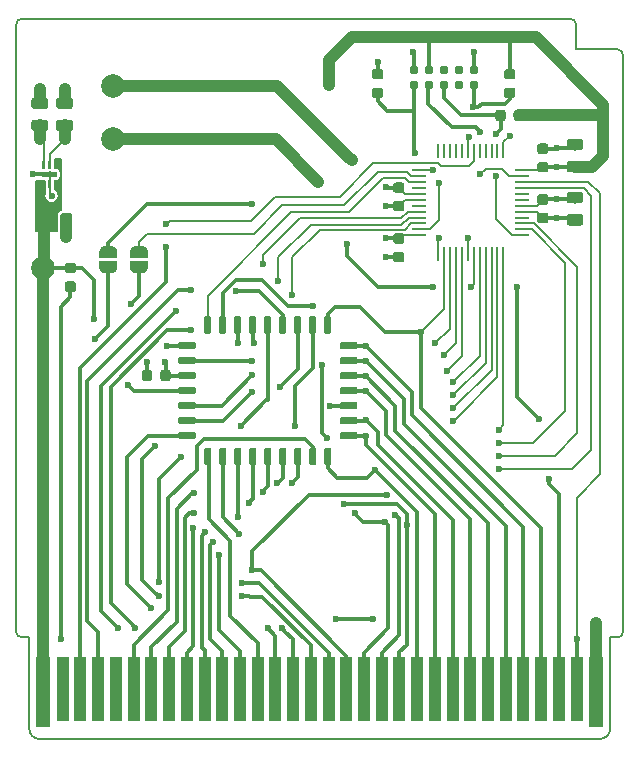
<source format=gbr>
G04 #@! TF.GenerationSoftware,KiCad,Pcbnew,5.1.2-f72e74a~84~ubuntu19.04.1*
G04 #@! TF.CreationDate,2019-06-20T20:29:00+03:00*
G04 #@! TF.ProjectId,GB-CART2M-A,47422d43-4152-4543-924d-2d412e6b6963,v1.1*
G04 #@! TF.SameCoordinates,Original*
G04 #@! TF.FileFunction,Copper,L1,Top*
G04 #@! TF.FilePolarity,Positive*
%FSLAX46Y46*%
G04 Gerber Fmt 4.6, Leading zero omitted, Abs format (unit mm)*
G04 Created by KiCad (PCBNEW 5.1.2-f72e74a~84~ubuntu19.04.1) date 2019-06-20 20:29:00*
%MOMM*%
%LPD*%
G04 APERTURE LIST*
%ADD10C,0.150000*%
%ADD11C,0.787400*%
%ADD12C,0.100000*%
%ADD13C,0.875000*%
%ADD14C,0.975000*%
%ADD15R,1.000000X5.500000*%
%ADD16R,1.300000X6.000000*%
%ADD17C,0.500000*%
%ADD18C,0.250000*%
%ADD19C,0.600000*%
%ADD20R,0.250000X1.300000*%
%ADD21R,1.300000X0.250000*%
%ADD22C,2.000000*%
%ADD23C,0.200000*%
%ADD24C,0.320000*%
%ADD25C,1.000000*%
G04 APERTURE END LIST*
D10*
X74800000Y-91400000D02*
G75*
G02X74300000Y-90900000I0J500000D01*
G01*
X74300000Y-39500000D02*
G75*
G02X74800000Y-39000000I500000J0D01*
G01*
X121200000Y-39000000D02*
G75*
G02X121700000Y-39500000I0J-500000D01*
G01*
X125200000Y-41600000D02*
G75*
G02X125700000Y-42100000I0J-500000D01*
G01*
X125700000Y-90900000D02*
G75*
G02X125200000Y-91400000I-500000J0D01*
G01*
X76300000Y-100000000D02*
G75*
G02X75400000Y-99100000I0J900000D01*
G01*
X124600000Y-99100000D02*
G75*
G02X123700000Y-100000000I-900000J0D01*
G01*
X121700000Y-39500000D02*
X121700000Y-41600000D01*
X74800000Y-39000000D02*
X121200000Y-39000000D01*
X125200000Y-41600000D02*
X121700000Y-41600000D01*
X74300000Y-90900000D02*
X74300000Y-39500000D01*
X75400000Y-91400000D02*
X74800000Y-91400000D01*
X75400000Y-99100000D02*
X75400000Y-91400000D01*
X125700000Y-90900000D02*
X125700000Y-42100000D01*
X124600000Y-91400000D02*
X125200000Y-91400000D01*
X124600000Y-99100000D02*
X124600000Y-91400000D01*
X76300000Y-100000000D02*
X123700000Y-100000000D01*
D11*
X107960000Y-43365000D03*
X109230000Y-43365000D03*
X110500000Y-43365000D03*
X111770000Y-43365000D03*
X113040000Y-43365000D03*
X113040000Y-44635000D03*
X111770000Y-44635000D03*
X110500000Y-44635000D03*
X109230000Y-44635000D03*
X107960000Y-44635000D03*
D12*
G36*
X85615423Y-68732013D02*
G01*
X85636658Y-68735163D01*
X85657482Y-68740379D01*
X85677694Y-68747611D01*
X85697100Y-68756790D01*
X85715513Y-68767826D01*
X85732756Y-68780614D01*
X85748662Y-68795030D01*
X85763078Y-68810936D01*
X85775866Y-68828179D01*
X85786902Y-68846592D01*
X85796081Y-68865998D01*
X85803313Y-68886210D01*
X85808529Y-68907034D01*
X85811679Y-68928269D01*
X85812732Y-68949710D01*
X85812732Y-69462210D01*
X85811679Y-69483651D01*
X85808529Y-69504886D01*
X85803313Y-69525710D01*
X85796081Y-69545922D01*
X85786902Y-69565328D01*
X85775866Y-69583741D01*
X85763078Y-69600984D01*
X85748662Y-69616890D01*
X85732756Y-69631306D01*
X85715513Y-69644094D01*
X85697100Y-69655130D01*
X85677694Y-69664309D01*
X85657482Y-69671541D01*
X85636658Y-69676757D01*
X85615423Y-69679907D01*
X85593982Y-69680960D01*
X85156482Y-69680960D01*
X85135041Y-69679907D01*
X85113806Y-69676757D01*
X85092982Y-69671541D01*
X85072770Y-69664309D01*
X85053364Y-69655130D01*
X85034951Y-69644094D01*
X85017708Y-69631306D01*
X85001802Y-69616890D01*
X84987386Y-69600984D01*
X84974598Y-69583741D01*
X84963562Y-69565328D01*
X84954383Y-69545922D01*
X84947151Y-69525710D01*
X84941935Y-69504886D01*
X84938785Y-69483651D01*
X84937732Y-69462210D01*
X84937732Y-68949710D01*
X84938785Y-68928269D01*
X84941935Y-68907034D01*
X84947151Y-68886210D01*
X84954383Y-68865998D01*
X84963562Y-68846592D01*
X84974598Y-68828179D01*
X84987386Y-68810936D01*
X85001802Y-68795030D01*
X85017708Y-68780614D01*
X85034951Y-68767826D01*
X85053364Y-68756790D01*
X85072770Y-68747611D01*
X85092982Y-68740379D01*
X85113806Y-68735163D01*
X85135041Y-68732013D01*
X85156482Y-68730960D01*
X85593982Y-68730960D01*
X85615423Y-68732013D01*
X85615423Y-68732013D01*
G37*
D13*
X85375232Y-69205960D03*
D12*
G36*
X87190423Y-68732013D02*
G01*
X87211658Y-68735163D01*
X87232482Y-68740379D01*
X87252694Y-68747611D01*
X87272100Y-68756790D01*
X87290513Y-68767826D01*
X87307756Y-68780614D01*
X87323662Y-68795030D01*
X87338078Y-68810936D01*
X87350866Y-68828179D01*
X87361902Y-68846592D01*
X87371081Y-68865998D01*
X87378313Y-68886210D01*
X87383529Y-68907034D01*
X87386679Y-68928269D01*
X87387732Y-68949710D01*
X87387732Y-69462210D01*
X87386679Y-69483651D01*
X87383529Y-69504886D01*
X87378313Y-69525710D01*
X87371081Y-69545922D01*
X87361902Y-69565328D01*
X87350866Y-69583741D01*
X87338078Y-69600984D01*
X87323662Y-69616890D01*
X87307756Y-69631306D01*
X87290513Y-69644094D01*
X87272100Y-69655130D01*
X87252694Y-69664309D01*
X87232482Y-69671541D01*
X87211658Y-69676757D01*
X87190423Y-69679907D01*
X87168982Y-69680960D01*
X86731482Y-69680960D01*
X86710041Y-69679907D01*
X86688806Y-69676757D01*
X86667982Y-69671541D01*
X86647770Y-69664309D01*
X86628364Y-69655130D01*
X86609951Y-69644094D01*
X86592708Y-69631306D01*
X86576802Y-69616890D01*
X86562386Y-69600984D01*
X86549598Y-69583741D01*
X86538562Y-69565328D01*
X86529383Y-69545922D01*
X86522151Y-69525710D01*
X86516935Y-69504886D01*
X86513785Y-69483651D01*
X86512732Y-69462210D01*
X86512732Y-68949710D01*
X86513785Y-68928269D01*
X86516935Y-68907034D01*
X86522151Y-68886210D01*
X86529383Y-68865998D01*
X86538562Y-68846592D01*
X86549598Y-68828179D01*
X86562386Y-68810936D01*
X86576802Y-68795030D01*
X86592708Y-68780614D01*
X86609951Y-68767826D01*
X86628364Y-68756790D01*
X86647770Y-68747611D01*
X86667982Y-68740379D01*
X86688806Y-68735163D01*
X86710041Y-68732013D01*
X86731482Y-68730960D01*
X87168982Y-68730960D01*
X87190423Y-68732013D01*
X87190423Y-68732013D01*
G37*
D13*
X86950232Y-69205960D03*
D12*
G36*
X119177691Y-55451053D02*
G01*
X119198926Y-55454203D01*
X119219750Y-55459419D01*
X119239962Y-55466651D01*
X119259368Y-55475830D01*
X119277781Y-55486866D01*
X119295024Y-55499654D01*
X119310930Y-55514070D01*
X119325346Y-55529976D01*
X119338134Y-55547219D01*
X119349170Y-55565632D01*
X119358349Y-55585038D01*
X119365581Y-55605250D01*
X119370797Y-55626074D01*
X119373947Y-55647309D01*
X119375000Y-55668750D01*
X119375000Y-56106250D01*
X119373947Y-56127691D01*
X119370797Y-56148926D01*
X119365581Y-56169750D01*
X119358349Y-56189962D01*
X119349170Y-56209368D01*
X119338134Y-56227781D01*
X119325346Y-56245024D01*
X119310930Y-56260930D01*
X119295024Y-56275346D01*
X119277781Y-56288134D01*
X119259368Y-56299170D01*
X119239962Y-56308349D01*
X119219750Y-56315581D01*
X119198926Y-56320797D01*
X119177691Y-56323947D01*
X119156250Y-56325000D01*
X118643750Y-56325000D01*
X118622309Y-56323947D01*
X118601074Y-56320797D01*
X118580250Y-56315581D01*
X118560038Y-56308349D01*
X118540632Y-56299170D01*
X118522219Y-56288134D01*
X118504976Y-56275346D01*
X118489070Y-56260930D01*
X118474654Y-56245024D01*
X118461866Y-56227781D01*
X118450830Y-56209368D01*
X118441651Y-56189962D01*
X118434419Y-56169750D01*
X118429203Y-56148926D01*
X118426053Y-56127691D01*
X118425000Y-56106250D01*
X118425000Y-55668750D01*
X118426053Y-55647309D01*
X118429203Y-55626074D01*
X118434419Y-55605250D01*
X118441651Y-55585038D01*
X118450830Y-55565632D01*
X118461866Y-55547219D01*
X118474654Y-55529976D01*
X118489070Y-55514070D01*
X118504976Y-55499654D01*
X118522219Y-55486866D01*
X118540632Y-55475830D01*
X118560038Y-55466651D01*
X118580250Y-55459419D01*
X118601074Y-55454203D01*
X118622309Y-55451053D01*
X118643750Y-55450000D01*
X119156250Y-55450000D01*
X119177691Y-55451053D01*
X119177691Y-55451053D01*
G37*
D13*
X118900000Y-55887500D03*
D12*
G36*
X119177691Y-53876053D02*
G01*
X119198926Y-53879203D01*
X119219750Y-53884419D01*
X119239962Y-53891651D01*
X119259368Y-53900830D01*
X119277781Y-53911866D01*
X119295024Y-53924654D01*
X119310930Y-53939070D01*
X119325346Y-53954976D01*
X119338134Y-53972219D01*
X119349170Y-53990632D01*
X119358349Y-54010038D01*
X119365581Y-54030250D01*
X119370797Y-54051074D01*
X119373947Y-54072309D01*
X119375000Y-54093750D01*
X119375000Y-54531250D01*
X119373947Y-54552691D01*
X119370797Y-54573926D01*
X119365581Y-54594750D01*
X119358349Y-54614962D01*
X119349170Y-54634368D01*
X119338134Y-54652781D01*
X119325346Y-54670024D01*
X119310930Y-54685930D01*
X119295024Y-54700346D01*
X119277781Y-54713134D01*
X119259368Y-54724170D01*
X119239962Y-54733349D01*
X119219750Y-54740581D01*
X119198926Y-54745797D01*
X119177691Y-54748947D01*
X119156250Y-54750000D01*
X118643750Y-54750000D01*
X118622309Y-54748947D01*
X118601074Y-54745797D01*
X118580250Y-54740581D01*
X118560038Y-54733349D01*
X118540632Y-54724170D01*
X118522219Y-54713134D01*
X118504976Y-54700346D01*
X118489070Y-54685930D01*
X118474654Y-54670024D01*
X118461866Y-54652781D01*
X118450830Y-54634368D01*
X118441651Y-54614962D01*
X118434419Y-54594750D01*
X118429203Y-54573926D01*
X118426053Y-54552691D01*
X118425000Y-54531250D01*
X118425000Y-54093750D01*
X118426053Y-54072309D01*
X118429203Y-54051074D01*
X118434419Y-54030250D01*
X118441651Y-54010038D01*
X118450830Y-53990632D01*
X118461866Y-53972219D01*
X118474654Y-53954976D01*
X118489070Y-53939070D01*
X118504976Y-53924654D01*
X118522219Y-53911866D01*
X118540632Y-53900830D01*
X118560038Y-53891651D01*
X118580250Y-53884419D01*
X118601074Y-53879203D01*
X118622309Y-53876053D01*
X118643750Y-53875000D01*
X119156250Y-53875000D01*
X119177691Y-53876053D01*
X119177691Y-53876053D01*
G37*
D13*
X118900000Y-54312500D03*
D12*
G36*
X106977691Y-52876053D02*
G01*
X106998926Y-52879203D01*
X107019750Y-52884419D01*
X107039962Y-52891651D01*
X107059368Y-52900830D01*
X107077781Y-52911866D01*
X107095024Y-52924654D01*
X107110930Y-52939070D01*
X107125346Y-52954976D01*
X107138134Y-52972219D01*
X107149170Y-52990632D01*
X107158349Y-53010038D01*
X107165581Y-53030250D01*
X107170797Y-53051074D01*
X107173947Y-53072309D01*
X107175000Y-53093750D01*
X107175000Y-53531250D01*
X107173947Y-53552691D01*
X107170797Y-53573926D01*
X107165581Y-53594750D01*
X107158349Y-53614962D01*
X107149170Y-53634368D01*
X107138134Y-53652781D01*
X107125346Y-53670024D01*
X107110930Y-53685930D01*
X107095024Y-53700346D01*
X107077781Y-53713134D01*
X107059368Y-53724170D01*
X107039962Y-53733349D01*
X107019750Y-53740581D01*
X106998926Y-53745797D01*
X106977691Y-53748947D01*
X106956250Y-53750000D01*
X106443750Y-53750000D01*
X106422309Y-53748947D01*
X106401074Y-53745797D01*
X106380250Y-53740581D01*
X106360038Y-53733349D01*
X106340632Y-53724170D01*
X106322219Y-53713134D01*
X106304976Y-53700346D01*
X106289070Y-53685930D01*
X106274654Y-53670024D01*
X106261866Y-53652781D01*
X106250830Y-53634368D01*
X106241651Y-53614962D01*
X106234419Y-53594750D01*
X106229203Y-53573926D01*
X106226053Y-53552691D01*
X106225000Y-53531250D01*
X106225000Y-53093750D01*
X106226053Y-53072309D01*
X106229203Y-53051074D01*
X106234419Y-53030250D01*
X106241651Y-53010038D01*
X106250830Y-52990632D01*
X106261866Y-52972219D01*
X106274654Y-52954976D01*
X106289070Y-52939070D01*
X106304976Y-52924654D01*
X106322219Y-52911866D01*
X106340632Y-52900830D01*
X106360038Y-52891651D01*
X106380250Y-52884419D01*
X106401074Y-52879203D01*
X106422309Y-52876053D01*
X106443750Y-52875000D01*
X106956250Y-52875000D01*
X106977691Y-52876053D01*
X106977691Y-52876053D01*
G37*
D13*
X106700000Y-53312500D03*
D12*
G36*
X106977691Y-54451053D02*
G01*
X106998926Y-54454203D01*
X107019750Y-54459419D01*
X107039962Y-54466651D01*
X107059368Y-54475830D01*
X107077781Y-54486866D01*
X107095024Y-54499654D01*
X107110930Y-54514070D01*
X107125346Y-54529976D01*
X107138134Y-54547219D01*
X107149170Y-54565632D01*
X107158349Y-54585038D01*
X107165581Y-54605250D01*
X107170797Y-54626074D01*
X107173947Y-54647309D01*
X107175000Y-54668750D01*
X107175000Y-55106250D01*
X107173947Y-55127691D01*
X107170797Y-55148926D01*
X107165581Y-55169750D01*
X107158349Y-55189962D01*
X107149170Y-55209368D01*
X107138134Y-55227781D01*
X107125346Y-55245024D01*
X107110930Y-55260930D01*
X107095024Y-55275346D01*
X107077781Y-55288134D01*
X107059368Y-55299170D01*
X107039962Y-55308349D01*
X107019750Y-55315581D01*
X106998926Y-55320797D01*
X106977691Y-55323947D01*
X106956250Y-55325000D01*
X106443750Y-55325000D01*
X106422309Y-55323947D01*
X106401074Y-55320797D01*
X106380250Y-55315581D01*
X106360038Y-55308349D01*
X106340632Y-55299170D01*
X106322219Y-55288134D01*
X106304976Y-55275346D01*
X106289070Y-55260930D01*
X106274654Y-55245024D01*
X106261866Y-55227781D01*
X106250830Y-55209368D01*
X106241651Y-55189962D01*
X106234419Y-55169750D01*
X106229203Y-55148926D01*
X106226053Y-55127691D01*
X106225000Y-55106250D01*
X106225000Y-54668750D01*
X106226053Y-54647309D01*
X106229203Y-54626074D01*
X106234419Y-54605250D01*
X106241651Y-54585038D01*
X106250830Y-54565632D01*
X106261866Y-54547219D01*
X106274654Y-54529976D01*
X106289070Y-54514070D01*
X106304976Y-54499654D01*
X106322219Y-54486866D01*
X106340632Y-54475830D01*
X106360038Y-54466651D01*
X106380250Y-54459419D01*
X106401074Y-54454203D01*
X106422309Y-54451053D01*
X106443750Y-54450000D01*
X106956250Y-54450000D01*
X106977691Y-54451053D01*
X106977691Y-54451053D01*
G37*
D13*
X106700000Y-54887500D03*
D12*
G36*
X106977691Y-58751053D02*
G01*
X106998926Y-58754203D01*
X107019750Y-58759419D01*
X107039962Y-58766651D01*
X107059368Y-58775830D01*
X107077781Y-58786866D01*
X107095024Y-58799654D01*
X107110930Y-58814070D01*
X107125346Y-58829976D01*
X107138134Y-58847219D01*
X107149170Y-58865632D01*
X107158349Y-58885038D01*
X107165581Y-58905250D01*
X107170797Y-58926074D01*
X107173947Y-58947309D01*
X107175000Y-58968750D01*
X107175000Y-59406250D01*
X107173947Y-59427691D01*
X107170797Y-59448926D01*
X107165581Y-59469750D01*
X107158349Y-59489962D01*
X107149170Y-59509368D01*
X107138134Y-59527781D01*
X107125346Y-59545024D01*
X107110930Y-59560930D01*
X107095024Y-59575346D01*
X107077781Y-59588134D01*
X107059368Y-59599170D01*
X107039962Y-59608349D01*
X107019750Y-59615581D01*
X106998926Y-59620797D01*
X106977691Y-59623947D01*
X106956250Y-59625000D01*
X106443750Y-59625000D01*
X106422309Y-59623947D01*
X106401074Y-59620797D01*
X106380250Y-59615581D01*
X106360038Y-59608349D01*
X106340632Y-59599170D01*
X106322219Y-59588134D01*
X106304976Y-59575346D01*
X106289070Y-59560930D01*
X106274654Y-59545024D01*
X106261866Y-59527781D01*
X106250830Y-59509368D01*
X106241651Y-59489962D01*
X106234419Y-59469750D01*
X106229203Y-59448926D01*
X106226053Y-59427691D01*
X106225000Y-59406250D01*
X106225000Y-58968750D01*
X106226053Y-58947309D01*
X106229203Y-58926074D01*
X106234419Y-58905250D01*
X106241651Y-58885038D01*
X106250830Y-58865632D01*
X106261866Y-58847219D01*
X106274654Y-58829976D01*
X106289070Y-58814070D01*
X106304976Y-58799654D01*
X106322219Y-58786866D01*
X106340632Y-58775830D01*
X106360038Y-58766651D01*
X106380250Y-58759419D01*
X106401074Y-58754203D01*
X106422309Y-58751053D01*
X106443750Y-58750000D01*
X106956250Y-58750000D01*
X106977691Y-58751053D01*
X106977691Y-58751053D01*
G37*
D13*
X106700000Y-59187500D03*
D12*
G36*
X106977691Y-57176053D02*
G01*
X106998926Y-57179203D01*
X107019750Y-57184419D01*
X107039962Y-57191651D01*
X107059368Y-57200830D01*
X107077781Y-57211866D01*
X107095024Y-57224654D01*
X107110930Y-57239070D01*
X107125346Y-57254976D01*
X107138134Y-57272219D01*
X107149170Y-57290632D01*
X107158349Y-57310038D01*
X107165581Y-57330250D01*
X107170797Y-57351074D01*
X107173947Y-57372309D01*
X107175000Y-57393750D01*
X107175000Y-57831250D01*
X107173947Y-57852691D01*
X107170797Y-57873926D01*
X107165581Y-57894750D01*
X107158349Y-57914962D01*
X107149170Y-57934368D01*
X107138134Y-57952781D01*
X107125346Y-57970024D01*
X107110930Y-57985930D01*
X107095024Y-58000346D01*
X107077781Y-58013134D01*
X107059368Y-58024170D01*
X107039962Y-58033349D01*
X107019750Y-58040581D01*
X106998926Y-58045797D01*
X106977691Y-58048947D01*
X106956250Y-58050000D01*
X106443750Y-58050000D01*
X106422309Y-58048947D01*
X106401074Y-58045797D01*
X106380250Y-58040581D01*
X106360038Y-58033349D01*
X106340632Y-58024170D01*
X106322219Y-58013134D01*
X106304976Y-58000346D01*
X106289070Y-57985930D01*
X106274654Y-57970024D01*
X106261866Y-57952781D01*
X106250830Y-57934368D01*
X106241651Y-57914962D01*
X106234419Y-57894750D01*
X106229203Y-57873926D01*
X106226053Y-57852691D01*
X106225000Y-57831250D01*
X106225000Y-57393750D01*
X106226053Y-57372309D01*
X106229203Y-57351074D01*
X106234419Y-57330250D01*
X106241651Y-57310038D01*
X106250830Y-57290632D01*
X106261866Y-57272219D01*
X106274654Y-57254976D01*
X106289070Y-57239070D01*
X106304976Y-57224654D01*
X106322219Y-57211866D01*
X106340632Y-57200830D01*
X106360038Y-57191651D01*
X106380250Y-57184419D01*
X106401074Y-57179203D01*
X106422309Y-57176053D01*
X106443750Y-57175000D01*
X106956250Y-57175000D01*
X106977691Y-57176053D01*
X106977691Y-57176053D01*
G37*
D13*
X106700000Y-57612500D03*
D12*
G36*
X119177691Y-49576053D02*
G01*
X119198926Y-49579203D01*
X119219750Y-49584419D01*
X119239962Y-49591651D01*
X119259368Y-49600830D01*
X119277781Y-49611866D01*
X119295024Y-49624654D01*
X119310930Y-49639070D01*
X119325346Y-49654976D01*
X119338134Y-49672219D01*
X119349170Y-49690632D01*
X119358349Y-49710038D01*
X119365581Y-49730250D01*
X119370797Y-49751074D01*
X119373947Y-49772309D01*
X119375000Y-49793750D01*
X119375000Y-50231250D01*
X119373947Y-50252691D01*
X119370797Y-50273926D01*
X119365581Y-50294750D01*
X119358349Y-50314962D01*
X119349170Y-50334368D01*
X119338134Y-50352781D01*
X119325346Y-50370024D01*
X119310930Y-50385930D01*
X119295024Y-50400346D01*
X119277781Y-50413134D01*
X119259368Y-50424170D01*
X119239962Y-50433349D01*
X119219750Y-50440581D01*
X119198926Y-50445797D01*
X119177691Y-50448947D01*
X119156250Y-50450000D01*
X118643750Y-50450000D01*
X118622309Y-50448947D01*
X118601074Y-50445797D01*
X118580250Y-50440581D01*
X118560038Y-50433349D01*
X118540632Y-50424170D01*
X118522219Y-50413134D01*
X118504976Y-50400346D01*
X118489070Y-50385930D01*
X118474654Y-50370024D01*
X118461866Y-50352781D01*
X118450830Y-50334368D01*
X118441651Y-50314962D01*
X118434419Y-50294750D01*
X118429203Y-50273926D01*
X118426053Y-50252691D01*
X118425000Y-50231250D01*
X118425000Y-49793750D01*
X118426053Y-49772309D01*
X118429203Y-49751074D01*
X118434419Y-49730250D01*
X118441651Y-49710038D01*
X118450830Y-49690632D01*
X118461866Y-49672219D01*
X118474654Y-49654976D01*
X118489070Y-49639070D01*
X118504976Y-49624654D01*
X118522219Y-49611866D01*
X118540632Y-49600830D01*
X118560038Y-49591651D01*
X118580250Y-49584419D01*
X118601074Y-49579203D01*
X118622309Y-49576053D01*
X118643750Y-49575000D01*
X119156250Y-49575000D01*
X119177691Y-49576053D01*
X119177691Y-49576053D01*
G37*
D13*
X118900000Y-50012500D03*
D12*
G36*
X119177691Y-51151053D02*
G01*
X119198926Y-51154203D01*
X119219750Y-51159419D01*
X119239962Y-51166651D01*
X119259368Y-51175830D01*
X119277781Y-51186866D01*
X119295024Y-51199654D01*
X119310930Y-51214070D01*
X119325346Y-51229976D01*
X119338134Y-51247219D01*
X119349170Y-51265632D01*
X119358349Y-51285038D01*
X119365581Y-51305250D01*
X119370797Y-51326074D01*
X119373947Y-51347309D01*
X119375000Y-51368750D01*
X119375000Y-51806250D01*
X119373947Y-51827691D01*
X119370797Y-51848926D01*
X119365581Y-51869750D01*
X119358349Y-51889962D01*
X119349170Y-51909368D01*
X119338134Y-51927781D01*
X119325346Y-51945024D01*
X119310930Y-51960930D01*
X119295024Y-51975346D01*
X119277781Y-51988134D01*
X119259368Y-51999170D01*
X119239962Y-52008349D01*
X119219750Y-52015581D01*
X119198926Y-52020797D01*
X119177691Y-52023947D01*
X119156250Y-52025000D01*
X118643750Y-52025000D01*
X118622309Y-52023947D01*
X118601074Y-52020797D01*
X118580250Y-52015581D01*
X118560038Y-52008349D01*
X118540632Y-51999170D01*
X118522219Y-51988134D01*
X118504976Y-51975346D01*
X118489070Y-51960930D01*
X118474654Y-51945024D01*
X118461866Y-51927781D01*
X118450830Y-51909368D01*
X118441651Y-51889962D01*
X118434419Y-51869750D01*
X118429203Y-51848926D01*
X118426053Y-51827691D01*
X118425000Y-51806250D01*
X118425000Y-51368750D01*
X118426053Y-51347309D01*
X118429203Y-51326074D01*
X118434419Y-51305250D01*
X118441651Y-51285038D01*
X118450830Y-51265632D01*
X118461866Y-51247219D01*
X118474654Y-51229976D01*
X118489070Y-51214070D01*
X118504976Y-51199654D01*
X118522219Y-51186866D01*
X118540632Y-51175830D01*
X118560038Y-51166651D01*
X118580250Y-51159419D01*
X118601074Y-51154203D01*
X118622309Y-51151053D01*
X118643750Y-51150000D01*
X119156250Y-51150000D01*
X119177691Y-51151053D01*
X119177691Y-51151053D01*
G37*
D13*
X118900000Y-51587500D03*
D12*
G36*
X78880142Y-45676174D02*
G01*
X78903803Y-45679684D01*
X78927007Y-45685496D01*
X78949529Y-45693554D01*
X78971153Y-45703782D01*
X78991670Y-45716079D01*
X79010883Y-45730329D01*
X79028607Y-45746393D01*
X79044671Y-45764117D01*
X79058921Y-45783330D01*
X79071218Y-45803847D01*
X79081446Y-45825471D01*
X79089504Y-45847993D01*
X79095316Y-45871197D01*
X79098826Y-45894858D01*
X79100000Y-45918750D01*
X79100000Y-46406250D01*
X79098826Y-46430142D01*
X79095316Y-46453803D01*
X79089504Y-46477007D01*
X79081446Y-46499529D01*
X79071218Y-46521153D01*
X79058921Y-46541670D01*
X79044671Y-46560883D01*
X79028607Y-46578607D01*
X79010883Y-46594671D01*
X78991670Y-46608921D01*
X78971153Y-46621218D01*
X78949529Y-46631446D01*
X78927007Y-46639504D01*
X78903803Y-46645316D01*
X78880142Y-46648826D01*
X78856250Y-46650000D01*
X77943750Y-46650000D01*
X77919858Y-46648826D01*
X77896197Y-46645316D01*
X77872993Y-46639504D01*
X77850471Y-46631446D01*
X77828847Y-46621218D01*
X77808330Y-46608921D01*
X77789117Y-46594671D01*
X77771393Y-46578607D01*
X77755329Y-46560883D01*
X77741079Y-46541670D01*
X77728782Y-46521153D01*
X77718554Y-46499529D01*
X77710496Y-46477007D01*
X77704684Y-46453803D01*
X77701174Y-46430142D01*
X77700000Y-46406250D01*
X77700000Y-45918750D01*
X77701174Y-45894858D01*
X77704684Y-45871197D01*
X77710496Y-45847993D01*
X77718554Y-45825471D01*
X77728782Y-45803847D01*
X77741079Y-45783330D01*
X77755329Y-45764117D01*
X77771393Y-45746393D01*
X77789117Y-45730329D01*
X77808330Y-45716079D01*
X77828847Y-45703782D01*
X77850471Y-45693554D01*
X77872993Y-45685496D01*
X77896197Y-45679684D01*
X77919858Y-45676174D01*
X77943750Y-45675000D01*
X78856250Y-45675000D01*
X78880142Y-45676174D01*
X78880142Y-45676174D01*
G37*
D14*
X78400000Y-46162500D03*
D12*
G36*
X78880142Y-47551174D02*
G01*
X78903803Y-47554684D01*
X78927007Y-47560496D01*
X78949529Y-47568554D01*
X78971153Y-47578782D01*
X78991670Y-47591079D01*
X79010883Y-47605329D01*
X79028607Y-47621393D01*
X79044671Y-47639117D01*
X79058921Y-47658330D01*
X79071218Y-47678847D01*
X79081446Y-47700471D01*
X79089504Y-47722993D01*
X79095316Y-47746197D01*
X79098826Y-47769858D01*
X79100000Y-47793750D01*
X79100000Y-48281250D01*
X79098826Y-48305142D01*
X79095316Y-48328803D01*
X79089504Y-48352007D01*
X79081446Y-48374529D01*
X79071218Y-48396153D01*
X79058921Y-48416670D01*
X79044671Y-48435883D01*
X79028607Y-48453607D01*
X79010883Y-48469671D01*
X78991670Y-48483921D01*
X78971153Y-48496218D01*
X78949529Y-48506446D01*
X78927007Y-48514504D01*
X78903803Y-48520316D01*
X78880142Y-48523826D01*
X78856250Y-48525000D01*
X77943750Y-48525000D01*
X77919858Y-48523826D01*
X77896197Y-48520316D01*
X77872993Y-48514504D01*
X77850471Y-48506446D01*
X77828847Y-48496218D01*
X77808330Y-48483921D01*
X77789117Y-48469671D01*
X77771393Y-48453607D01*
X77755329Y-48435883D01*
X77741079Y-48416670D01*
X77728782Y-48396153D01*
X77718554Y-48374529D01*
X77710496Y-48352007D01*
X77704684Y-48328803D01*
X77701174Y-48305142D01*
X77700000Y-48281250D01*
X77700000Y-47793750D01*
X77701174Y-47769858D01*
X77704684Y-47746197D01*
X77710496Y-47722993D01*
X77718554Y-47700471D01*
X77728782Y-47678847D01*
X77741079Y-47658330D01*
X77755329Y-47639117D01*
X77771393Y-47621393D01*
X77789117Y-47605329D01*
X77808330Y-47591079D01*
X77828847Y-47578782D01*
X77850471Y-47568554D01*
X77872993Y-47560496D01*
X77896197Y-47554684D01*
X77919858Y-47551174D01*
X77943750Y-47550000D01*
X78856250Y-47550000D01*
X78880142Y-47551174D01*
X78880142Y-47551174D01*
G37*
D14*
X78400000Y-48037500D03*
D12*
G36*
X76780142Y-45676174D02*
G01*
X76803803Y-45679684D01*
X76827007Y-45685496D01*
X76849529Y-45693554D01*
X76871153Y-45703782D01*
X76891670Y-45716079D01*
X76910883Y-45730329D01*
X76928607Y-45746393D01*
X76944671Y-45764117D01*
X76958921Y-45783330D01*
X76971218Y-45803847D01*
X76981446Y-45825471D01*
X76989504Y-45847993D01*
X76995316Y-45871197D01*
X76998826Y-45894858D01*
X77000000Y-45918750D01*
X77000000Y-46406250D01*
X76998826Y-46430142D01*
X76995316Y-46453803D01*
X76989504Y-46477007D01*
X76981446Y-46499529D01*
X76971218Y-46521153D01*
X76958921Y-46541670D01*
X76944671Y-46560883D01*
X76928607Y-46578607D01*
X76910883Y-46594671D01*
X76891670Y-46608921D01*
X76871153Y-46621218D01*
X76849529Y-46631446D01*
X76827007Y-46639504D01*
X76803803Y-46645316D01*
X76780142Y-46648826D01*
X76756250Y-46650000D01*
X75843750Y-46650000D01*
X75819858Y-46648826D01*
X75796197Y-46645316D01*
X75772993Y-46639504D01*
X75750471Y-46631446D01*
X75728847Y-46621218D01*
X75708330Y-46608921D01*
X75689117Y-46594671D01*
X75671393Y-46578607D01*
X75655329Y-46560883D01*
X75641079Y-46541670D01*
X75628782Y-46521153D01*
X75618554Y-46499529D01*
X75610496Y-46477007D01*
X75604684Y-46453803D01*
X75601174Y-46430142D01*
X75600000Y-46406250D01*
X75600000Y-45918750D01*
X75601174Y-45894858D01*
X75604684Y-45871197D01*
X75610496Y-45847993D01*
X75618554Y-45825471D01*
X75628782Y-45803847D01*
X75641079Y-45783330D01*
X75655329Y-45764117D01*
X75671393Y-45746393D01*
X75689117Y-45730329D01*
X75708330Y-45716079D01*
X75728847Y-45703782D01*
X75750471Y-45693554D01*
X75772993Y-45685496D01*
X75796197Y-45679684D01*
X75819858Y-45676174D01*
X75843750Y-45675000D01*
X76756250Y-45675000D01*
X76780142Y-45676174D01*
X76780142Y-45676174D01*
G37*
D14*
X76300000Y-46162500D03*
D12*
G36*
X76780142Y-47551174D02*
G01*
X76803803Y-47554684D01*
X76827007Y-47560496D01*
X76849529Y-47568554D01*
X76871153Y-47578782D01*
X76891670Y-47591079D01*
X76910883Y-47605329D01*
X76928607Y-47621393D01*
X76944671Y-47639117D01*
X76958921Y-47658330D01*
X76971218Y-47678847D01*
X76981446Y-47700471D01*
X76989504Y-47722993D01*
X76995316Y-47746197D01*
X76998826Y-47769858D01*
X77000000Y-47793750D01*
X77000000Y-48281250D01*
X76998826Y-48305142D01*
X76995316Y-48328803D01*
X76989504Y-48352007D01*
X76981446Y-48374529D01*
X76971218Y-48396153D01*
X76958921Y-48416670D01*
X76944671Y-48435883D01*
X76928607Y-48453607D01*
X76910883Y-48469671D01*
X76891670Y-48483921D01*
X76871153Y-48496218D01*
X76849529Y-48506446D01*
X76827007Y-48514504D01*
X76803803Y-48520316D01*
X76780142Y-48523826D01*
X76756250Y-48525000D01*
X75843750Y-48525000D01*
X75819858Y-48523826D01*
X75796197Y-48520316D01*
X75772993Y-48514504D01*
X75750471Y-48506446D01*
X75728847Y-48496218D01*
X75708330Y-48483921D01*
X75689117Y-48469671D01*
X75671393Y-48453607D01*
X75655329Y-48435883D01*
X75641079Y-48416670D01*
X75628782Y-48396153D01*
X75618554Y-48374529D01*
X75610496Y-48352007D01*
X75604684Y-48328803D01*
X75601174Y-48305142D01*
X75600000Y-48281250D01*
X75600000Y-47793750D01*
X75601174Y-47769858D01*
X75604684Y-47746197D01*
X75610496Y-47722993D01*
X75618554Y-47700471D01*
X75628782Y-47678847D01*
X75641079Y-47658330D01*
X75655329Y-47639117D01*
X75671393Y-47621393D01*
X75689117Y-47605329D01*
X75708330Y-47591079D01*
X75728847Y-47578782D01*
X75750471Y-47568554D01*
X75772993Y-47560496D01*
X75796197Y-47554684D01*
X75819858Y-47551174D01*
X75843750Y-47550000D01*
X76756250Y-47550000D01*
X76780142Y-47551174D01*
X76780142Y-47551174D01*
G37*
D14*
X76300000Y-48037500D03*
D12*
G36*
X122080142Y-55551174D02*
G01*
X122103803Y-55554684D01*
X122127007Y-55560496D01*
X122149529Y-55568554D01*
X122171153Y-55578782D01*
X122191670Y-55591079D01*
X122210883Y-55605329D01*
X122228607Y-55621393D01*
X122244671Y-55639117D01*
X122258921Y-55658330D01*
X122271218Y-55678847D01*
X122281446Y-55700471D01*
X122289504Y-55722993D01*
X122295316Y-55746197D01*
X122298826Y-55769858D01*
X122300000Y-55793750D01*
X122300000Y-56281250D01*
X122298826Y-56305142D01*
X122295316Y-56328803D01*
X122289504Y-56352007D01*
X122281446Y-56374529D01*
X122271218Y-56396153D01*
X122258921Y-56416670D01*
X122244671Y-56435883D01*
X122228607Y-56453607D01*
X122210883Y-56469671D01*
X122191670Y-56483921D01*
X122171153Y-56496218D01*
X122149529Y-56506446D01*
X122127007Y-56514504D01*
X122103803Y-56520316D01*
X122080142Y-56523826D01*
X122056250Y-56525000D01*
X121143750Y-56525000D01*
X121119858Y-56523826D01*
X121096197Y-56520316D01*
X121072993Y-56514504D01*
X121050471Y-56506446D01*
X121028847Y-56496218D01*
X121008330Y-56483921D01*
X120989117Y-56469671D01*
X120971393Y-56453607D01*
X120955329Y-56435883D01*
X120941079Y-56416670D01*
X120928782Y-56396153D01*
X120918554Y-56374529D01*
X120910496Y-56352007D01*
X120904684Y-56328803D01*
X120901174Y-56305142D01*
X120900000Y-56281250D01*
X120900000Y-55793750D01*
X120901174Y-55769858D01*
X120904684Y-55746197D01*
X120910496Y-55722993D01*
X120918554Y-55700471D01*
X120928782Y-55678847D01*
X120941079Y-55658330D01*
X120955329Y-55639117D01*
X120971393Y-55621393D01*
X120989117Y-55605329D01*
X121008330Y-55591079D01*
X121028847Y-55578782D01*
X121050471Y-55568554D01*
X121072993Y-55560496D01*
X121096197Y-55554684D01*
X121119858Y-55551174D01*
X121143750Y-55550000D01*
X122056250Y-55550000D01*
X122080142Y-55551174D01*
X122080142Y-55551174D01*
G37*
D14*
X121600000Y-56037500D03*
D12*
G36*
X122080142Y-53676174D02*
G01*
X122103803Y-53679684D01*
X122127007Y-53685496D01*
X122149529Y-53693554D01*
X122171153Y-53703782D01*
X122191670Y-53716079D01*
X122210883Y-53730329D01*
X122228607Y-53746393D01*
X122244671Y-53764117D01*
X122258921Y-53783330D01*
X122271218Y-53803847D01*
X122281446Y-53825471D01*
X122289504Y-53847993D01*
X122295316Y-53871197D01*
X122298826Y-53894858D01*
X122300000Y-53918750D01*
X122300000Y-54406250D01*
X122298826Y-54430142D01*
X122295316Y-54453803D01*
X122289504Y-54477007D01*
X122281446Y-54499529D01*
X122271218Y-54521153D01*
X122258921Y-54541670D01*
X122244671Y-54560883D01*
X122228607Y-54578607D01*
X122210883Y-54594671D01*
X122191670Y-54608921D01*
X122171153Y-54621218D01*
X122149529Y-54631446D01*
X122127007Y-54639504D01*
X122103803Y-54645316D01*
X122080142Y-54648826D01*
X122056250Y-54650000D01*
X121143750Y-54650000D01*
X121119858Y-54648826D01*
X121096197Y-54645316D01*
X121072993Y-54639504D01*
X121050471Y-54631446D01*
X121028847Y-54621218D01*
X121008330Y-54608921D01*
X120989117Y-54594671D01*
X120971393Y-54578607D01*
X120955329Y-54560883D01*
X120941079Y-54541670D01*
X120928782Y-54521153D01*
X120918554Y-54499529D01*
X120910496Y-54477007D01*
X120904684Y-54453803D01*
X120901174Y-54430142D01*
X120900000Y-54406250D01*
X120900000Y-53918750D01*
X120901174Y-53894858D01*
X120904684Y-53871197D01*
X120910496Y-53847993D01*
X120918554Y-53825471D01*
X120928782Y-53803847D01*
X120941079Y-53783330D01*
X120955329Y-53764117D01*
X120971393Y-53746393D01*
X120989117Y-53730329D01*
X121008330Y-53716079D01*
X121028847Y-53703782D01*
X121050471Y-53693554D01*
X121072993Y-53685496D01*
X121096197Y-53679684D01*
X121119858Y-53676174D01*
X121143750Y-53675000D01*
X122056250Y-53675000D01*
X122080142Y-53676174D01*
X122080142Y-53676174D01*
G37*
D14*
X121600000Y-54162500D03*
D12*
G36*
X122080142Y-49176174D02*
G01*
X122103803Y-49179684D01*
X122127007Y-49185496D01*
X122149529Y-49193554D01*
X122171153Y-49203782D01*
X122191670Y-49216079D01*
X122210883Y-49230329D01*
X122228607Y-49246393D01*
X122244671Y-49264117D01*
X122258921Y-49283330D01*
X122271218Y-49303847D01*
X122281446Y-49325471D01*
X122289504Y-49347993D01*
X122295316Y-49371197D01*
X122298826Y-49394858D01*
X122300000Y-49418750D01*
X122300000Y-49906250D01*
X122298826Y-49930142D01*
X122295316Y-49953803D01*
X122289504Y-49977007D01*
X122281446Y-49999529D01*
X122271218Y-50021153D01*
X122258921Y-50041670D01*
X122244671Y-50060883D01*
X122228607Y-50078607D01*
X122210883Y-50094671D01*
X122191670Y-50108921D01*
X122171153Y-50121218D01*
X122149529Y-50131446D01*
X122127007Y-50139504D01*
X122103803Y-50145316D01*
X122080142Y-50148826D01*
X122056250Y-50150000D01*
X121143750Y-50150000D01*
X121119858Y-50148826D01*
X121096197Y-50145316D01*
X121072993Y-50139504D01*
X121050471Y-50131446D01*
X121028847Y-50121218D01*
X121008330Y-50108921D01*
X120989117Y-50094671D01*
X120971393Y-50078607D01*
X120955329Y-50060883D01*
X120941079Y-50041670D01*
X120928782Y-50021153D01*
X120918554Y-49999529D01*
X120910496Y-49977007D01*
X120904684Y-49953803D01*
X120901174Y-49930142D01*
X120900000Y-49906250D01*
X120900000Y-49418750D01*
X120901174Y-49394858D01*
X120904684Y-49371197D01*
X120910496Y-49347993D01*
X120918554Y-49325471D01*
X120928782Y-49303847D01*
X120941079Y-49283330D01*
X120955329Y-49264117D01*
X120971393Y-49246393D01*
X120989117Y-49230329D01*
X121008330Y-49216079D01*
X121028847Y-49203782D01*
X121050471Y-49193554D01*
X121072993Y-49185496D01*
X121096197Y-49179684D01*
X121119858Y-49176174D01*
X121143750Y-49175000D01*
X122056250Y-49175000D01*
X122080142Y-49176174D01*
X122080142Y-49176174D01*
G37*
D14*
X121600000Y-49662500D03*
D12*
G36*
X122080142Y-51051174D02*
G01*
X122103803Y-51054684D01*
X122127007Y-51060496D01*
X122149529Y-51068554D01*
X122171153Y-51078782D01*
X122191670Y-51091079D01*
X122210883Y-51105329D01*
X122228607Y-51121393D01*
X122244671Y-51139117D01*
X122258921Y-51158330D01*
X122271218Y-51178847D01*
X122281446Y-51200471D01*
X122289504Y-51222993D01*
X122295316Y-51246197D01*
X122298826Y-51269858D01*
X122300000Y-51293750D01*
X122300000Y-51781250D01*
X122298826Y-51805142D01*
X122295316Y-51828803D01*
X122289504Y-51852007D01*
X122281446Y-51874529D01*
X122271218Y-51896153D01*
X122258921Y-51916670D01*
X122244671Y-51935883D01*
X122228607Y-51953607D01*
X122210883Y-51969671D01*
X122191670Y-51983921D01*
X122171153Y-51996218D01*
X122149529Y-52006446D01*
X122127007Y-52014504D01*
X122103803Y-52020316D01*
X122080142Y-52023826D01*
X122056250Y-52025000D01*
X121143750Y-52025000D01*
X121119858Y-52023826D01*
X121096197Y-52020316D01*
X121072993Y-52014504D01*
X121050471Y-52006446D01*
X121028847Y-51996218D01*
X121008330Y-51983921D01*
X120989117Y-51969671D01*
X120971393Y-51953607D01*
X120955329Y-51935883D01*
X120941079Y-51916670D01*
X120928782Y-51896153D01*
X120918554Y-51874529D01*
X120910496Y-51852007D01*
X120904684Y-51828803D01*
X120901174Y-51805142D01*
X120900000Y-51781250D01*
X120900000Y-51293750D01*
X120901174Y-51269858D01*
X120904684Y-51246197D01*
X120910496Y-51222993D01*
X120918554Y-51200471D01*
X120928782Y-51178847D01*
X120941079Y-51158330D01*
X120955329Y-51139117D01*
X120971393Y-51121393D01*
X120989117Y-51105329D01*
X121008330Y-51091079D01*
X121028847Y-51078782D01*
X121050471Y-51068554D01*
X121072993Y-51060496D01*
X121096197Y-51054684D01*
X121119858Y-51051174D01*
X121143750Y-51050000D01*
X122056250Y-51050000D01*
X122080142Y-51051174D01*
X122080142Y-51051174D01*
G37*
D14*
X121600000Y-51537500D03*
D12*
G36*
X78805142Y-55451174D02*
G01*
X78828803Y-55454684D01*
X78852007Y-55460496D01*
X78874529Y-55468554D01*
X78896153Y-55478782D01*
X78916670Y-55491079D01*
X78935883Y-55505329D01*
X78953607Y-55521393D01*
X78969671Y-55539117D01*
X78983921Y-55558330D01*
X78996218Y-55578847D01*
X79006446Y-55600471D01*
X79014504Y-55622993D01*
X79020316Y-55646197D01*
X79023826Y-55669858D01*
X79025000Y-55693750D01*
X79025000Y-56606250D01*
X79023826Y-56630142D01*
X79020316Y-56653803D01*
X79014504Y-56677007D01*
X79006446Y-56699529D01*
X78996218Y-56721153D01*
X78983921Y-56741670D01*
X78969671Y-56760883D01*
X78953607Y-56778607D01*
X78935883Y-56794671D01*
X78916670Y-56808921D01*
X78896153Y-56821218D01*
X78874529Y-56831446D01*
X78852007Y-56839504D01*
X78828803Y-56845316D01*
X78805142Y-56848826D01*
X78781250Y-56850000D01*
X78293750Y-56850000D01*
X78269858Y-56848826D01*
X78246197Y-56845316D01*
X78222993Y-56839504D01*
X78200471Y-56831446D01*
X78178847Y-56821218D01*
X78158330Y-56808921D01*
X78139117Y-56794671D01*
X78121393Y-56778607D01*
X78105329Y-56760883D01*
X78091079Y-56741670D01*
X78078782Y-56721153D01*
X78068554Y-56699529D01*
X78060496Y-56677007D01*
X78054684Y-56653803D01*
X78051174Y-56630142D01*
X78050000Y-56606250D01*
X78050000Y-55693750D01*
X78051174Y-55669858D01*
X78054684Y-55646197D01*
X78060496Y-55622993D01*
X78068554Y-55600471D01*
X78078782Y-55578847D01*
X78091079Y-55558330D01*
X78105329Y-55539117D01*
X78121393Y-55521393D01*
X78139117Y-55505329D01*
X78158330Y-55491079D01*
X78178847Y-55478782D01*
X78200471Y-55468554D01*
X78222993Y-55460496D01*
X78246197Y-55454684D01*
X78269858Y-55451174D01*
X78293750Y-55450000D01*
X78781250Y-55450000D01*
X78805142Y-55451174D01*
X78805142Y-55451174D01*
G37*
D14*
X78537500Y-56150000D03*
D12*
G36*
X76930142Y-55451174D02*
G01*
X76953803Y-55454684D01*
X76977007Y-55460496D01*
X76999529Y-55468554D01*
X77021153Y-55478782D01*
X77041670Y-55491079D01*
X77060883Y-55505329D01*
X77078607Y-55521393D01*
X77094671Y-55539117D01*
X77108921Y-55558330D01*
X77121218Y-55578847D01*
X77131446Y-55600471D01*
X77139504Y-55622993D01*
X77145316Y-55646197D01*
X77148826Y-55669858D01*
X77150000Y-55693750D01*
X77150000Y-56606250D01*
X77148826Y-56630142D01*
X77145316Y-56653803D01*
X77139504Y-56677007D01*
X77131446Y-56699529D01*
X77121218Y-56721153D01*
X77108921Y-56741670D01*
X77094671Y-56760883D01*
X77078607Y-56778607D01*
X77060883Y-56794671D01*
X77041670Y-56808921D01*
X77021153Y-56821218D01*
X76999529Y-56831446D01*
X76977007Y-56839504D01*
X76953803Y-56845316D01*
X76930142Y-56848826D01*
X76906250Y-56850000D01*
X76418750Y-56850000D01*
X76394858Y-56848826D01*
X76371197Y-56845316D01*
X76347993Y-56839504D01*
X76325471Y-56831446D01*
X76303847Y-56821218D01*
X76283330Y-56808921D01*
X76264117Y-56794671D01*
X76246393Y-56778607D01*
X76230329Y-56760883D01*
X76216079Y-56741670D01*
X76203782Y-56721153D01*
X76193554Y-56699529D01*
X76185496Y-56677007D01*
X76179684Y-56653803D01*
X76176174Y-56630142D01*
X76175000Y-56606250D01*
X76175000Y-55693750D01*
X76176174Y-55669858D01*
X76179684Y-55646197D01*
X76185496Y-55622993D01*
X76193554Y-55600471D01*
X76203782Y-55578847D01*
X76216079Y-55558330D01*
X76230329Y-55539117D01*
X76246393Y-55521393D01*
X76264117Y-55505329D01*
X76283330Y-55491079D01*
X76303847Y-55478782D01*
X76325471Y-55468554D01*
X76347993Y-55460496D01*
X76371197Y-55454684D01*
X76394858Y-55451174D01*
X76418750Y-55450000D01*
X76906250Y-55450000D01*
X76930142Y-55451174D01*
X76930142Y-55451174D01*
G37*
D14*
X76662500Y-56150000D03*
D15*
X78250000Y-95750000D03*
D16*
X76600000Y-96000000D03*
D15*
X79750000Y-95750000D03*
X81250000Y-95750000D03*
X82750000Y-95750000D03*
X84250000Y-95750000D03*
X85750000Y-95750000D03*
X87250000Y-95750000D03*
X88750000Y-95750000D03*
X90250000Y-95750000D03*
X91750000Y-95750000D03*
X93250000Y-95750000D03*
X94750000Y-95750000D03*
X96250000Y-95750000D03*
X97750000Y-95750000D03*
X99250000Y-95750000D03*
X100750000Y-95750000D03*
X102250000Y-95750000D03*
X103750000Y-95750000D03*
X105250000Y-95750000D03*
X106750000Y-95750000D03*
X108250000Y-95750000D03*
X109750000Y-95750000D03*
X111250000Y-95750000D03*
X112750000Y-95750000D03*
X114250000Y-95750000D03*
X115750000Y-95750000D03*
X117250000Y-95750000D03*
X118750000Y-95750000D03*
X120250000Y-95750000D03*
X121750000Y-95750000D03*
D16*
X123400000Y-96000000D03*
D17*
X82100000Y-60050000D03*
D12*
G36*
X82849398Y-60050000D02*
G01*
X82849398Y-60074534D01*
X82844588Y-60123365D01*
X82835016Y-60171490D01*
X82820772Y-60218445D01*
X82801995Y-60263778D01*
X82778864Y-60307051D01*
X82751604Y-60347850D01*
X82720476Y-60385779D01*
X82685779Y-60420476D01*
X82647850Y-60451604D01*
X82607051Y-60478864D01*
X82563778Y-60501995D01*
X82518445Y-60520772D01*
X82471490Y-60535016D01*
X82423365Y-60544588D01*
X82374534Y-60549398D01*
X82350000Y-60549398D01*
X82350000Y-60550000D01*
X81850000Y-60550000D01*
X81850000Y-60549398D01*
X81825466Y-60549398D01*
X81776635Y-60544588D01*
X81728510Y-60535016D01*
X81681555Y-60520772D01*
X81636222Y-60501995D01*
X81592949Y-60478864D01*
X81552150Y-60451604D01*
X81514221Y-60420476D01*
X81479524Y-60385779D01*
X81448396Y-60347850D01*
X81421136Y-60307051D01*
X81398005Y-60263778D01*
X81379228Y-60218445D01*
X81364984Y-60171490D01*
X81355412Y-60123365D01*
X81350602Y-60074534D01*
X81350602Y-60050000D01*
X81350000Y-60050000D01*
X81350000Y-59550000D01*
X82850000Y-59550000D01*
X82850000Y-60050000D01*
X82849398Y-60050000D01*
X82849398Y-60050000D01*
G37*
D17*
X82100000Y-58750000D03*
D12*
G36*
X81350000Y-59250000D02*
G01*
X81350000Y-58750000D01*
X81350602Y-58750000D01*
X81350602Y-58725466D01*
X81355412Y-58676635D01*
X81364984Y-58628510D01*
X81379228Y-58581555D01*
X81398005Y-58536222D01*
X81421136Y-58492949D01*
X81448396Y-58452150D01*
X81479524Y-58414221D01*
X81514221Y-58379524D01*
X81552150Y-58348396D01*
X81592949Y-58321136D01*
X81636222Y-58298005D01*
X81681555Y-58279228D01*
X81728510Y-58264984D01*
X81776635Y-58255412D01*
X81825466Y-58250602D01*
X81850000Y-58250602D01*
X81850000Y-58250000D01*
X82350000Y-58250000D01*
X82350000Y-58250602D01*
X82374534Y-58250602D01*
X82423365Y-58255412D01*
X82471490Y-58264984D01*
X82518445Y-58279228D01*
X82563778Y-58298005D01*
X82607051Y-58321136D01*
X82647850Y-58348396D01*
X82685779Y-58379524D01*
X82720476Y-58414221D01*
X82751604Y-58452150D01*
X82778864Y-58492949D01*
X82801995Y-58536222D01*
X82820772Y-58581555D01*
X82835016Y-58628510D01*
X82844588Y-58676635D01*
X82849398Y-58725466D01*
X82849398Y-58750000D01*
X82850000Y-58750000D01*
X82850000Y-59250000D01*
X81350000Y-59250000D01*
X81350000Y-59250000D01*
G37*
D17*
X84700000Y-60050000D03*
D12*
G36*
X85449398Y-60050000D02*
G01*
X85449398Y-60074534D01*
X85444588Y-60123365D01*
X85435016Y-60171490D01*
X85420772Y-60218445D01*
X85401995Y-60263778D01*
X85378864Y-60307051D01*
X85351604Y-60347850D01*
X85320476Y-60385779D01*
X85285779Y-60420476D01*
X85247850Y-60451604D01*
X85207051Y-60478864D01*
X85163778Y-60501995D01*
X85118445Y-60520772D01*
X85071490Y-60535016D01*
X85023365Y-60544588D01*
X84974534Y-60549398D01*
X84950000Y-60549398D01*
X84950000Y-60550000D01*
X84450000Y-60550000D01*
X84450000Y-60549398D01*
X84425466Y-60549398D01*
X84376635Y-60544588D01*
X84328510Y-60535016D01*
X84281555Y-60520772D01*
X84236222Y-60501995D01*
X84192949Y-60478864D01*
X84152150Y-60451604D01*
X84114221Y-60420476D01*
X84079524Y-60385779D01*
X84048396Y-60347850D01*
X84021136Y-60307051D01*
X83998005Y-60263778D01*
X83979228Y-60218445D01*
X83964984Y-60171490D01*
X83955412Y-60123365D01*
X83950602Y-60074534D01*
X83950602Y-60050000D01*
X83950000Y-60050000D01*
X83950000Y-59550000D01*
X85450000Y-59550000D01*
X85450000Y-60050000D01*
X85449398Y-60050000D01*
X85449398Y-60050000D01*
G37*
D17*
X84700000Y-58750000D03*
D12*
G36*
X83950000Y-59250000D02*
G01*
X83950000Y-58750000D01*
X83950602Y-58750000D01*
X83950602Y-58725466D01*
X83955412Y-58676635D01*
X83964984Y-58628510D01*
X83979228Y-58581555D01*
X83998005Y-58536222D01*
X84021136Y-58492949D01*
X84048396Y-58452150D01*
X84079524Y-58414221D01*
X84114221Y-58379524D01*
X84152150Y-58348396D01*
X84192949Y-58321136D01*
X84236222Y-58298005D01*
X84281555Y-58279228D01*
X84328510Y-58264984D01*
X84376635Y-58255412D01*
X84425466Y-58250602D01*
X84450000Y-58250602D01*
X84450000Y-58250000D01*
X84950000Y-58250000D01*
X84950000Y-58250602D01*
X84974534Y-58250602D01*
X85023365Y-58255412D01*
X85071490Y-58264984D01*
X85118445Y-58279228D01*
X85163778Y-58298005D01*
X85207051Y-58321136D01*
X85247850Y-58348396D01*
X85285779Y-58379524D01*
X85320476Y-58414221D01*
X85351604Y-58452150D01*
X85378864Y-58492949D01*
X85401995Y-58536222D01*
X85420772Y-58581555D01*
X85435016Y-58628510D01*
X85444588Y-58676635D01*
X85449398Y-58725466D01*
X85449398Y-58750000D01*
X85450000Y-58750000D01*
X85450000Y-59250000D01*
X83950000Y-59250000D01*
X83950000Y-59250000D01*
G37*
G36*
X76718626Y-51050301D02*
G01*
X76724693Y-51051201D01*
X76730643Y-51052691D01*
X76736418Y-51054758D01*
X76741962Y-51057380D01*
X76747223Y-51060533D01*
X76752150Y-51064187D01*
X76756694Y-51068306D01*
X76760813Y-51072850D01*
X76764467Y-51077777D01*
X76767620Y-51083038D01*
X76770242Y-51088582D01*
X76772309Y-51094357D01*
X76773799Y-51100307D01*
X76774699Y-51106374D01*
X76775000Y-51112500D01*
X76775000Y-51687500D01*
X76774699Y-51693626D01*
X76773799Y-51699693D01*
X76772309Y-51705643D01*
X76770242Y-51711418D01*
X76767620Y-51716962D01*
X76764467Y-51722223D01*
X76760813Y-51727150D01*
X76756694Y-51731694D01*
X76752150Y-51735813D01*
X76747223Y-51739467D01*
X76741962Y-51742620D01*
X76736418Y-51745242D01*
X76730643Y-51747309D01*
X76724693Y-51748799D01*
X76718626Y-51749699D01*
X76712500Y-51750000D01*
X76587500Y-51750000D01*
X76581374Y-51749699D01*
X76575307Y-51748799D01*
X76569357Y-51747309D01*
X76563582Y-51745242D01*
X76558038Y-51742620D01*
X76552777Y-51739467D01*
X76547850Y-51735813D01*
X76543306Y-51731694D01*
X76539187Y-51727150D01*
X76535533Y-51722223D01*
X76532380Y-51716962D01*
X76529758Y-51711418D01*
X76527691Y-51705643D01*
X76526201Y-51699693D01*
X76525301Y-51693626D01*
X76525000Y-51687500D01*
X76525000Y-51112500D01*
X76525301Y-51106374D01*
X76526201Y-51100307D01*
X76527691Y-51094357D01*
X76529758Y-51088582D01*
X76532380Y-51083038D01*
X76535533Y-51077777D01*
X76539187Y-51072850D01*
X76543306Y-51068306D01*
X76547850Y-51064187D01*
X76552777Y-51060533D01*
X76558038Y-51057380D01*
X76563582Y-51054758D01*
X76569357Y-51052691D01*
X76575307Y-51051201D01*
X76581374Y-51050301D01*
X76587500Y-51050000D01*
X76712500Y-51050000D01*
X76718626Y-51050301D01*
X76718626Y-51050301D01*
G37*
D18*
X76650000Y-51400000D03*
D12*
G36*
X77218626Y-51050301D02*
G01*
X77224693Y-51051201D01*
X77230643Y-51052691D01*
X77236418Y-51054758D01*
X77241962Y-51057380D01*
X77247223Y-51060533D01*
X77252150Y-51064187D01*
X77256694Y-51068306D01*
X77260813Y-51072850D01*
X77264467Y-51077777D01*
X77267620Y-51083038D01*
X77270242Y-51088582D01*
X77272309Y-51094357D01*
X77273799Y-51100307D01*
X77274699Y-51106374D01*
X77275000Y-51112500D01*
X77275000Y-51687500D01*
X77274699Y-51693626D01*
X77273799Y-51699693D01*
X77272309Y-51705643D01*
X77270242Y-51711418D01*
X77267620Y-51716962D01*
X77264467Y-51722223D01*
X77260813Y-51727150D01*
X77256694Y-51731694D01*
X77252150Y-51735813D01*
X77247223Y-51739467D01*
X77241962Y-51742620D01*
X77236418Y-51745242D01*
X77230643Y-51747309D01*
X77224693Y-51748799D01*
X77218626Y-51749699D01*
X77212500Y-51750000D01*
X77087500Y-51750000D01*
X77081374Y-51749699D01*
X77075307Y-51748799D01*
X77069357Y-51747309D01*
X77063582Y-51745242D01*
X77058038Y-51742620D01*
X77052777Y-51739467D01*
X77047850Y-51735813D01*
X77043306Y-51731694D01*
X77039187Y-51727150D01*
X77035533Y-51722223D01*
X77032380Y-51716962D01*
X77029758Y-51711418D01*
X77027691Y-51705643D01*
X77026201Y-51699693D01*
X77025301Y-51693626D01*
X77025000Y-51687500D01*
X77025000Y-51112500D01*
X77025301Y-51106374D01*
X77026201Y-51100307D01*
X77027691Y-51094357D01*
X77029758Y-51088582D01*
X77032380Y-51083038D01*
X77035533Y-51077777D01*
X77039187Y-51072850D01*
X77043306Y-51068306D01*
X77047850Y-51064187D01*
X77052777Y-51060533D01*
X77058038Y-51057380D01*
X77063582Y-51054758D01*
X77069357Y-51052691D01*
X77075307Y-51051201D01*
X77081374Y-51050301D01*
X77087500Y-51050000D01*
X77212500Y-51050000D01*
X77218626Y-51050301D01*
X77218626Y-51050301D01*
G37*
D18*
X77150000Y-51400000D03*
D12*
G36*
X77718626Y-51050301D02*
G01*
X77724693Y-51051201D01*
X77730643Y-51052691D01*
X77736418Y-51054758D01*
X77741962Y-51057380D01*
X77747223Y-51060533D01*
X77752150Y-51064187D01*
X77756694Y-51068306D01*
X77760813Y-51072850D01*
X77764467Y-51077777D01*
X77767620Y-51083038D01*
X77770242Y-51088582D01*
X77772309Y-51094357D01*
X77773799Y-51100307D01*
X77774699Y-51106374D01*
X77775000Y-51112500D01*
X77775000Y-51687500D01*
X77774699Y-51693626D01*
X77773799Y-51699693D01*
X77772309Y-51705643D01*
X77770242Y-51711418D01*
X77767620Y-51716962D01*
X77764467Y-51722223D01*
X77760813Y-51727150D01*
X77756694Y-51731694D01*
X77752150Y-51735813D01*
X77747223Y-51739467D01*
X77741962Y-51742620D01*
X77736418Y-51745242D01*
X77730643Y-51747309D01*
X77724693Y-51748799D01*
X77718626Y-51749699D01*
X77712500Y-51750000D01*
X77587500Y-51750000D01*
X77581374Y-51749699D01*
X77575307Y-51748799D01*
X77569357Y-51747309D01*
X77563582Y-51745242D01*
X77558038Y-51742620D01*
X77552777Y-51739467D01*
X77547850Y-51735813D01*
X77543306Y-51731694D01*
X77539187Y-51727150D01*
X77535533Y-51722223D01*
X77532380Y-51716962D01*
X77529758Y-51711418D01*
X77527691Y-51705643D01*
X77526201Y-51699693D01*
X77525301Y-51693626D01*
X77525000Y-51687500D01*
X77525000Y-51112500D01*
X77525301Y-51106374D01*
X77526201Y-51100307D01*
X77527691Y-51094357D01*
X77529758Y-51088582D01*
X77532380Y-51083038D01*
X77535533Y-51077777D01*
X77539187Y-51072850D01*
X77543306Y-51068306D01*
X77547850Y-51064187D01*
X77552777Y-51060533D01*
X77558038Y-51057380D01*
X77563582Y-51054758D01*
X77569357Y-51052691D01*
X77575307Y-51051201D01*
X77581374Y-51050301D01*
X77587500Y-51050000D01*
X77712500Y-51050000D01*
X77718626Y-51050301D01*
X77718626Y-51050301D01*
G37*
D18*
X77650000Y-51400000D03*
D12*
G36*
X77718626Y-52650301D02*
G01*
X77724693Y-52651201D01*
X77730643Y-52652691D01*
X77736418Y-52654758D01*
X77741962Y-52657380D01*
X77747223Y-52660533D01*
X77752150Y-52664187D01*
X77756694Y-52668306D01*
X77760813Y-52672850D01*
X77764467Y-52677777D01*
X77767620Y-52683038D01*
X77770242Y-52688582D01*
X77772309Y-52694357D01*
X77773799Y-52700307D01*
X77774699Y-52706374D01*
X77775000Y-52712500D01*
X77775000Y-53287500D01*
X77774699Y-53293626D01*
X77773799Y-53299693D01*
X77772309Y-53305643D01*
X77770242Y-53311418D01*
X77767620Y-53316962D01*
X77764467Y-53322223D01*
X77760813Y-53327150D01*
X77756694Y-53331694D01*
X77752150Y-53335813D01*
X77747223Y-53339467D01*
X77741962Y-53342620D01*
X77736418Y-53345242D01*
X77730643Y-53347309D01*
X77724693Y-53348799D01*
X77718626Y-53349699D01*
X77712500Y-53350000D01*
X77587500Y-53350000D01*
X77581374Y-53349699D01*
X77575307Y-53348799D01*
X77569357Y-53347309D01*
X77563582Y-53345242D01*
X77558038Y-53342620D01*
X77552777Y-53339467D01*
X77547850Y-53335813D01*
X77543306Y-53331694D01*
X77539187Y-53327150D01*
X77535533Y-53322223D01*
X77532380Y-53316962D01*
X77529758Y-53311418D01*
X77527691Y-53305643D01*
X77526201Y-53299693D01*
X77525301Y-53293626D01*
X77525000Y-53287500D01*
X77525000Y-52712500D01*
X77525301Y-52706374D01*
X77526201Y-52700307D01*
X77527691Y-52694357D01*
X77529758Y-52688582D01*
X77532380Y-52683038D01*
X77535533Y-52677777D01*
X77539187Y-52672850D01*
X77543306Y-52668306D01*
X77547850Y-52664187D01*
X77552777Y-52660533D01*
X77558038Y-52657380D01*
X77563582Y-52654758D01*
X77569357Y-52652691D01*
X77575307Y-52651201D01*
X77581374Y-52650301D01*
X77587500Y-52650000D01*
X77712500Y-52650000D01*
X77718626Y-52650301D01*
X77718626Y-52650301D01*
G37*
D18*
X77650000Y-53000000D03*
D12*
G36*
X77218626Y-52650301D02*
G01*
X77224693Y-52651201D01*
X77230643Y-52652691D01*
X77236418Y-52654758D01*
X77241962Y-52657380D01*
X77247223Y-52660533D01*
X77252150Y-52664187D01*
X77256694Y-52668306D01*
X77260813Y-52672850D01*
X77264467Y-52677777D01*
X77267620Y-52683038D01*
X77270242Y-52688582D01*
X77272309Y-52694357D01*
X77273799Y-52700307D01*
X77274699Y-52706374D01*
X77275000Y-52712500D01*
X77275000Y-53287500D01*
X77274699Y-53293626D01*
X77273799Y-53299693D01*
X77272309Y-53305643D01*
X77270242Y-53311418D01*
X77267620Y-53316962D01*
X77264467Y-53322223D01*
X77260813Y-53327150D01*
X77256694Y-53331694D01*
X77252150Y-53335813D01*
X77247223Y-53339467D01*
X77241962Y-53342620D01*
X77236418Y-53345242D01*
X77230643Y-53347309D01*
X77224693Y-53348799D01*
X77218626Y-53349699D01*
X77212500Y-53350000D01*
X77087500Y-53350000D01*
X77081374Y-53349699D01*
X77075307Y-53348799D01*
X77069357Y-53347309D01*
X77063582Y-53345242D01*
X77058038Y-53342620D01*
X77052777Y-53339467D01*
X77047850Y-53335813D01*
X77043306Y-53331694D01*
X77039187Y-53327150D01*
X77035533Y-53322223D01*
X77032380Y-53316962D01*
X77029758Y-53311418D01*
X77027691Y-53305643D01*
X77026201Y-53299693D01*
X77025301Y-53293626D01*
X77025000Y-53287500D01*
X77025000Y-52712500D01*
X77025301Y-52706374D01*
X77026201Y-52700307D01*
X77027691Y-52694357D01*
X77029758Y-52688582D01*
X77032380Y-52683038D01*
X77035533Y-52677777D01*
X77039187Y-52672850D01*
X77043306Y-52668306D01*
X77047850Y-52664187D01*
X77052777Y-52660533D01*
X77058038Y-52657380D01*
X77063582Y-52654758D01*
X77069357Y-52652691D01*
X77075307Y-52651201D01*
X77081374Y-52650301D01*
X77087500Y-52650000D01*
X77212500Y-52650000D01*
X77218626Y-52650301D01*
X77218626Y-52650301D01*
G37*
D18*
X77150000Y-53000000D03*
D12*
G36*
X76718626Y-52650301D02*
G01*
X76724693Y-52651201D01*
X76730643Y-52652691D01*
X76736418Y-52654758D01*
X76741962Y-52657380D01*
X76747223Y-52660533D01*
X76752150Y-52664187D01*
X76756694Y-52668306D01*
X76760813Y-52672850D01*
X76764467Y-52677777D01*
X76767620Y-52683038D01*
X76770242Y-52688582D01*
X76772309Y-52694357D01*
X76773799Y-52700307D01*
X76774699Y-52706374D01*
X76775000Y-52712500D01*
X76775000Y-53287500D01*
X76774699Y-53293626D01*
X76773799Y-53299693D01*
X76772309Y-53305643D01*
X76770242Y-53311418D01*
X76767620Y-53316962D01*
X76764467Y-53322223D01*
X76760813Y-53327150D01*
X76756694Y-53331694D01*
X76752150Y-53335813D01*
X76747223Y-53339467D01*
X76741962Y-53342620D01*
X76736418Y-53345242D01*
X76730643Y-53347309D01*
X76724693Y-53348799D01*
X76718626Y-53349699D01*
X76712500Y-53350000D01*
X76587500Y-53350000D01*
X76581374Y-53349699D01*
X76575307Y-53348799D01*
X76569357Y-53347309D01*
X76563582Y-53345242D01*
X76558038Y-53342620D01*
X76552777Y-53339467D01*
X76547850Y-53335813D01*
X76543306Y-53331694D01*
X76539187Y-53327150D01*
X76535533Y-53322223D01*
X76532380Y-53316962D01*
X76529758Y-53311418D01*
X76527691Y-53305643D01*
X76526201Y-53299693D01*
X76525301Y-53293626D01*
X76525000Y-53287500D01*
X76525000Y-52712500D01*
X76525301Y-52706374D01*
X76526201Y-52700307D01*
X76527691Y-52694357D01*
X76529758Y-52688582D01*
X76532380Y-52683038D01*
X76535533Y-52677777D01*
X76539187Y-52672850D01*
X76543306Y-52668306D01*
X76547850Y-52664187D01*
X76552777Y-52660533D01*
X76558038Y-52657380D01*
X76563582Y-52654758D01*
X76569357Y-52652691D01*
X76575307Y-52651201D01*
X76581374Y-52650301D01*
X76587500Y-52650000D01*
X76712500Y-52650000D01*
X76718626Y-52650301D01*
X76718626Y-52650301D01*
G37*
D18*
X76650000Y-53000000D03*
D12*
G36*
X77667252Y-51950602D02*
G01*
X77679386Y-51952402D01*
X77691286Y-51955382D01*
X77702835Y-51959515D01*
X77713925Y-51964760D01*
X77724446Y-51971066D01*
X77734299Y-51978374D01*
X77743388Y-51986612D01*
X77751626Y-51995701D01*
X77758934Y-52005554D01*
X77765240Y-52016075D01*
X77770485Y-52027165D01*
X77774618Y-52038714D01*
X77777598Y-52050614D01*
X77779398Y-52062748D01*
X77780000Y-52075000D01*
X77780000Y-52325000D01*
X77779398Y-52337252D01*
X77777598Y-52349386D01*
X77774618Y-52361286D01*
X77770485Y-52372835D01*
X77765240Y-52383925D01*
X77758934Y-52394446D01*
X77751626Y-52404299D01*
X77743388Y-52413388D01*
X77734299Y-52421626D01*
X77724446Y-52428934D01*
X77713925Y-52435240D01*
X77702835Y-52440485D01*
X77691286Y-52444618D01*
X77679386Y-52447598D01*
X77667252Y-52449398D01*
X77655000Y-52450000D01*
X76645000Y-52450000D01*
X76632748Y-52449398D01*
X76620614Y-52447598D01*
X76608714Y-52444618D01*
X76597165Y-52440485D01*
X76586075Y-52435240D01*
X76575554Y-52428934D01*
X76565701Y-52421626D01*
X76556612Y-52413388D01*
X76548374Y-52404299D01*
X76541066Y-52394446D01*
X76534760Y-52383925D01*
X76529515Y-52372835D01*
X76525382Y-52361286D01*
X76522402Y-52349386D01*
X76520602Y-52337252D01*
X76520000Y-52325000D01*
X76520000Y-52075000D01*
X76520602Y-52062748D01*
X76522402Y-52050614D01*
X76525382Y-52038714D01*
X76529515Y-52027165D01*
X76534760Y-52016075D01*
X76541066Y-52005554D01*
X76548374Y-51995701D01*
X76556612Y-51986612D01*
X76565701Y-51978374D01*
X76575554Y-51971066D01*
X76586075Y-51964760D01*
X76597165Y-51959515D01*
X76608714Y-51955382D01*
X76620614Y-51952402D01*
X76632748Y-51950602D01*
X76645000Y-51950000D01*
X77655000Y-51950000D01*
X77667252Y-51950602D01*
X77667252Y-51950602D01*
G37*
D17*
X77150000Y-52200000D03*
D12*
G36*
X89377435Y-68936682D02*
G01*
X89391996Y-68938842D01*
X89406275Y-68942419D01*
X89420135Y-68947378D01*
X89433442Y-68953672D01*
X89446068Y-68961240D01*
X89457891Y-68970008D01*
X89468798Y-68979894D01*
X89478684Y-68990801D01*
X89487452Y-69002624D01*
X89495020Y-69015250D01*
X89501314Y-69028557D01*
X89506273Y-69042417D01*
X89509850Y-69056696D01*
X89512010Y-69071257D01*
X89512732Y-69085960D01*
X89512732Y-69385960D01*
X89512010Y-69400663D01*
X89509850Y-69415224D01*
X89506273Y-69429503D01*
X89501314Y-69443363D01*
X89495020Y-69456670D01*
X89487452Y-69469296D01*
X89478684Y-69481119D01*
X89468798Y-69492026D01*
X89457891Y-69501912D01*
X89446068Y-69510680D01*
X89433442Y-69518248D01*
X89420135Y-69524542D01*
X89406275Y-69529501D01*
X89391996Y-69533078D01*
X89377435Y-69535238D01*
X89362732Y-69535960D01*
X88187732Y-69535960D01*
X88173029Y-69535238D01*
X88158468Y-69533078D01*
X88144189Y-69529501D01*
X88130329Y-69524542D01*
X88117022Y-69518248D01*
X88104396Y-69510680D01*
X88092573Y-69501912D01*
X88081666Y-69492026D01*
X88071780Y-69481119D01*
X88063012Y-69469296D01*
X88055444Y-69456670D01*
X88049150Y-69443363D01*
X88044191Y-69429503D01*
X88040614Y-69415224D01*
X88038454Y-69400663D01*
X88037732Y-69385960D01*
X88037732Y-69085960D01*
X88038454Y-69071257D01*
X88040614Y-69056696D01*
X88044191Y-69042417D01*
X88049150Y-69028557D01*
X88055444Y-69015250D01*
X88063012Y-69002624D01*
X88071780Y-68990801D01*
X88081666Y-68979894D01*
X88092573Y-68970008D01*
X88104396Y-68961240D01*
X88117022Y-68953672D01*
X88130329Y-68947378D01*
X88144189Y-68942419D01*
X88158468Y-68938842D01*
X88173029Y-68936682D01*
X88187732Y-68935960D01*
X89362732Y-68935960D01*
X89377435Y-68936682D01*
X89377435Y-68936682D01*
G37*
D19*
X88775232Y-69235960D03*
D12*
G36*
X89377435Y-67666682D02*
G01*
X89391996Y-67668842D01*
X89406275Y-67672419D01*
X89420135Y-67677378D01*
X89433442Y-67683672D01*
X89446068Y-67691240D01*
X89457891Y-67700008D01*
X89468798Y-67709894D01*
X89478684Y-67720801D01*
X89487452Y-67732624D01*
X89495020Y-67745250D01*
X89501314Y-67758557D01*
X89506273Y-67772417D01*
X89509850Y-67786696D01*
X89512010Y-67801257D01*
X89512732Y-67815960D01*
X89512732Y-68115960D01*
X89512010Y-68130663D01*
X89509850Y-68145224D01*
X89506273Y-68159503D01*
X89501314Y-68173363D01*
X89495020Y-68186670D01*
X89487452Y-68199296D01*
X89478684Y-68211119D01*
X89468798Y-68222026D01*
X89457891Y-68231912D01*
X89446068Y-68240680D01*
X89433442Y-68248248D01*
X89420135Y-68254542D01*
X89406275Y-68259501D01*
X89391996Y-68263078D01*
X89377435Y-68265238D01*
X89362732Y-68265960D01*
X88187732Y-68265960D01*
X88173029Y-68265238D01*
X88158468Y-68263078D01*
X88144189Y-68259501D01*
X88130329Y-68254542D01*
X88117022Y-68248248D01*
X88104396Y-68240680D01*
X88092573Y-68231912D01*
X88081666Y-68222026D01*
X88071780Y-68211119D01*
X88063012Y-68199296D01*
X88055444Y-68186670D01*
X88049150Y-68173363D01*
X88044191Y-68159503D01*
X88040614Y-68145224D01*
X88038454Y-68130663D01*
X88037732Y-68115960D01*
X88037732Y-67815960D01*
X88038454Y-67801257D01*
X88040614Y-67786696D01*
X88044191Y-67772417D01*
X88049150Y-67758557D01*
X88055444Y-67745250D01*
X88063012Y-67732624D01*
X88071780Y-67720801D01*
X88081666Y-67709894D01*
X88092573Y-67700008D01*
X88104396Y-67691240D01*
X88117022Y-67683672D01*
X88130329Y-67677378D01*
X88144189Y-67672419D01*
X88158468Y-67668842D01*
X88173029Y-67666682D01*
X88187732Y-67665960D01*
X89362732Y-67665960D01*
X89377435Y-67666682D01*
X89377435Y-67666682D01*
G37*
D19*
X88775232Y-67965960D03*
D12*
G36*
X89377435Y-66396682D02*
G01*
X89391996Y-66398842D01*
X89406275Y-66402419D01*
X89420135Y-66407378D01*
X89433442Y-66413672D01*
X89446068Y-66421240D01*
X89457891Y-66430008D01*
X89468798Y-66439894D01*
X89478684Y-66450801D01*
X89487452Y-66462624D01*
X89495020Y-66475250D01*
X89501314Y-66488557D01*
X89506273Y-66502417D01*
X89509850Y-66516696D01*
X89512010Y-66531257D01*
X89512732Y-66545960D01*
X89512732Y-66845960D01*
X89512010Y-66860663D01*
X89509850Y-66875224D01*
X89506273Y-66889503D01*
X89501314Y-66903363D01*
X89495020Y-66916670D01*
X89487452Y-66929296D01*
X89478684Y-66941119D01*
X89468798Y-66952026D01*
X89457891Y-66961912D01*
X89446068Y-66970680D01*
X89433442Y-66978248D01*
X89420135Y-66984542D01*
X89406275Y-66989501D01*
X89391996Y-66993078D01*
X89377435Y-66995238D01*
X89362732Y-66995960D01*
X88187732Y-66995960D01*
X88173029Y-66995238D01*
X88158468Y-66993078D01*
X88144189Y-66989501D01*
X88130329Y-66984542D01*
X88117022Y-66978248D01*
X88104396Y-66970680D01*
X88092573Y-66961912D01*
X88081666Y-66952026D01*
X88071780Y-66941119D01*
X88063012Y-66929296D01*
X88055444Y-66916670D01*
X88049150Y-66903363D01*
X88044191Y-66889503D01*
X88040614Y-66875224D01*
X88038454Y-66860663D01*
X88037732Y-66845960D01*
X88037732Y-66545960D01*
X88038454Y-66531257D01*
X88040614Y-66516696D01*
X88044191Y-66502417D01*
X88049150Y-66488557D01*
X88055444Y-66475250D01*
X88063012Y-66462624D01*
X88071780Y-66450801D01*
X88081666Y-66439894D01*
X88092573Y-66430008D01*
X88104396Y-66421240D01*
X88117022Y-66413672D01*
X88130329Y-66407378D01*
X88144189Y-66402419D01*
X88158468Y-66398842D01*
X88173029Y-66396682D01*
X88187732Y-66395960D01*
X89362732Y-66395960D01*
X89377435Y-66396682D01*
X89377435Y-66396682D01*
G37*
D19*
X88775232Y-66695960D03*
D12*
G36*
X90697435Y-64206682D02*
G01*
X90711996Y-64208842D01*
X90726275Y-64212419D01*
X90740135Y-64217378D01*
X90753442Y-64223672D01*
X90766068Y-64231240D01*
X90777891Y-64240008D01*
X90788798Y-64249894D01*
X90798684Y-64260801D01*
X90807452Y-64272624D01*
X90815020Y-64285250D01*
X90821314Y-64298557D01*
X90826273Y-64312417D01*
X90829850Y-64326696D01*
X90832010Y-64341257D01*
X90832732Y-64355960D01*
X90832732Y-65530960D01*
X90832010Y-65545663D01*
X90829850Y-65560224D01*
X90826273Y-65574503D01*
X90821314Y-65588363D01*
X90815020Y-65601670D01*
X90807452Y-65614296D01*
X90798684Y-65626119D01*
X90788798Y-65637026D01*
X90777891Y-65646912D01*
X90766068Y-65655680D01*
X90753442Y-65663248D01*
X90740135Y-65669542D01*
X90726275Y-65674501D01*
X90711996Y-65678078D01*
X90697435Y-65680238D01*
X90682732Y-65680960D01*
X90382732Y-65680960D01*
X90368029Y-65680238D01*
X90353468Y-65678078D01*
X90339189Y-65674501D01*
X90325329Y-65669542D01*
X90312022Y-65663248D01*
X90299396Y-65655680D01*
X90287573Y-65646912D01*
X90276666Y-65637026D01*
X90266780Y-65626119D01*
X90258012Y-65614296D01*
X90250444Y-65601670D01*
X90244150Y-65588363D01*
X90239191Y-65574503D01*
X90235614Y-65560224D01*
X90233454Y-65545663D01*
X90232732Y-65530960D01*
X90232732Y-64355960D01*
X90233454Y-64341257D01*
X90235614Y-64326696D01*
X90239191Y-64312417D01*
X90244150Y-64298557D01*
X90250444Y-64285250D01*
X90258012Y-64272624D01*
X90266780Y-64260801D01*
X90276666Y-64249894D01*
X90287573Y-64240008D01*
X90299396Y-64231240D01*
X90312022Y-64223672D01*
X90325329Y-64217378D01*
X90339189Y-64212419D01*
X90353468Y-64208842D01*
X90368029Y-64206682D01*
X90382732Y-64205960D01*
X90682732Y-64205960D01*
X90697435Y-64206682D01*
X90697435Y-64206682D01*
G37*
D19*
X90532732Y-64943460D03*
D12*
G36*
X91967435Y-64206682D02*
G01*
X91981996Y-64208842D01*
X91996275Y-64212419D01*
X92010135Y-64217378D01*
X92023442Y-64223672D01*
X92036068Y-64231240D01*
X92047891Y-64240008D01*
X92058798Y-64249894D01*
X92068684Y-64260801D01*
X92077452Y-64272624D01*
X92085020Y-64285250D01*
X92091314Y-64298557D01*
X92096273Y-64312417D01*
X92099850Y-64326696D01*
X92102010Y-64341257D01*
X92102732Y-64355960D01*
X92102732Y-65530960D01*
X92102010Y-65545663D01*
X92099850Y-65560224D01*
X92096273Y-65574503D01*
X92091314Y-65588363D01*
X92085020Y-65601670D01*
X92077452Y-65614296D01*
X92068684Y-65626119D01*
X92058798Y-65637026D01*
X92047891Y-65646912D01*
X92036068Y-65655680D01*
X92023442Y-65663248D01*
X92010135Y-65669542D01*
X91996275Y-65674501D01*
X91981996Y-65678078D01*
X91967435Y-65680238D01*
X91952732Y-65680960D01*
X91652732Y-65680960D01*
X91638029Y-65680238D01*
X91623468Y-65678078D01*
X91609189Y-65674501D01*
X91595329Y-65669542D01*
X91582022Y-65663248D01*
X91569396Y-65655680D01*
X91557573Y-65646912D01*
X91546666Y-65637026D01*
X91536780Y-65626119D01*
X91528012Y-65614296D01*
X91520444Y-65601670D01*
X91514150Y-65588363D01*
X91509191Y-65574503D01*
X91505614Y-65560224D01*
X91503454Y-65545663D01*
X91502732Y-65530960D01*
X91502732Y-64355960D01*
X91503454Y-64341257D01*
X91505614Y-64326696D01*
X91509191Y-64312417D01*
X91514150Y-64298557D01*
X91520444Y-64285250D01*
X91528012Y-64272624D01*
X91536780Y-64260801D01*
X91546666Y-64249894D01*
X91557573Y-64240008D01*
X91569396Y-64231240D01*
X91582022Y-64223672D01*
X91595329Y-64217378D01*
X91609189Y-64212419D01*
X91623468Y-64208842D01*
X91638029Y-64206682D01*
X91652732Y-64205960D01*
X91952732Y-64205960D01*
X91967435Y-64206682D01*
X91967435Y-64206682D01*
G37*
D19*
X91802732Y-64943460D03*
D12*
G36*
X93237435Y-64206682D02*
G01*
X93251996Y-64208842D01*
X93266275Y-64212419D01*
X93280135Y-64217378D01*
X93293442Y-64223672D01*
X93306068Y-64231240D01*
X93317891Y-64240008D01*
X93328798Y-64249894D01*
X93338684Y-64260801D01*
X93347452Y-64272624D01*
X93355020Y-64285250D01*
X93361314Y-64298557D01*
X93366273Y-64312417D01*
X93369850Y-64326696D01*
X93372010Y-64341257D01*
X93372732Y-64355960D01*
X93372732Y-65530960D01*
X93372010Y-65545663D01*
X93369850Y-65560224D01*
X93366273Y-65574503D01*
X93361314Y-65588363D01*
X93355020Y-65601670D01*
X93347452Y-65614296D01*
X93338684Y-65626119D01*
X93328798Y-65637026D01*
X93317891Y-65646912D01*
X93306068Y-65655680D01*
X93293442Y-65663248D01*
X93280135Y-65669542D01*
X93266275Y-65674501D01*
X93251996Y-65678078D01*
X93237435Y-65680238D01*
X93222732Y-65680960D01*
X92922732Y-65680960D01*
X92908029Y-65680238D01*
X92893468Y-65678078D01*
X92879189Y-65674501D01*
X92865329Y-65669542D01*
X92852022Y-65663248D01*
X92839396Y-65655680D01*
X92827573Y-65646912D01*
X92816666Y-65637026D01*
X92806780Y-65626119D01*
X92798012Y-65614296D01*
X92790444Y-65601670D01*
X92784150Y-65588363D01*
X92779191Y-65574503D01*
X92775614Y-65560224D01*
X92773454Y-65545663D01*
X92772732Y-65530960D01*
X92772732Y-64355960D01*
X92773454Y-64341257D01*
X92775614Y-64326696D01*
X92779191Y-64312417D01*
X92784150Y-64298557D01*
X92790444Y-64285250D01*
X92798012Y-64272624D01*
X92806780Y-64260801D01*
X92816666Y-64249894D01*
X92827573Y-64240008D01*
X92839396Y-64231240D01*
X92852022Y-64223672D01*
X92865329Y-64217378D01*
X92879189Y-64212419D01*
X92893468Y-64208842D01*
X92908029Y-64206682D01*
X92922732Y-64205960D01*
X93222732Y-64205960D01*
X93237435Y-64206682D01*
X93237435Y-64206682D01*
G37*
D19*
X93072732Y-64943460D03*
D12*
G36*
X94507435Y-64206682D02*
G01*
X94521996Y-64208842D01*
X94536275Y-64212419D01*
X94550135Y-64217378D01*
X94563442Y-64223672D01*
X94576068Y-64231240D01*
X94587891Y-64240008D01*
X94598798Y-64249894D01*
X94608684Y-64260801D01*
X94617452Y-64272624D01*
X94625020Y-64285250D01*
X94631314Y-64298557D01*
X94636273Y-64312417D01*
X94639850Y-64326696D01*
X94642010Y-64341257D01*
X94642732Y-64355960D01*
X94642732Y-65530960D01*
X94642010Y-65545663D01*
X94639850Y-65560224D01*
X94636273Y-65574503D01*
X94631314Y-65588363D01*
X94625020Y-65601670D01*
X94617452Y-65614296D01*
X94608684Y-65626119D01*
X94598798Y-65637026D01*
X94587891Y-65646912D01*
X94576068Y-65655680D01*
X94563442Y-65663248D01*
X94550135Y-65669542D01*
X94536275Y-65674501D01*
X94521996Y-65678078D01*
X94507435Y-65680238D01*
X94492732Y-65680960D01*
X94192732Y-65680960D01*
X94178029Y-65680238D01*
X94163468Y-65678078D01*
X94149189Y-65674501D01*
X94135329Y-65669542D01*
X94122022Y-65663248D01*
X94109396Y-65655680D01*
X94097573Y-65646912D01*
X94086666Y-65637026D01*
X94076780Y-65626119D01*
X94068012Y-65614296D01*
X94060444Y-65601670D01*
X94054150Y-65588363D01*
X94049191Y-65574503D01*
X94045614Y-65560224D01*
X94043454Y-65545663D01*
X94042732Y-65530960D01*
X94042732Y-64355960D01*
X94043454Y-64341257D01*
X94045614Y-64326696D01*
X94049191Y-64312417D01*
X94054150Y-64298557D01*
X94060444Y-64285250D01*
X94068012Y-64272624D01*
X94076780Y-64260801D01*
X94086666Y-64249894D01*
X94097573Y-64240008D01*
X94109396Y-64231240D01*
X94122022Y-64223672D01*
X94135329Y-64217378D01*
X94149189Y-64212419D01*
X94163468Y-64208842D01*
X94178029Y-64206682D01*
X94192732Y-64205960D01*
X94492732Y-64205960D01*
X94507435Y-64206682D01*
X94507435Y-64206682D01*
G37*
D19*
X94342732Y-64943460D03*
D12*
G36*
X95777435Y-64206682D02*
G01*
X95791996Y-64208842D01*
X95806275Y-64212419D01*
X95820135Y-64217378D01*
X95833442Y-64223672D01*
X95846068Y-64231240D01*
X95857891Y-64240008D01*
X95868798Y-64249894D01*
X95878684Y-64260801D01*
X95887452Y-64272624D01*
X95895020Y-64285250D01*
X95901314Y-64298557D01*
X95906273Y-64312417D01*
X95909850Y-64326696D01*
X95912010Y-64341257D01*
X95912732Y-64355960D01*
X95912732Y-65530960D01*
X95912010Y-65545663D01*
X95909850Y-65560224D01*
X95906273Y-65574503D01*
X95901314Y-65588363D01*
X95895020Y-65601670D01*
X95887452Y-65614296D01*
X95878684Y-65626119D01*
X95868798Y-65637026D01*
X95857891Y-65646912D01*
X95846068Y-65655680D01*
X95833442Y-65663248D01*
X95820135Y-65669542D01*
X95806275Y-65674501D01*
X95791996Y-65678078D01*
X95777435Y-65680238D01*
X95762732Y-65680960D01*
X95462732Y-65680960D01*
X95448029Y-65680238D01*
X95433468Y-65678078D01*
X95419189Y-65674501D01*
X95405329Y-65669542D01*
X95392022Y-65663248D01*
X95379396Y-65655680D01*
X95367573Y-65646912D01*
X95356666Y-65637026D01*
X95346780Y-65626119D01*
X95338012Y-65614296D01*
X95330444Y-65601670D01*
X95324150Y-65588363D01*
X95319191Y-65574503D01*
X95315614Y-65560224D01*
X95313454Y-65545663D01*
X95312732Y-65530960D01*
X95312732Y-64355960D01*
X95313454Y-64341257D01*
X95315614Y-64326696D01*
X95319191Y-64312417D01*
X95324150Y-64298557D01*
X95330444Y-64285250D01*
X95338012Y-64272624D01*
X95346780Y-64260801D01*
X95356666Y-64249894D01*
X95367573Y-64240008D01*
X95379396Y-64231240D01*
X95392022Y-64223672D01*
X95405329Y-64217378D01*
X95419189Y-64212419D01*
X95433468Y-64208842D01*
X95448029Y-64206682D01*
X95462732Y-64205960D01*
X95762732Y-64205960D01*
X95777435Y-64206682D01*
X95777435Y-64206682D01*
G37*
D19*
X95612732Y-64943460D03*
D12*
G36*
X97047435Y-64206682D02*
G01*
X97061996Y-64208842D01*
X97076275Y-64212419D01*
X97090135Y-64217378D01*
X97103442Y-64223672D01*
X97116068Y-64231240D01*
X97127891Y-64240008D01*
X97138798Y-64249894D01*
X97148684Y-64260801D01*
X97157452Y-64272624D01*
X97165020Y-64285250D01*
X97171314Y-64298557D01*
X97176273Y-64312417D01*
X97179850Y-64326696D01*
X97182010Y-64341257D01*
X97182732Y-64355960D01*
X97182732Y-65530960D01*
X97182010Y-65545663D01*
X97179850Y-65560224D01*
X97176273Y-65574503D01*
X97171314Y-65588363D01*
X97165020Y-65601670D01*
X97157452Y-65614296D01*
X97148684Y-65626119D01*
X97138798Y-65637026D01*
X97127891Y-65646912D01*
X97116068Y-65655680D01*
X97103442Y-65663248D01*
X97090135Y-65669542D01*
X97076275Y-65674501D01*
X97061996Y-65678078D01*
X97047435Y-65680238D01*
X97032732Y-65680960D01*
X96732732Y-65680960D01*
X96718029Y-65680238D01*
X96703468Y-65678078D01*
X96689189Y-65674501D01*
X96675329Y-65669542D01*
X96662022Y-65663248D01*
X96649396Y-65655680D01*
X96637573Y-65646912D01*
X96626666Y-65637026D01*
X96616780Y-65626119D01*
X96608012Y-65614296D01*
X96600444Y-65601670D01*
X96594150Y-65588363D01*
X96589191Y-65574503D01*
X96585614Y-65560224D01*
X96583454Y-65545663D01*
X96582732Y-65530960D01*
X96582732Y-64355960D01*
X96583454Y-64341257D01*
X96585614Y-64326696D01*
X96589191Y-64312417D01*
X96594150Y-64298557D01*
X96600444Y-64285250D01*
X96608012Y-64272624D01*
X96616780Y-64260801D01*
X96626666Y-64249894D01*
X96637573Y-64240008D01*
X96649396Y-64231240D01*
X96662022Y-64223672D01*
X96675329Y-64217378D01*
X96689189Y-64212419D01*
X96703468Y-64208842D01*
X96718029Y-64206682D01*
X96732732Y-64205960D01*
X97032732Y-64205960D01*
X97047435Y-64206682D01*
X97047435Y-64206682D01*
G37*
D19*
X96882732Y-64943460D03*
D12*
G36*
X98317435Y-64206682D02*
G01*
X98331996Y-64208842D01*
X98346275Y-64212419D01*
X98360135Y-64217378D01*
X98373442Y-64223672D01*
X98386068Y-64231240D01*
X98397891Y-64240008D01*
X98408798Y-64249894D01*
X98418684Y-64260801D01*
X98427452Y-64272624D01*
X98435020Y-64285250D01*
X98441314Y-64298557D01*
X98446273Y-64312417D01*
X98449850Y-64326696D01*
X98452010Y-64341257D01*
X98452732Y-64355960D01*
X98452732Y-65530960D01*
X98452010Y-65545663D01*
X98449850Y-65560224D01*
X98446273Y-65574503D01*
X98441314Y-65588363D01*
X98435020Y-65601670D01*
X98427452Y-65614296D01*
X98418684Y-65626119D01*
X98408798Y-65637026D01*
X98397891Y-65646912D01*
X98386068Y-65655680D01*
X98373442Y-65663248D01*
X98360135Y-65669542D01*
X98346275Y-65674501D01*
X98331996Y-65678078D01*
X98317435Y-65680238D01*
X98302732Y-65680960D01*
X98002732Y-65680960D01*
X97988029Y-65680238D01*
X97973468Y-65678078D01*
X97959189Y-65674501D01*
X97945329Y-65669542D01*
X97932022Y-65663248D01*
X97919396Y-65655680D01*
X97907573Y-65646912D01*
X97896666Y-65637026D01*
X97886780Y-65626119D01*
X97878012Y-65614296D01*
X97870444Y-65601670D01*
X97864150Y-65588363D01*
X97859191Y-65574503D01*
X97855614Y-65560224D01*
X97853454Y-65545663D01*
X97852732Y-65530960D01*
X97852732Y-64355960D01*
X97853454Y-64341257D01*
X97855614Y-64326696D01*
X97859191Y-64312417D01*
X97864150Y-64298557D01*
X97870444Y-64285250D01*
X97878012Y-64272624D01*
X97886780Y-64260801D01*
X97896666Y-64249894D01*
X97907573Y-64240008D01*
X97919396Y-64231240D01*
X97932022Y-64223672D01*
X97945329Y-64217378D01*
X97959189Y-64212419D01*
X97973468Y-64208842D01*
X97988029Y-64206682D01*
X98002732Y-64205960D01*
X98302732Y-64205960D01*
X98317435Y-64206682D01*
X98317435Y-64206682D01*
G37*
D19*
X98152732Y-64943460D03*
D12*
G36*
X99587435Y-64206682D02*
G01*
X99601996Y-64208842D01*
X99616275Y-64212419D01*
X99630135Y-64217378D01*
X99643442Y-64223672D01*
X99656068Y-64231240D01*
X99667891Y-64240008D01*
X99678798Y-64249894D01*
X99688684Y-64260801D01*
X99697452Y-64272624D01*
X99705020Y-64285250D01*
X99711314Y-64298557D01*
X99716273Y-64312417D01*
X99719850Y-64326696D01*
X99722010Y-64341257D01*
X99722732Y-64355960D01*
X99722732Y-65530960D01*
X99722010Y-65545663D01*
X99719850Y-65560224D01*
X99716273Y-65574503D01*
X99711314Y-65588363D01*
X99705020Y-65601670D01*
X99697452Y-65614296D01*
X99688684Y-65626119D01*
X99678798Y-65637026D01*
X99667891Y-65646912D01*
X99656068Y-65655680D01*
X99643442Y-65663248D01*
X99630135Y-65669542D01*
X99616275Y-65674501D01*
X99601996Y-65678078D01*
X99587435Y-65680238D01*
X99572732Y-65680960D01*
X99272732Y-65680960D01*
X99258029Y-65680238D01*
X99243468Y-65678078D01*
X99229189Y-65674501D01*
X99215329Y-65669542D01*
X99202022Y-65663248D01*
X99189396Y-65655680D01*
X99177573Y-65646912D01*
X99166666Y-65637026D01*
X99156780Y-65626119D01*
X99148012Y-65614296D01*
X99140444Y-65601670D01*
X99134150Y-65588363D01*
X99129191Y-65574503D01*
X99125614Y-65560224D01*
X99123454Y-65545663D01*
X99122732Y-65530960D01*
X99122732Y-64355960D01*
X99123454Y-64341257D01*
X99125614Y-64326696D01*
X99129191Y-64312417D01*
X99134150Y-64298557D01*
X99140444Y-64285250D01*
X99148012Y-64272624D01*
X99156780Y-64260801D01*
X99166666Y-64249894D01*
X99177573Y-64240008D01*
X99189396Y-64231240D01*
X99202022Y-64223672D01*
X99215329Y-64217378D01*
X99229189Y-64212419D01*
X99243468Y-64208842D01*
X99258029Y-64206682D01*
X99272732Y-64205960D01*
X99572732Y-64205960D01*
X99587435Y-64206682D01*
X99587435Y-64206682D01*
G37*
D19*
X99422732Y-64943460D03*
D12*
G36*
X100857435Y-64206682D02*
G01*
X100871996Y-64208842D01*
X100886275Y-64212419D01*
X100900135Y-64217378D01*
X100913442Y-64223672D01*
X100926068Y-64231240D01*
X100937891Y-64240008D01*
X100948798Y-64249894D01*
X100958684Y-64260801D01*
X100967452Y-64272624D01*
X100975020Y-64285250D01*
X100981314Y-64298557D01*
X100986273Y-64312417D01*
X100989850Y-64326696D01*
X100992010Y-64341257D01*
X100992732Y-64355960D01*
X100992732Y-65530960D01*
X100992010Y-65545663D01*
X100989850Y-65560224D01*
X100986273Y-65574503D01*
X100981314Y-65588363D01*
X100975020Y-65601670D01*
X100967452Y-65614296D01*
X100958684Y-65626119D01*
X100948798Y-65637026D01*
X100937891Y-65646912D01*
X100926068Y-65655680D01*
X100913442Y-65663248D01*
X100900135Y-65669542D01*
X100886275Y-65674501D01*
X100871996Y-65678078D01*
X100857435Y-65680238D01*
X100842732Y-65680960D01*
X100542732Y-65680960D01*
X100528029Y-65680238D01*
X100513468Y-65678078D01*
X100499189Y-65674501D01*
X100485329Y-65669542D01*
X100472022Y-65663248D01*
X100459396Y-65655680D01*
X100447573Y-65646912D01*
X100436666Y-65637026D01*
X100426780Y-65626119D01*
X100418012Y-65614296D01*
X100410444Y-65601670D01*
X100404150Y-65588363D01*
X100399191Y-65574503D01*
X100395614Y-65560224D01*
X100393454Y-65545663D01*
X100392732Y-65530960D01*
X100392732Y-64355960D01*
X100393454Y-64341257D01*
X100395614Y-64326696D01*
X100399191Y-64312417D01*
X100404150Y-64298557D01*
X100410444Y-64285250D01*
X100418012Y-64272624D01*
X100426780Y-64260801D01*
X100436666Y-64249894D01*
X100447573Y-64240008D01*
X100459396Y-64231240D01*
X100472022Y-64223672D01*
X100485329Y-64217378D01*
X100499189Y-64212419D01*
X100513468Y-64208842D01*
X100528029Y-64206682D01*
X100542732Y-64205960D01*
X100842732Y-64205960D01*
X100857435Y-64206682D01*
X100857435Y-64206682D01*
G37*
D19*
X100692732Y-64943460D03*
D12*
G36*
X103052435Y-66396682D02*
G01*
X103066996Y-66398842D01*
X103081275Y-66402419D01*
X103095135Y-66407378D01*
X103108442Y-66413672D01*
X103121068Y-66421240D01*
X103132891Y-66430008D01*
X103143798Y-66439894D01*
X103153684Y-66450801D01*
X103162452Y-66462624D01*
X103170020Y-66475250D01*
X103176314Y-66488557D01*
X103181273Y-66502417D01*
X103184850Y-66516696D01*
X103187010Y-66531257D01*
X103187732Y-66545960D01*
X103187732Y-66845960D01*
X103187010Y-66860663D01*
X103184850Y-66875224D01*
X103181273Y-66889503D01*
X103176314Y-66903363D01*
X103170020Y-66916670D01*
X103162452Y-66929296D01*
X103153684Y-66941119D01*
X103143798Y-66952026D01*
X103132891Y-66961912D01*
X103121068Y-66970680D01*
X103108442Y-66978248D01*
X103095135Y-66984542D01*
X103081275Y-66989501D01*
X103066996Y-66993078D01*
X103052435Y-66995238D01*
X103037732Y-66995960D01*
X101862732Y-66995960D01*
X101848029Y-66995238D01*
X101833468Y-66993078D01*
X101819189Y-66989501D01*
X101805329Y-66984542D01*
X101792022Y-66978248D01*
X101779396Y-66970680D01*
X101767573Y-66961912D01*
X101756666Y-66952026D01*
X101746780Y-66941119D01*
X101738012Y-66929296D01*
X101730444Y-66916670D01*
X101724150Y-66903363D01*
X101719191Y-66889503D01*
X101715614Y-66875224D01*
X101713454Y-66860663D01*
X101712732Y-66845960D01*
X101712732Y-66545960D01*
X101713454Y-66531257D01*
X101715614Y-66516696D01*
X101719191Y-66502417D01*
X101724150Y-66488557D01*
X101730444Y-66475250D01*
X101738012Y-66462624D01*
X101746780Y-66450801D01*
X101756666Y-66439894D01*
X101767573Y-66430008D01*
X101779396Y-66421240D01*
X101792022Y-66413672D01*
X101805329Y-66407378D01*
X101819189Y-66402419D01*
X101833468Y-66398842D01*
X101848029Y-66396682D01*
X101862732Y-66395960D01*
X103037732Y-66395960D01*
X103052435Y-66396682D01*
X103052435Y-66396682D01*
G37*
D19*
X102450232Y-66695960D03*
D12*
G36*
X103052435Y-67666682D02*
G01*
X103066996Y-67668842D01*
X103081275Y-67672419D01*
X103095135Y-67677378D01*
X103108442Y-67683672D01*
X103121068Y-67691240D01*
X103132891Y-67700008D01*
X103143798Y-67709894D01*
X103153684Y-67720801D01*
X103162452Y-67732624D01*
X103170020Y-67745250D01*
X103176314Y-67758557D01*
X103181273Y-67772417D01*
X103184850Y-67786696D01*
X103187010Y-67801257D01*
X103187732Y-67815960D01*
X103187732Y-68115960D01*
X103187010Y-68130663D01*
X103184850Y-68145224D01*
X103181273Y-68159503D01*
X103176314Y-68173363D01*
X103170020Y-68186670D01*
X103162452Y-68199296D01*
X103153684Y-68211119D01*
X103143798Y-68222026D01*
X103132891Y-68231912D01*
X103121068Y-68240680D01*
X103108442Y-68248248D01*
X103095135Y-68254542D01*
X103081275Y-68259501D01*
X103066996Y-68263078D01*
X103052435Y-68265238D01*
X103037732Y-68265960D01*
X101862732Y-68265960D01*
X101848029Y-68265238D01*
X101833468Y-68263078D01*
X101819189Y-68259501D01*
X101805329Y-68254542D01*
X101792022Y-68248248D01*
X101779396Y-68240680D01*
X101767573Y-68231912D01*
X101756666Y-68222026D01*
X101746780Y-68211119D01*
X101738012Y-68199296D01*
X101730444Y-68186670D01*
X101724150Y-68173363D01*
X101719191Y-68159503D01*
X101715614Y-68145224D01*
X101713454Y-68130663D01*
X101712732Y-68115960D01*
X101712732Y-67815960D01*
X101713454Y-67801257D01*
X101715614Y-67786696D01*
X101719191Y-67772417D01*
X101724150Y-67758557D01*
X101730444Y-67745250D01*
X101738012Y-67732624D01*
X101746780Y-67720801D01*
X101756666Y-67709894D01*
X101767573Y-67700008D01*
X101779396Y-67691240D01*
X101792022Y-67683672D01*
X101805329Y-67677378D01*
X101819189Y-67672419D01*
X101833468Y-67668842D01*
X101848029Y-67666682D01*
X101862732Y-67665960D01*
X103037732Y-67665960D01*
X103052435Y-67666682D01*
X103052435Y-67666682D01*
G37*
D19*
X102450232Y-67965960D03*
D12*
G36*
X103052435Y-68936682D02*
G01*
X103066996Y-68938842D01*
X103081275Y-68942419D01*
X103095135Y-68947378D01*
X103108442Y-68953672D01*
X103121068Y-68961240D01*
X103132891Y-68970008D01*
X103143798Y-68979894D01*
X103153684Y-68990801D01*
X103162452Y-69002624D01*
X103170020Y-69015250D01*
X103176314Y-69028557D01*
X103181273Y-69042417D01*
X103184850Y-69056696D01*
X103187010Y-69071257D01*
X103187732Y-69085960D01*
X103187732Y-69385960D01*
X103187010Y-69400663D01*
X103184850Y-69415224D01*
X103181273Y-69429503D01*
X103176314Y-69443363D01*
X103170020Y-69456670D01*
X103162452Y-69469296D01*
X103153684Y-69481119D01*
X103143798Y-69492026D01*
X103132891Y-69501912D01*
X103121068Y-69510680D01*
X103108442Y-69518248D01*
X103095135Y-69524542D01*
X103081275Y-69529501D01*
X103066996Y-69533078D01*
X103052435Y-69535238D01*
X103037732Y-69535960D01*
X101862732Y-69535960D01*
X101848029Y-69535238D01*
X101833468Y-69533078D01*
X101819189Y-69529501D01*
X101805329Y-69524542D01*
X101792022Y-69518248D01*
X101779396Y-69510680D01*
X101767573Y-69501912D01*
X101756666Y-69492026D01*
X101746780Y-69481119D01*
X101738012Y-69469296D01*
X101730444Y-69456670D01*
X101724150Y-69443363D01*
X101719191Y-69429503D01*
X101715614Y-69415224D01*
X101713454Y-69400663D01*
X101712732Y-69385960D01*
X101712732Y-69085960D01*
X101713454Y-69071257D01*
X101715614Y-69056696D01*
X101719191Y-69042417D01*
X101724150Y-69028557D01*
X101730444Y-69015250D01*
X101738012Y-69002624D01*
X101746780Y-68990801D01*
X101756666Y-68979894D01*
X101767573Y-68970008D01*
X101779396Y-68961240D01*
X101792022Y-68953672D01*
X101805329Y-68947378D01*
X101819189Y-68942419D01*
X101833468Y-68938842D01*
X101848029Y-68936682D01*
X101862732Y-68935960D01*
X103037732Y-68935960D01*
X103052435Y-68936682D01*
X103052435Y-68936682D01*
G37*
D19*
X102450232Y-69235960D03*
D12*
G36*
X103052435Y-70206682D02*
G01*
X103066996Y-70208842D01*
X103081275Y-70212419D01*
X103095135Y-70217378D01*
X103108442Y-70223672D01*
X103121068Y-70231240D01*
X103132891Y-70240008D01*
X103143798Y-70249894D01*
X103153684Y-70260801D01*
X103162452Y-70272624D01*
X103170020Y-70285250D01*
X103176314Y-70298557D01*
X103181273Y-70312417D01*
X103184850Y-70326696D01*
X103187010Y-70341257D01*
X103187732Y-70355960D01*
X103187732Y-70655960D01*
X103187010Y-70670663D01*
X103184850Y-70685224D01*
X103181273Y-70699503D01*
X103176314Y-70713363D01*
X103170020Y-70726670D01*
X103162452Y-70739296D01*
X103153684Y-70751119D01*
X103143798Y-70762026D01*
X103132891Y-70771912D01*
X103121068Y-70780680D01*
X103108442Y-70788248D01*
X103095135Y-70794542D01*
X103081275Y-70799501D01*
X103066996Y-70803078D01*
X103052435Y-70805238D01*
X103037732Y-70805960D01*
X101862732Y-70805960D01*
X101848029Y-70805238D01*
X101833468Y-70803078D01*
X101819189Y-70799501D01*
X101805329Y-70794542D01*
X101792022Y-70788248D01*
X101779396Y-70780680D01*
X101767573Y-70771912D01*
X101756666Y-70762026D01*
X101746780Y-70751119D01*
X101738012Y-70739296D01*
X101730444Y-70726670D01*
X101724150Y-70713363D01*
X101719191Y-70699503D01*
X101715614Y-70685224D01*
X101713454Y-70670663D01*
X101712732Y-70655960D01*
X101712732Y-70355960D01*
X101713454Y-70341257D01*
X101715614Y-70326696D01*
X101719191Y-70312417D01*
X101724150Y-70298557D01*
X101730444Y-70285250D01*
X101738012Y-70272624D01*
X101746780Y-70260801D01*
X101756666Y-70249894D01*
X101767573Y-70240008D01*
X101779396Y-70231240D01*
X101792022Y-70223672D01*
X101805329Y-70217378D01*
X101819189Y-70212419D01*
X101833468Y-70208842D01*
X101848029Y-70206682D01*
X101862732Y-70205960D01*
X103037732Y-70205960D01*
X103052435Y-70206682D01*
X103052435Y-70206682D01*
G37*
D19*
X102450232Y-70505960D03*
D12*
G36*
X103052435Y-71476682D02*
G01*
X103066996Y-71478842D01*
X103081275Y-71482419D01*
X103095135Y-71487378D01*
X103108442Y-71493672D01*
X103121068Y-71501240D01*
X103132891Y-71510008D01*
X103143798Y-71519894D01*
X103153684Y-71530801D01*
X103162452Y-71542624D01*
X103170020Y-71555250D01*
X103176314Y-71568557D01*
X103181273Y-71582417D01*
X103184850Y-71596696D01*
X103187010Y-71611257D01*
X103187732Y-71625960D01*
X103187732Y-71925960D01*
X103187010Y-71940663D01*
X103184850Y-71955224D01*
X103181273Y-71969503D01*
X103176314Y-71983363D01*
X103170020Y-71996670D01*
X103162452Y-72009296D01*
X103153684Y-72021119D01*
X103143798Y-72032026D01*
X103132891Y-72041912D01*
X103121068Y-72050680D01*
X103108442Y-72058248D01*
X103095135Y-72064542D01*
X103081275Y-72069501D01*
X103066996Y-72073078D01*
X103052435Y-72075238D01*
X103037732Y-72075960D01*
X101862732Y-72075960D01*
X101848029Y-72075238D01*
X101833468Y-72073078D01*
X101819189Y-72069501D01*
X101805329Y-72064542D01*
X101792022Y-72058248D01*
X101779396Y-72050680D01*
X101767573Y-72041912D01*
X101756666Y-72032026D01*
X101746780Y-72021119D01*
X101738012Y-72009296D01*
X101730444Y-71996670D01*
X101724150Y-71983363D01*
X101719191Y-71969503D01*
X101715614Y-71955224D01*
X101713454Y-71940663D01*
X101712732Y-71925960D01*
X101712732Y-71625960D01*
X101713454Y-71611257D01*
X101715614Y-71596696D01*
X101719191Y-71582417D01*
X101724150Y-71568557D01*
X101730444Y-71555250D01*
X101738012Y-71542624D01*
X101746780Y-71530801D01*
X101756666Y-71519894D01*
X101767573Y-71510008D01*
X101779396Y-71501240D01*
X101792022Y-71493672D01*
X101805329Y-71487378D01*
X101819189Y-71482419D01*
X101833468Y-71478842D01*
X101848029Y-71476682D01*
X101862732Y-71475960D01*
X103037732Y-71475960D01*
X103052435Y-71476682D01*
X103052435Y-71476682D01*
G37*
D19*
X102450232Y-71775960D03*
D12*
G36*
X103052435Y-72746682D02*
G01*
X103066996Y-72748842D01*
X103081275Y-72752419D01*
X103095135Y-72757378D01*
X103108442Y-72763672D01*
X103121068Y-72771240D01*
X103132891Y-72780008D01*
X103143798Y-72789894D01*
X103153684Y-72800801D01*
X103162452Y-72812624D01*
X103170020Y-72825250D01*
X103176314Y-72838557D01*
X103181273Y-72852417D01*
X103184850Y-72866696D01*
X103187010Y-72881257D01*
X103187732Y-72895960D01*
X103187732Y-73195960D01*
X103187010Y-73210663D01*
X103184850Y-73225224D01*
X103181273Y-73239503D01*
X103176314Y-73253363D01*
X103170020Y-73266670D01*
X103162452Y-73279296D01*
X103153684Y-73291119D01*
X103143798Y-73302026D01*
X103132891Y-73311912D01*
X103121068Y-73320680D01*
X103108442Y-73328248D01*
X103095135Y-73334542D01*
X103081275Y-73339501D01*
X103066996Y-73343078D01*
X103052435Y-73345238D01*
X103037732Y-73345960D01*
X101862732Y-73345960D01*
X101848029Y-73345238D01*
X101833468Y-73343078D01*
X101819189Y-73339501D01*
X101805329Y-73334542D01*
X101792022Y-73328248D01*
X101779396Y-73320680D01*
X101767573Y-73311912D01*
X101756666Y-73302026D01*
X101746780Y-73291119D01*
X101738012Y-73279296D01*
X101730444Y-73266670D01*
X101724150Y-73253363D01*
X101719191Y-73239503D01*
X101715614Y-73225224D01*
X101713454Y-73210663D01*
X101712732Y-73195960D01*
X101712732Y-72895960D01*
X101713454Y-72881257D01*
X101715614Y-72866696D01*
X101719191Y-72852417D01*
X101724150Y-72838557D01*
X101730444Y-72825250D01*
X101738012Y-72812624D01*
X101746780Y-72800801D01*
X101756666Y-72789894D01*
X101767573Y-72780008D01*
X101779396Y-72771240D01*
X101792022Y-72763672D01*
X101805329Y-72757378D01*
X101819189Y-72752419D01*
X101833468Y-72748842D01*
X101848029Y-72746682D01*
X101862732Y-72745960D01*
X103037732Y-72745960D01*
X103052435Y-72746682D01*
X103052435Y-72746682D01*
G37*
D19*
X102450232Y-73045960D03*
D12*
G36*
X103052435Y-74016682D02*
G01*
X103066996Y-74018842D01*
X103081275Y-74022419D01*
X103095135Y-74027378D01*
X103108442Y-74033672D01*
X103121068Y-74041240D01*
X103132891Y-74050008D01*
X103143798Y-74059894D01*
X103153684Y-74070801D01*
X103162452Y-74082624D01*
X103170020Y-74095250D01*
X103176314Y-74108557D01*
X103181273Y-74122417D01*
X103184850Y-74136696D01*
X103187010Y-74151257D01*
X103187732Y-74165960D01*
X103187732Y-74465960D01*
X103187010Y-74480663D01*
X103184850Y-74495224D01*
X103181273Y-74509503D01*
X103176314Y-74523363D01*
X103170020Y-74536670D01*
X103162452Y-74549296D01*
X103153684Y-74561119D01*
X103143798Y-74572026D01*
X103132891Y-74581912D01*
X103121068Y-74590680D01*
X103108442Y-74598248D01*
X103095135Y-74604542D01*
X103081275Y-74609501D01*
X103066996Y-74613078D01*
X103052435Y-74615238D01*
X103037732Y-74615960D01*
X101862732Y-74615960D01*
X101848029Y-74615238D01*
X101833468Y-74613078D01*
X101819189Y-74609501D01*
X101805329Y-74604542D01*
X101792022Y-74598248D01*
X101779396Y-74590680D01*
X101767573Y-74581912D01*
X101756666Y-74572026D01*
X101746780Y-74561119D01*
X101738012Y-74549296D01*
X101730444Y-74536670D01*
X101724150Y-74523363D01*
X101719191Y-74509503D01*
X101715614Y-74495224D01*
X101713454Y-74480663D01*
X101712732Y-74465960D01*
X101712732Y-74165960D01*
X101713454Y-74151257D01*
X101715614Y-74136696D01*
X101719191Y-74122417D01*
X101724150Y-74108557D01*
X101730444Y-74095250D01*
X101738012Y-74082624D01*
X101746780Y-74070801D01*
X101756666Y-74059894D01*
X101767573Y-74050008D01*
X101779396Y-74041240D01*
X101792022Y-74033672D01*
X101805329Y-74027378D01*
X101819189Y-74022419D01*
X101833468Y-74018842D01*
X101848029Y-74016682D01*
X101862732Y-74015960D01*
X103037732Y-74015960D01*
X103052435Y-74016682D01*
X103052435Y-74016682D01*
G37*
D19*
X102450232Y-74315960D03*
D12*
G36*
X100857435Y-75331682D02*
G01*
X100871996Y-75333842D01*
X100886275Y-75337419D01*
X100900135Y-75342378D01*
X100913442Y-75348672D01*
X100926068Y-75356240D01*
X100937891Y-75365008D01*
X100948798Y-75374894D01*
X100958684Y-75385801D01*
X100967452Y-75397624D01*
X100975020Y-75410250D01*
X100981314Y-75423557D01*
X100986273Y-75437417D01*
X100989850Y-75451696D01*
X100992010Y-75466257D01*
X100992732Y-75480960D01*
X100992732Y-76655960D01*
X100992010Y-76670663D01*
X100989850Y-76685224D01*
X100986273Y-76699503D01*
X100981314Y-76713363D01*
X100975020Y-76726670D01*
X100967452Y-76739296D01*
X100958684Y-76751119D01*
X100948798Y-76762026D01*
X100937891Y-76771912D01*
X100926068Y-76780680D01*
X100913442Y-76788248D01*
X100900135Y-76794542D01*
X100886275Y-76799501D01*
X100871996Y-76803078D01*
X100857435Y-76805238D01*
X100842732Y-76805960D01*
X100542732Y-76805960D01*
X100528029Y-76805238D01*
X100513468Y-76803078D01*
X100499189Y-76799501D01*
X100485329Y-76794542D01*
X100472022Y-76788248D01*
X100459396Y-76780680D01*
X100447573Y-76771912D01*
X100436666Y-76762026D01*
X100426780Y-76751119D01*
X100418012Y-76739296D01*
X100410444Y-76726670D01*
X100404150Y-76713363D01*
X100399191Y-76699503D01*
X100395614Y-76685224D01*
X100393454Y-76670663D01*
X100392732Y-76655960D01*
X100392732Y-75480960D01*
X100393454Y-75466257D01*
X100395614Y-75451696D01*
X100399191Y-75437417D01*
X100404150Y-75423557D01*
X100410444Y-75410250D01*
X100418012Y-75397624D01*
X100426780Y-75385801D01*
X100436666Y-75374894D01*
X100447573Y-75365008D01*
X100459396Y-75356240D01*
X100472022Y-75348672D01*
X100485329Y-75342378D01*
X100499189Y-75337419D01*
X100513468Y-75333842D01*
X100528029Y-75331682D01*
X100542732Y-75330960D01*
X100842732Y-75330960D01*
X100857435Y-75331682D01*
X100857435Y-75331682D01*
G37*
D19*
X100692732Y-76068460D03*
D12*
G36*
X99587435Y-75331682D02*
G01*
X99601996Y-75333842D01*
X99616275Y-75337419D01*
X99630135Y-75342378D01*
X99643442Y-75348672D01*
X99656068Y-75356240D01*
X99667891Y-75365008D01*
X99678798Y-75374894D01*
X99688684Y-75385801D01*
X99697452Y-75397624D01*
X99705020Y-75410250D01*
X99711314Y-75423557D01*
X99716273Y-75437417D01*
X99719850Y-75451696D01*
X99722010Y-75466257D01*
X99722732Y-75480960D01*
X99722732Y-76655960D01*
X99722010Y-76670663D01*
X99719850Y-76685224D01*
X99716273Y-76699503D01*
X99711314Y-76713363D01*
X99705020Y-76726670D01*
X99697452Y-76739296D01*
X99688684Y-76751119D01*
X99678798Y-76762026D01*
X99667891Y-76771912D01*
X99656068Y-76780680D01*
X99643442Y-76788248D01*
X99630135Y-76794542D01*
X99616275Y-76799501D01*
X99601996Y-76803078D01*
X99587435Y-76805238D01*
X99572732Y-76805960D01*
X99272732Y-76805960D01*
X99258029Y-76805238D01*
X99243468Y-76803078D01*
X99229189Y-76799501D01*
X99215329Y-76794542D01*
X99202022Y-76788248D01*
X99189396Y-76780680D01*
X99177573Y-76771912D01*
X99166666Y-76762026D01*
X99156780Y-76751119D01*
X99148012Y-76739296D01*
X99140444Y-76726670D01*
X99134150Y-76713363D01*
X99129191Y-76699503D01*
X99125614Y-76685224D01*
X99123454Y-76670663D01*
X99122732Y-76655960D01*
X99122732Y-75480960D01*
X99123454Y-75466257D01*
X99125614Y-75451696D01*
X99129191Y-75437417D01*
X99134150Y-75423557D01*
X99140444Y-75410250D01*
X99148012Y-75397624D01*
X99156780Y-75385801D01*
X99166666Y-75374894D01*
X99177573Y-75365008D01*
X99189396Y-75356240D01*
X99202022Y-75348672D01*
X99215329Y-75342378D01*
X99229189Y-75337419D01*
X99243468Y-75333842D01*
X99258029Y-75331682D01*
X99272732Y-75330960D01*
X99572732Y-75330960D01*
X99587435Y-75331682D01*
X99587435Y-75331682D01*
G37*
D19*
X99422732Y-76068460D03*
D12*
G36*
X98317435Y-75331682D02*
G01*
X98331996Y-75333842D01*
X98346275Y-75337419D01*
X98360135Y-75342378D01*
X98373442Y-75348672D01*
X98386068Y-75356240D01*
X98397891Y-75365008D01*
X98408798Y-75374894D01*
X98418684Y-75385801D01*
X98427452Y-75397624D01*
X98435020Y-75410250D01*
X98441314Y-75423557D01*
X98446273Y-75437417D01*
X98449850Y-75451696D01*
X98452010Y-75466257D01*
X98452732Y-75480960D01*
X98452732Y-76655960D01*
X98452010Y-76670663D01*
X98449850Y-76685224D01*
X98446273Y-76699503D01*
X98441314Y-76713363D01*
X98435020Y-76726670D01*
X98427452Y-76739296D01*
X98418684Y-76751119D01*
X98408798Y-76762026D01*
X98397891Y-76771912D01*
X98386068Y-76780680D01*
X98373442Y-76788248D01*
X98360135Y-76794542D01*
X98346275Y-76799501D01*
X98331996Y-76803078D01*
X98317435Y-76805238D01*
X98302732Y-76805960D01*
X98002732Y-76805960D01*
X97988029Y-76805238D01*
X97973468Y-76803078D01*
X97959189Y-76799501D01*
X97945329Y-76794542D01*
X97932022Y-76788248D01*
X97919396Y-76780680D01*
X97907573Y-76771912D01*
X97896666Y-76762026D01*
X97886780Y-76751119D01*
X97878012Y-76739296D01*
X97870444Y-76726670D01*
X97864150Y-76713363D01*
X97859191Y-76699503D01*
X97855614Y-76685224D01*
X97853454Y-76670663D01*
X97852732Y-76655960D01*
X97852732Y-75480960D01*
X97853454Y-75466257D01*
X97855614Y-75451696D01*
X97859191Y-75437417D01*
X97864150Y-75423557D01*
X97870444Y-75410250D01*
X97878012Y-75397624D01*
X97886780Y-75385801D01*
X97896666Y-75374894D01*
X97907573Y-75365008D01*
X97919396Y-75356240D01*
X97932022Y-75348672D01*
X97945329Y-75342378D01*
X97959189Y-75337419D01*
X97973468Y-75333842D01*
X97988029Y-75331682D01*
X98002732Y-75330960D01*
X98302732Y-75330960D01*
X98317435Y-75331682D01*
X98317435Y-75331682D01*
G37*
D19*
X98152732Y-76068460D03*
D12*
G36*
X97047435Y-75331682D02*
G01*
X97061996Y-75333842D01*
X97076275Y-75337419D01*
X97090135Y-75342378D01*
X97103442Y-75348672D01*
X97116068Y-75356240D01*
X97127891Y-75365008D01*
X97138798Y-75374894D01*
X97148684Y-75385801D01*
X97157452Y-75397624D01*
X97165020Y-75410250D01*
X97171314Y-75423557D01*
X97176273Y-75437417D01*
X97179850Y-75451696D01*
X97182010Y-75466257D01*
X97182732Y-75480960D01*
X97182732Y-76655960D01*
X97182010Y-76670663D01*
X97179850Y-76685224D01*
X97176273Y-76699503D01*
X97171314Y-76713363D01*
X97165020Y-76726670D01*
X97157452Y-76739296D01*
X97148684Y-76751119D01*
X97138798Y-76762026D01*
X97127891Y-76771912D01*
X97116068Y-76780680D01*
X97103442Y-76788248D01*
X97090135Y-76794542D01*
X97076275Y-76799501D01*
X97061996Y-76803078D01*
X97047435Y-76805238D01*
X97032732Y-76805960D01*
X96732732Y-76805960D01*
X96718029Y-76805238D01*
X96703468Y-76803078D01*
X96689189Y-76799501D01*
X96675329Y-76794542D01*
X96662022Y-76788248D01*
X96649396Y-76780680D01*
X96637573Y-76771912D01*
X96626666Y-76762026D01*
X96616780Y-76751119D01*
X96608012Y-76739296D01*
X96600444Y-76726670D01*
X96594150Y-76713363D01*
X96589191Y-76699503D01*
X96585614Y-76685224D01*
X96583454Y-76670663D01*
X96582732Y-76655960D01*
X96582732Y-75480960D01*
X96583454Y-75466257D01*
X96585614Y-75451696D01*
X96589191Y-75437417D01*
X96594150Y-75423557D01*
X96600444Y-75410250D01*
X96608012Y-75397624D01*
X96616780Y-75385801D01*
X96626666Y-75374894D01*
X96637573Y-75365008D01*
X96649396Y-75356240D01*
X96662022Y-75348672D01*
X96675329Y-75342378D01*
X96689189Y-75337419D01*
X96703468Y-75333842D01*
X96718029Y-75331682D01*
X96732732Y-75330960D01*
X97032732Y-75330960D01*
X97047435Y-75331682D01*
X97047435Y-75331682D01*
G37*
D19*
X96882732Y-76068460D03*
D12*
G36*
X95777435Y-75331682D02*
G01*
X95791996Y-75333842D01*
X95806275Y-75337419D01*
X95820135Y-75342378D01*
X95833442Y-75348672D01*
X95846068Y-75356240D01*
X95857891Y-75365008D01*
X95868798Y-75374894D01*
X95878684Y-75385801D01*
X95887452Y-75397624D01*
X95895020Y-75410250D01*
X95901314Y-75423557D01*
X95906273Y-75437417D01*
X95909850Y-75451696D01*
X95912010Y-75466257D01*
X95912732Y-75480960D01*
X95912732Y-76655960D01*
X95912010Y-76670663D01*
X95909850Y-76685224D01*
X95906273Y-76699503D01*
X95901314Y-76713363D01*
X95895020Y-76726670D01*
X95887452Y-76739296D01*
X95878684Y-76751119D01*
X95868798Y-76762026D01*
X95857891Y-76771912D01*
X95846068Y-76780680D01*
X95833442Y-76788248D01*
X95820135Y-76794542D01*
X95806275Y-76799501D01*
X95791996Y-76803078D01*
X95777435Y-76805238D01*
X95762732Y-76805960D01*
X95462732Y-76805960D01*
X95448029Y-76805238D01*
X95433468Y-76803078D01*
X95419189Y-76799501D01*
X95405329Y-76794542D01*
X95392022Y-76788248D01*
X95379396Y-76780680D01*
X95367573Y-76771912D01*
X95356666Y-76762026D01*
X95346780Y-76751119D01*
X95338012Y-76739296D01*
X95330444Y-76726670D01*
X95324150Y-76713363D01*
X95319191Y-76699503D01*
X95315614Y-76685224D01*
X95313454Y-76670663D01*
X95312732Y-76655960D01*
X95312732Y-75480960D01*
X95313454Y-75466257D01*
X95315614Y-75451696D01*
X95319191Y-75437417D01*
X95324150Y-75423557D01*
X95330444Y-75410250D01*
X95338012Y-75397624D01*
X95346780Y-75385801D01*
X95356666Y-75374894D01*
X95367573Y-75365008D01*
X95379396Y-75356240D01*
X95392022Y-75348672D01*
X95405329Y-75342378D01*
X95419189Y-75337419D01*
X95433468Y-75333842D01*
X95448029Y-75331682D01*
X95462732Y-75330960D01*
X95762732Y-75330960D01*
X95777435Y-75331682D01*
X95777435Y-75331682D01*
G37*
D19*
X95612732Y-76068460D03*
D12*
G36*
X94507435Y-75331682D02*
G01*
X94521996Y-75333842D01*
X94536275Y-75337419D01*
X94550135Y-75342378D01*
X94563442Y-75348672D01*
X94576068Y-75356240D01*
X94587891Y-75365008D01*
X94598798Y-75374894D01*
X94608684Y-75385801D01*
X94617452Y-75397624D01*
X94625020Y-75410250D01*
X94631314Y-75423557D01*
X94636273Y-75437417D01*
X94639850Y-75451696D01*
X94642010Y-75466257D01*
X94642732Y-75480960D01*
X94642732Y-76655960D01*
X94642010Y-76670663D01*
X94639850Y-76685224D01*
X94636273Y-76699503D01*
X94631314Y-76713363D01*
X94625020Y-76726670D01*
X94617452Y-76739296D01*
X94608684Y-76751119D01*
X94598798Y-76762026D01*
X94587891Y-76771912D01*
X94576068Y-76780680D01*
X94563442Y-76788248D01*
X94550135Y-76794542D01*
X94536275Y-76799501D01*
X94521996Y-76803078D01*
X94507435Y-76805238D01*
X94492732Y-76805960D01*
X94192732Y-76805960D01*
X94178029Y-76805238D01*
X94163468Y-76803078D01*
X94149189Y-76799501D01*
X94135329Y-76794542D01*
X94122022Y-76788248D01*
X94109396Y-76780680D01*
X94097573Y-76771912D01*
X94086666Y-76762026D01*
X94076780Y-76751119D01*
X94068012Y-76739296D01*
X94060444Y-76726670D01*
X94054150Y-76713363D01*
X94049191Y-76699503D01*
X94045614Y-76685224D01*
X94043454Y-76670663D01*
X94042732Y-76655960D01*
X94042732Y-75480960D01*
X94043454Y-75466257D01*
X94045614Y-75451696D01*
X94049191Y-75437417D01*
X94054150Y-75423557D01*
X94060444Y-75410250D01*
X94068012Y-75397624D01*
X94076780Y-75385801D01*
X94086666Y-75374894D01*
X94097573Y-75365008D01*
X94109396Y-75356240D01*
X94122022Y-75348672D01*
X94135329Y-75342378D01*
X94149189Y-75337419D01*
X94163468Y-75333842D01*
X94178029Y-75331682D01*
X94192732Y-75330960D01*
X94492732Y-75330960D01*
X94507435Y-75331682D01*
X94507435Y-75331682D01*
G37*
D19*
X94342732Y-76068460D03*
D12*
G36*
X93237435Y-75331682D02*
G01*
X93251996Y-75333842D01*
X93266275Y-75337419D01*
X93280135Y-75342378D01*
X93293442Y-75348672D01*
X93306068Y-75356240D01*
X93317891Y-75365008D01*
X93328798Y-75374894D01*
X93338684Y-75385801D01*
X93347452Y-75397624D01*
X93355020Y-75410250D01*
X93361314Y-75423557D01*
X93366273Y-75437417D01*
X93369850Y-75451696D01*
X93372010Y-75466257D01*
X93372732Y-75480960D01*
X93372732Y-76655960D01*
X93372010Y-76670663D01*
X93369850Y-76685224D01*
X93366273Y-76699503D01*
X93361314Y-76713363D01*
X93355020Y-76726670D01*
X93347452Y-76739296D01*
X93338684Y-76751119D01*
X93328798Y-76762026D01*
X93317891Y-76771912D01*
X93306068Y-76780680D01*
X93293442Y-76788248D01*
X93280135Y-76794542D01*
X93266275Y-76799501D01*
X93251996Y-76803078D01*
X93237435Y-76805238D01*
X93222732Y-76805960D01*
X92922732Y-76805960D01*
X92908029Y-76805238D01*
X92893468Y-76803078D01*
X92879189Y-76799501D01*
X92865329Y-76794542D01*
X92852022Y-76788248D01*
X92839396Y-76780680D01*
X92827573Y-76771912D01*
X92816666Y-76762026D01*
X92806780Y-76751119D01*
X92798012Y-76739296D01*
X92790444Y-76726670D01*
X92784150Y-76713363D01*
X92779191Y-76699503D01*
X92775614Y-76685224D01*
X92773454Y-76670663D01*
X92772732Y-76655960D01*
X92772732Y-75480960D01*
X92773454Y-75466257D01*
X92775614Y-75451696D01*
X92779191Y-75437417D01*
X92784150Y-75423557D01*
X92790444Y-75410250D01*
X92798012Y-75397624D01*
X92806780Y-75385801D01*
X92816666Y-75374894D01*
X92827573Y-75365008D01*
X92839396Y-75356240D01*
X92852022Y-75348672D01*
X92865329Y-75342378D01*
X92879189Y-75337419D01*
X92893468Y-75333842D01*
X92908029Y-75331682D01*
X92922732Y-75330960D01*
X93222732Y-75330960D01*
X93237435Y-75331682D01*
X93237435Y-75331682D01*
G37*
D19*
X93072732Y-76068460D03*
D12*
G36*
X91967435Y-75331682D02*
G01*
X91981996Y-75333842D01*
X91996275Y-75337419D01*
X92010135Y-75342378D01*
X92023442Y-75348672D01*
X92036068Y-75356240D01*
X92047891Y-75365008D01*
X92058798Y-75374894D01*
X92068684Y-75385801D01*
X92077452Y-75397624D01*
X92085020Y-75410250D01*
X92091314Y-75423557D01*
X92096273Y-75437417D01*
X92099850Y-75451696D01*
X92102010Y-75466257D01*
X92102732Y-75480960D01*
X92102732Y-76655960D01*
X92102010Y-76670663D01*
X92099850Y-76685224D01*
X92096273Y-76699503D01*
X92091314Y-76713363D01*
X92085020Y-76726670D01*
X92077452Y-76739296D01*
X92068684Y-76751119D01*
X92058798Y-76762026D01*
X92047891Y-76771912D01*
X92036068Y-76780680D01*
X92023442Y-76788248D01*
X92010135Y-76794542D01*
X91996275Y-76799501D01*
X91981996Y-76803078D01*
X91967435Y-76805238D01*
X91952732Y-76805960D01*
X91652732Y-76805960D01*
X91638029Y-76805238D01*
X91623468Y-76803078D01*
X91609189Y-76799501D01*
X91595329Y-76794542D01*
X91582022Y-76788248D01*
X91569396Y-76780680D01*
X91557573Y-76771912D01*
X91546666Y-76762026D01*
X91536780Y-76751119D01*
X91528012Y-76739296D01*
X91520444Y-76726670D01*
X91514150Y-76713363D01*
X91509191Y-76699503D01*
X91505614Y-76685224D01*
X91503454Y-76670663D01*
X91502732Y-76655960D01*
X91502732Y-75480960D01*
X91503454Y-75466257D01*
X91505614Y-75451696D01*
X91509191Y-75437417D01*
X91514150Y-75423557D01*
X91520444Y-75410250D01*
X91528012Y-75397624D01*
X91536780Y-75385801D01*
X91546666Y-75374894D01*
X91557573Y-75365008D01*
X91569396Y-75356240D01*
X91582022Y-75348672D01*
X91595329Y-75342378D01*
X91609189Y-75337419D01*
X91623468Y-75333842D01*
X91638029Y-75331682D01*
X91652732Y-75330960D01*
X91952732Y-75330960D01*
X91967435Y-75331682D01*
X91967435Y-75331682D01*
G37*
D19*
X91802732Y-76068460D03*
D12*
G36*
X90697435Y-75331682D02*
G01*
X90711996Y-75333842D01*
X90726275Y-75337419D01*
X90740135Y-75342378D01*
X90753442Y-75348672D01*
X90766068Y-75356240D01*
X90777891Y-75365008D01*
X90788798Y-75374894D01*
X90798684Y-75385801D01*
X90807452Y-75397624D01*
X90815020Y-75410250D01*
X90821314Y-75423557D01*
X90826273Y-75437417D01*
X90829850Y-75451696D01*
X90832010Y-75466257D01*
X90832732Y-75480960D01*
X90832732Y-76655960D01*
X90832010Y-76670663D01*
X90829850Y-76685224D01*
X90826273Y-76699503D01*
X90821314Y-76713363D01*
X90815020Y-76726670D01*
X90807452Y-76739296D01*
X90798684Y-76751119D01*
X90788798Y-76762026D01*
X90777891Y-76771912D01*
X90766068Y-76780680D01*
X90753442Y-76788248D01*
X90740135Y-76794542D01*
X90726275Y-76799501D01*
X90711996Y-76803078D01*
X90697435Y-76805238D01*
X90682732Y-76805960D01*
X90382732Y-76805960D01*
X90368029Y-76805238D01*
X90353468Y-76803078D01*
X90339189Y-76799501D01*
X90325329Y-76794542D01*
X90312022Y-76788248D01*
X90299396Y-76780680D01*
X90287573Y-76771912D01*
X90276666Y-76762026D01*
X90266780Y-76751119D01*
X90258012Y-76739296D01*
X90250444Y-76726670D01*
X90244150Y-76713363D01*
X90239191Y-76699503D01*
X90235614Y-76685224D01*
X90233454Y-76670663D01*
X90232732Y-76655960D01*
X90232732Y-75480960D01*
X90233454Y-75466257D01*
X90235614Y-75451696D01*
X90239191Y-75437417D01*
X90244150Y-75423557D01*
X90250444Y-75410250D01*
X90258012Y-75397624D01*
X90266780Y-75385801D01*
X90276666Y-75374894D01*
X90287573Y-75365008D01*
X90299396Y-75356240D01*
X90312022Y-75348672D01*
X90325329Y-75342378D01*
X90339189Y-75337419D01*
X90353468Y-75333842D01*
X90368029Y-75331682D01*
X90382732Y-75330960D01*
X90682732Y-75330960D01*
X90697435Y-75331682D01*
X90697435Y-75331682D01*
G37*
D19*
X90532732Y-76068460D03*
D12*
G36*
X89377435Y-74016682D02*
G01*
X89391996Y-74018842D01*
X89406275Y-74022419D01*
X89420135Y-74027378D01*
X89433442Y-74033672D01*
X89446068Y-74041240D01*
X89457891Y-74050008D01*
X89468798Y-74059894D01*
X89478684Y-74070801D01*
X89487452Y-74082624D01*
X89495020Y-74095250D01*
X89501314Y-74108557D01*
X89506273Y-74122417D01*
X89509850Y-74136696D01*
X89512010Y-74151257D01*
X89512732Y-74165960D01*
X89512732Y-74465960D01*
X89512010Y-74480663D01*
X89509850Y-74495224D01*
X89506273Y-74509503D01*
X89501314Y-74523363D01*
X89495020Y-74536670D01*
X89487452Y-74549296D01*
X89478684Y-74561119D01*
X89468798Y-74572026D01*
X89457891Y-74581912D01*
X89446068Y-74590680D01*
X89433442Y-74598248D01*
X89420135Y-74604542D01*
X89406275Y-74609501D01*
X89391996Y-74613078D01*
X89377435Y-74615238D01*
X89362732Y-74615960D01*
X88187732Y-74615960D01*
X88173029Y-74615238D01*
X88158468Y-74613078D01*
X88144189Y-74609501D01*
X88130329Y-74604542D01*
X88117022Y-74598248D01*
X88104396Y-74590680D01*
X88092573Y-74581912D01*
X88081666Y-74572026D01*
X88071780Y-74561119D01*
X88063012Y-74549296D01*
X88055444Y-74536670D01*
X88049150Y-74523363D01*
X88044191Y-74509503D01*
X88040614Y-74495224D01*
X88038454Y-74480663D01*
X88037732Y-74465960D01*
X88037732Y-74165960D01*
X88038454Y-74151257D01*
X88040614Y-74136696D01*
X88044191Y-74122417D01*
X88049150Y-74108557D01*
X88055444Y-74095250D01*
X88063012Y-74082624D01*
X88071780Y-74070801D01*
X88081666Y-74059894D01*
X88092573Y-74050008D01*
X88104396Y-74041240D01*
X88117022Y-74033672D01*
X88130329Y-74027378D01*
X88144189Y-74022419D01*
X88158468Y-74018842D01*
X88173029Y-74016682D01*
X88187732Y-74015960D01*
X89362732Y-74015960D01*
X89377435Y-74016682D01*
X89377435Y-74016682D01*
G37*
D19*
X88775232Y-74315960D03*
D12*
G36*
X89377435Y-72746682D02*
G01*
X89391996Y-72748842D01*
X89406275Y-72752419D01*
X89420135Y-72757378D01*
X89433442Y-72763672D01*
X89446068Y-72771240D01*
X89457891Y-72780008D01*
X89468798Y-72789894D01*
X89478684Y-72800801D01*
X89487452Y-72812624D01*
X89495020Y-72825250D01*
X89501314Y-72838557D01*
X89506273Y-72852417D01*
X89509850Y-72866696D01*
X89512010Y-72881257D01*
X89512732Y-72895960D01*
X89512732Y-73195960D01*
X89512010Y-73210663D01*
X89509850Y-73225224D01*
X89506273Y-73239503D01*
X89501314Y-73253363D01*
X89495020Y-73266670D01*
X89487452Y-73279296D01*
X89478684Y-73291119D01*
X89468798Y-73302026D01*
X89457891Y-73311912D01*
X89446068Y-73320680D01*
X89433442Y-73328248D01*
X89420135Y-73334542D01*
X89406275Y-73339501D01*
X89391996Y-73343078D01*
X89377435Y-73345238D01*
X89362732Y-73345960D01*
X88187732Y-73345960D01*
X88173029Y-73345238D01*
X88158468Y-73343078D01*
X88144189Y-73339501D01*
X88130329Y-73334542D01*
X88117022Y-73328248D01*
X88104396Y-73320680D01*
X88092573Y-73311912D01*
X88081666Y-73302026D01*
X88071780Y-73291119D01*
X88063012Y-73279296D01*
X88055444Y-73266670D01*
X88049150Y-73253363D01*
X88044191Y-73239503D01*
X88040614Y-73225224D01*
X88038454Y-73210663D01*
X88037732Y-73195960D01*
X88037732Y-72895960D01*
X88038454Y-72881257D01*
X88040614Y-72866696D01*
X88044191Y-72852417D01*
X88049150Y-72838557D01*
X88055444Y-72825250D01*
X88063012Y-72812624D01*
X88071780Y-72800801D01*
X88081666Y-72789894D01*
X88092573Y-72780008D01*
X88104396Y-72771240D01*
X88117022Y-72763672D01*
X88130329Y-72757378D01*
X88144189Y-72752419D01*
X88158468Y-72748842D01*
X88173029Y-72746682D01*
X88187732Y-72745960D01*
X89362732Y-72745960D01*
X89377435Y-72746682D01*
X89377435Y-72746682D01*
G37*
D19*
X88775232Y-73045960D03*
D12*
G36*
X89377435Y-71476682D02*
G01*
X89391996Y-71478842D01*
X89406275Y-71482419D01*
X89420135Y-71487378D01*
X89433442Y-71493672D01*
X89446068Y-71501240D01*
X89457891Y-71510008D01*
X89468798Y-71519894D01*
X89478684Y-71530801D01*
X89487452Y-71542624D01*
X89495020Y-71555250D01*
X89501314Y-71568557D01*
X89506273Y-71582417D01*
X89509850Y-71596696D01*
X89512010Y-71611257D01*
X89512732Y-71625960D01*
X89512732Y-71925960D01*
X89512010Y-71940663D01*
X89509850Y-71955224D01*
X89506273Y-71969503D01*
X89501314Y-71983363D01*
X89495020Y-71996670D01*
X89487452Y-72009296D01*
X89478684Y-72021119D01*
X89468798Y-72032026D01*
X89457891Y-72041912D01*
X89446068Y-72050680D01*
X89433442Y-72058248D01*
X89420135Y-72064542D01*
X89406275Y-72069501D01*
X89391996Y-72073078D01*
X89377435Y-72075238D01*
X89362732Y-72075960D01*
X88187732Y-72075960D01*
X88173029Y-72075238D01*
X88158468Y-72073078D01*
X88144189Y-72069501D01*
X88130329Y-72064542D01*
X88117022Y-72058248D01*
X88104396Y-72050680D01*
X88092573Y-72041912D01*
X88081666Y-72032026D01*
X88071780Y-72021119D01*
X88063012Y-72009296D01*
X88055444Y-71996670D01*
X88049150Y-71983363D01*
X88044191Y-71969503D01*
X88040614Y-71955224D01*
X88038454Y-71940663D01*
X88037732Y-71925960D01*
X88037732Y-71625960D01*
X88038454Y-71611257D01*
X88040614Y-71596696D01*
X88044191Y-71582417D01*
X88049150Y-71568557D01*
X88055444Y-71555250D01*
X88063012Y-71542624D01*
X88071780Y-71530801D01*
X88081666Y-71519894D01*
X88092573Y-71510008D01*
X88104396Y-71501240D01*
X88117022Y-71493672D01*
X88130329Y-71487378D01*
X88144189Y-71482419D01*
X88158468Y-71478842D01*
X88173029Y-71476682D01*
X88187732Y-71475960D01*
X89362732Y-71475960D01*
X89377435Y-71476682D01*
X89377435Y-71476682D01*
G37*
D19*
X88775232Y-71775960D03*
D12*
G36*
X89377435Y-70206682D02*
G01*
X89391996Y-70208842D01*
X89406275Y-70212419D01*
X89420135Y-70217378D01*
X89433442Y-70223672D01*
X89446068Y-70231240D01*
X89457891Y-70240008D01*
X89468798Y-70249894D01*
X89478684Y-70260801D01*
X89487452Y-70272624D01*
X89495020Y-70285250D01*
X89501314Y-70298557D01*
X89506273Y-70312417D01*
X89509850Y-70326696D01*
X89512010Y-70341257D01*
X89512732Y-70355960D01*
X89512732Y-70655960D01*
X89512010Y-70670663D01*
X89509850Y-70685224D01*
X89506273Y-70699503D01*
X89501314Y-70713363D01*
X89495020Y-70726670D01*
X89487452Y-70739296D01*
X89478684Y-70751119D01*
X89468798Y-70762026D01*
X89457891Y-70771912D01*
X89446068Y-70780680D01*
X89433442Y-70788248D01*
X89420135Y-70794542D01*
X89406275Y-70799501D01*
X89391996Y-70803078D01*
X89377435Y-70805238D01*
X89362732Y-70805960D01*
X88187732Y-70805960D01*
X88173029Y-70805238D01*
X88158468Y-70803078D01*
X88144189Y-70799501D01*
X88130329Y-70794542D01*
X88117022Y-70788248D01*
X88104396Y-70780680D01*
X88092573Y-70771912D01*
X88081666Y-70762026D01*
X88071780Y-70751119D01*
X88063012Y-70739296D01*
X88055444Y-70726670D01*
X88049150Y-70713363D01*
X88044191Y-70699503D01*
X88040614Y-70685224D01*
X88038454Y-70670663D01*
X88037732Y-70655960D01*
X88037732Y-70355960D01*
X88038454Y-70341257D01*
X88040614Y-70326696D01*
X88044191Y-70312417D01*
X88049150Y-70298557D01*
X88055444Y-70285250D01*
X88063012Y-70272624D01*
X88071780Y-70260801D01*
X88081666Y-70249894D01*
X88092573Y-70240008D01*
X88104396Y-70231240D01*
X88117022Y-70223672D01*
X88130329Y-70217378D01*
X88144189Y-70212419D01*
X88158468Y-70208842D01*
X88173029Y-70206682D01*
X88187732Y-70205960D01*
X89362732Y-70205960D01*
X89377435Y-70206682D01*
X89377435Y-70206682D01*
G37*
D19*
X88775232Y-70505960D03*
D20*
X110050000Y-50250000D03*
X110550000Y-50250000D03*
X111050000Y-50250000D03*
X111550000Y-50250000D03*
X112050000Y-50250000D03*
X112550000Y-50250000D03*
X113050000Y-50250000D03*
X113550000Y-50250000D03*
X114050000Y-50250000D03*
X114550000Y-50250000D03*
X115050000Y-50250000D03*
X115550000Y-50250000D03*
D21*
X117150000Y-51850000D03*
X117150000Y-52350000D03*
X117150000Y-52850000D03*
X117150000Y-53350000D03*
X117150000Y-53850000D03*
X117150000Y-54350000D03*
X117150000Y-54850000D03*
X117150000Y-55350000D03*
X117150000Y-55850000D03*
X117150000Y-56350000D03*
X117150000Y-56850000D03*
X117150000Y-57350000D03*
D20*
X115550000Y-58950000D03*
X115050000Y-58950000D03*
X114550000Y-58950000D03*
X114050000Y-58950000D03*
X113550000Y-58950000D03*
X113050000Y-58950000D03*
X112550000Y-58950000D03*
X112050000Y-58950000D03*
X111550000Y-58950000D03*
X111050000Y-58950000D03*
X110550000Y-58950000D03*
X110050000Y-58950000D03*
D21*
X108450000Y-57350000D03*
X108450000Y-56850000D03*
X108450000Y-56350000D03*
X108450000Y-55850000D03*
X108450000Y-55350000D03*
X108450000Y-54850000D03*
X108450000Y-54350000D03*
X108450000Y-53850000D03*
X108450000Y-53350000D03*
X108450000Y-52850000D03*
X108450000Y-52350000D03*
X108450000Y-51850000D03*
D12*
G36*
X116377691Y-44851053D02*
G01*
X116398926Y-44854203D01*
X116419750Y-44859419D01*
X116439962Y-44866651D01*
X116459368Y-44875830D01*
X116477781Y-44886866D01*
X116495024Y-44899654D01*
X116510930Y-44914070D01*
X116525346Y-44929976D01*
X116538134Y-44947219D01*
X116549170Y-44965632D01*
X116558349Y-44985038D01*
X116565581Y-45005250D01*
X116570797Y-45026074D01*
X116573947Y-45047309D01*
X116575000Y-45068750D01*
X116575000Y-45506250D01*
X116573947Y-45527691D01*
X116570797Y-45548926D01*
X116565581Y-45569750D01*
X116558349Y-45589962D01*
X116549170Y-45609368D01*
X116538134Y-45627781D01*
X116525346Y-45645024D01*
X116510930Y-45660930D01*
X116495024Y-45675346D01*
X116477781Y-45688134D01*
X116459368Y-45699170D01*
X116439962Y-45708349D01*
X116419750Y-45715581D01*
X116398926Y-45720797D01*
X116377691Y-45723947D01*
X116356250Y-45725000D01*
X115843750Y-45725000D01*
X115822309Y-45723947D01*
X115801074Y-45720797D01*
X115780250Y-45715581D01*
X115760038Y-45708349D01*
X115740632Y-45699170D01*
X115722219Y-45688134D01*
X115704976Y-45675346D01*
X115689070Y-45660930D01*
X115674654Y-45645024D01*
X115661866Y-45627781D01*
X115650830Y-45609368D01*
X115641651Y-45589962D01*
X115634419Y-45569750D01*
X115629203Y-45548926D01*
X115626053Y-45527691D01*
X115625000Y-45506250D01*
X115625000Y-45068750D01*
X115626053Y-45047309D01*
X115629203Y-45026074D01*
X115634419Y-45005250D01*
X115641651Y-44985038D01*
X115650830Y-44965632D01*
X115661866Y-44947219D01*
X115674654Y-44929976D01*
X115689070Y-44914070D01*
X115704976Y-44899654D01*
X115722219Y-44886866D01*
X115740632Y-44875830D01*
X115760038Y-44866651D01*
X115780250Y-44859419D01*
X115801074Y-44854203D01*
X115822309Y-44851053D01*
X115843750Y-44850000D01*
X116356250Y-44850000D01*
X116377691Y-44851053D01*
X116377691Y-44851053D01*
G37*
D13*
X116100000Y-45287500D03*
D12*
G36*
X116377691Y-43276053D02*
G01*
X116398926Y-43279203D01*
X116419750Y-43284419D01*
X116439962Y-43291651D01*
X116459368Y-43300830D01*
X116477781Y-43311866D01*
X116495024Y-43324654D01*
X116510930Y-43339070D01*
X116525346Y-43354976D01*
X116538134Y-43372219D01*
X116549170Y-43390632D01*
X116558349Y-43410038D01*
X116565581Y-43430250D01*
X116570797Y-43451074D01*
X116573947Y-43472309D01*
X116575000Y-43493750D01*
X116575000Y-43931250D01*
X116573947Y-43952691D01*
X116570797Y-43973926D01*
X116565581Y-43994750D01*
X116558349Y-44014962D01*
X116549170Y-44034368D01*
X116538134Y-44052781D01*
X116525346Y-44070024D01*
X116510930Y-44085930D01*
X116495024Y-44100346D01*
X116477781Y-44113134D01*
X116459368Y-44124170D01*
X116439962Y-44133349D01*
X116419750Y-44140581D01*
X116398926Y-44145797D01*
X116377691Y-44148947D01*
X116356250Y-44150000D01*
X115843750Y-44150000D01*
X115822309Y-44148947D01*
X115801074Y-44145797D01*
X115780250Y-44140581D01*
X115760038Y-44133349D01*
X115740632Y-44124170D01*
X115722219Y-44113134D01*
X115704976Y-44100346D01*
X115689070Y-44085930D01*
X115674654Y-44070024D01*
X115661866Y-44052781D01*
X115650830Y-44034368D01*
X115641651Y-44014962D01*
X115634419Y-43994750D01*
X115629203Y-43973926D01*
X115626053Y-43952691D01*
X115625000Y-43931250D01*
X115625000Y-43493750D01*
X115626053Y-43472309D01*
X115629203Y-43451074D01*
X115634419Y-43430250D01*
X115641651Y-43410038D01*
X115650830Y-43390632D01*
X115661866Y-43372219D01*
X115674654Y-43354976D01*
X115689070Y-43339070D01*
X115704976Y-43324654D01*
X115722219Y-43311866D01*
X115740632Y-43300830D01*
X115760038Y-43291651D01*
X115780250Y-43284419D01*
X115801074Y-43279203D01*
X115822309Y-43276053D01*
X115843750Y-43275000D01*
X116356250Y-43275000D01*
X116377691Y-43276053D01*
X116377691Y-43276053D01*
G37*
D13*
X116100000Y-43712500D03*
D12*
G36*
X115552691Y-46726053D02*
G01*
X115573926Y-46729203D01*
X115594750Y-46734419D01*
X115614962Y-46741651D01*
X115634368Y-46750830D01*
X115652781Y-46761866D01*
X115670024Y-46774654D01*
X115685930Y-46789070D01*
X115700346Y-46804976D01*
X115713134Y-46822219D01*
X115724170Y-46840632D01*
X115733349Y-46860038D01*
X115740581Y-46880250D01*
X115745797Y-46901074D01*
X115748947Y-46922309D01*
X115750000Y-46943750D01*
X115750000Y-47456250D01*
X115748947Y-47477691D01*
X115745797Y-47498926D01*
X115740581Y-47519750D01*
X115733349Y-47539962D01*
X115724170Y-47559368D01*
X115713134Y-47577781D01*
X115700346Y-47595024D01*
X115685930Y-47610930D01*
X115670024Y-47625346D01*
X115652781Y-47638134D01*
X115634368Y-47649170D01*
X115614962Y-47658349D01*
X115594750Y-47665581D01*
X115573926Y-47670797D01*
X115552691Y-47673947D01*
X115531250Y-47675000D01*
X115093750Y-47675000D01*
X115072309Y-47673947D01*
X115051074Y-47670797D01*
X115030250Y-47665581D01*
X115010038Y-47658349D01*
X114990632Y-47649170D01*
X114972219Y-47638134D01*
X114954976Y-47625346D01*
X114939070Y-47610930D01*
X114924654Y-47595024D01*
X114911866Y-47577781D01*
X114900830Y-47559368D01*
X114891651Y-47539962D01*
X114884419Y-47519750D01*
X114879203Y-47498926D01*
X114876053Y-47477691D01*
X114875000Y-47456250D01*
X114875000Y-46943750D01*
X114876053Y-46922309D01*
X114879203Y-46901074D01*
X114884419Y-46880250D01*
X114891651Y-46860038D01*
X114900830Y-46840632D01*
X114911866Y-46822219D01*
X114924654Y-46804976D01*
X114939070Y-46789070D01*
X114954976Y-46774654D01*
X114972219Y-46761866D01*
X114990632Y-46750830D01*
X115010038Y-46741651D01*
X115030250Y-46734419D01*
X115051074Y-46729203D01*
X115072309Y-46726053D01*
X115093750Y-46725000D01*
X115531250Y-46725000D01*
X115552691Y-46726053D01*
X115552691Y-46726053D01*
G37*
D13*
X115312500Y-47200000D03*
D12*
G36*
X117127691Y-46726053D02*
G01*
X117148926Y-46729203D01*
X117169750Y-46734419D01*
X117189962Y-46741651D01*
X117209368Y-46750830D01*
X117227781Y-46761866D01*
X117245024Y-46774654D01*
X117260930Y-46789070D01*
X117275346Y-46804976D01*
X117288134Y-46822219D01*
X117299170Y-46840632D01*
X117308349Y-46860038D01*
X117315581Y-46880250D01*
X117320797Y-46901074D01*
X117323947Y-46922309D01*
X117325000Y-46943750D01*
X117325000Y-47456250D01*
X117323947Y-47477691D01*
X117320797Y-47498926D01*
X117315581Y-47519750D01*
X117308349Y-47539962D01*
X117299170Y-47559368D01*
X117288134Y-47577781D01*
X117275346Y-47595024D01*
X117260930Y-47610930D01*
X117245024Y-47625346D01*
X117227781Y-47638134D01*
X117209368Y-47649170D01*
X117189962Y-47658349D01*
X117169750Y-47665581D01*
X117148926Y-47670797D01*
X117127691Y-47673947D01*
X117106250Y-47675000D01*
X116668750Y-47675000D01*
X116647309Y-47673947D01*
X116626074Y-47670797D01*
X116605250Y-47665581D01*
X116585038Y-47658349D01*
X116565632Y-47649170D01*
X116547219Y-47638134D01*
X116529976Y-47625346D01*
X116514070Y-47610930D01*
X116499654Y-47595024D01*
X116486866Y-47577781D01*
X116475830Y-47559368D01*
X116466651Y-47539962D01*
X116459419Y-47519750D01*
X116454203Y-47498926D01*
X116451053Y-47477691D01*
X116450000Y-47456250D01*
X116450000Y-46943750D01*
X116451053Y-46922309D01*
X116454203Y-46901074D01*
X116459419Y-46880250D01*
X116466651Y-46860038D01*
X116475830Y-46840632D01*
X116486866Y-46822219D01*
X116499654Y-46804976D01*
X116514070Y-46789070D01*
X116529976Y-46774654D01*
X116547219Y-46761866D01*
X116565632Y-46750830D01*
X116585038Y-46741651D01*
X116605250Y-46734419D01*
X116626074Y-46729203D01*
X116647309Y-46726053D01*
X116668750Y-46725000D01*
X117106250Y-46725000D01*
X117127691Y-46726053D01*
X117127691Y-46726053D01*
G37*
D13*
X116887500Y-47200000D03*
D12*
G36*
X105177691Y-43276053D02*
G01*
X105198926Y-43279203D01*
X105219750Y-43284419D01*
X105239962Y-43291651D01*
X105259368Y-43300830D01*
X105277781Y-43311866D01*
X105295024Y-43324654D01*
X105310930Y-43339070D01*
X105325346Y-43354976D01*
X105338134Y-43372219D01*
X105349170Y-43390632D01*
X105358349Y-43410038D01*
X105365581Y-43430250D01*
X105370797Y-43451074D01*
X105373947Y-43472309D01*
X105375000Y-43493750D01*
X105375000Y-43931250D01*
X105373947Y-43952691D01*
X105370797Y-43973926D01*
X105365581Y-43994750D01*
X105358349Y-44014962D01*
X105349170Y-44034368D01*
X105338134Y-44052781D01*
X105325346Y-44070024D01*
X105310930Y-44085930D01*
X105295024Y-44100346D01*
X105277781Y-44113134D01*
X105259368Y-44124170D01*
X105239962Y-44133349D01*
X105219750Y-44140581D01*
X105198926Y-44145797D01*
X105177691Y-44148947D01*
X105156250Y-44150000D01*
X104643750Y-44150000D01*
X104622309Y-44148947D01*
X104601074Y-44145797D01*
X104580250Y-44140581D01*
X104560038Y-44133349D01*
X104540632Y-44124170D01*
X104522219Y-44113134D01*
X104504976Y-44100346D01*
X104489070Y-44085930D01*
X104474654Y-44070024D01*
X104461866Y-44052781D01*
X104450830Y-44034368D01*
X104441651Y-44014962D01*
X104434419Y-43994750D01*
X104429203Y-43973926D01*
X104426053Y-43952691D01*
X104425000Y-43931250D01*
X104425000Y-43493750D01*
X104426053Y-43472309D01*
X104429203Y-43451074D01*
X104434419Y-43430250D01*
X104441651Y-43410038D01*
X104450830Y-43390632D01*
X104461866Y-43372219D01*
X104474654Y-43354976D01*
X104489070Y-43339070D01*
X104504976Y-43324654D01*
X104522219Y-43311866D01*
X104540632Y-43300830D01*
X104560038Y-43291651D01*
X104580250Y-43284419D01*
X104601074Y-43279203D01*
X104622309Y-43276053D01*
X104643750Y-43275000D01*
X105156250Y-43275000D01*
X105177691Y-43276053D01*
X105177691Y-43276053D01*
G37*
D13*
X104900000Y-43712500D03*
D12*
G36*
X105177691Y-44851053D02*
G01*
X105198926Y-44854203D01*
X105219750Y-44859419D01*
X105239962Y-44866651D01*
X105259368Y-44875830D01*
X105277781Y-44886866D01*
X105295024Y-44899654D01*
X105310930Y-44914070D01*
X105325346Y-44929976D01*
X105338134Y-44947219D01*
X105349170Y-44965632D01*
X105358349Y-44985038D01*
X105365581Y-45005250D01*
X105370797Y-45026074D01*
X105373947Y-45047309D01*
X105375000Y-45068750D01*
X105375000Y-45506250D01*
X105373947Y-45527691D01*
X105370797Y-45548926D01*
X105365581Y-45569750D01*
X105358349Y-45589962D01*
X105349170Y-45609368D01*
X105338134Y-45627781D01*
X105325346Y-45645024D01*
X105310930Y-45660930D01*
X105295024Y-45675346D01*
X105277781Y-45688134D01*
X105259368Y-45699170D01*
X105239962Y-45708349D01*
X105219750Y-45715581D01*
X105198926Y-45720797D01*
X105177691Y-45723947D01*
X105156250Y-45725000D01*
X104643750Y-45725000D01*
X104622309Y-45723947D01*
X104601074Y-45720797D01*
X104580250Y-45715581D01*
X104560038Y-45708349D01*
X104540632Y-45699170D01*
X104522219Y-45688134D01*
X104504976Y-45675346D01*
X104489070Y-45660930D01*
X104474654Y-45645024D01*
X104461866Y-45627781D01*
X104450830Y-45609368D01*
X104441651Y-45589962D01*
X104434419Y-45569750D01*
X104429203Y-45548926D01*
X104426053Y-45527691D01*
X104425000Y-45506250D01*
X104425000Y-45068750D01*
X104426053Y-45047309D01*
X104429203Y-45026074D01*
X104434419Y-45005250D01*
X104441651Y-44985038D01*
X104450830Y-44965632D01*
X104461866Y-44947219D01*
X104474654Y-44929976D01*
X104489070Y-44914070D01*
X104504976Y-44899654D01*
X104522219Y-44886866D01*
X104540632Y-44875830D01*
X104560038Y-44866651D01*
X104580250Y-44859419D01*
X104601074Y-44854203D01*
X104622309Y-44851053D01*
X104643750Y-44850000D01*
X105156250Y-44850000D01*
X105177691Y-44851053D01*
X105177691Y-44851053D01*
G37*
D13*
X104900000Y-45287500D03*
D12*
G36*
X79177691Y-61251053D02*
G01*
X79198926Y-61254203D01*
X79219750Y-61259419D01*
X79239962Y-61266651D01*
X79259368Y-61275830D01*
X79277781Y-61286866D01*
X79295024Y-61299654D01*
X79310930Y-61314070D01*
X79325346Y-61329976D01*
X79338134Y-61347219D01*
X79349170Y-61365632D01*
X79358349Y-61385038D01*
X79365581Y-61405250D01*
X79370797Y-61426074D01*
X79373947Y-61447309D01*
X79375000Y-61468750D01*
X79375000Y-61906250D01*
X79373947Y-61927691D01*
X79370797Y-61948926D01*
X79365581Y-61969750D01*
X79358349Y-61989962D01*
X79349170Y-62009368D01*
X79338134Y-62027781D01*
X79325346Y-62045024D01*
X79310930Y-62060930D01*
X79295024Y-62075346D01*
X79277781Y-62088134D01*
X79259368Y-62099170D01*
X79239962Y-62108349D01*
X79219750Y-62115581D01*
X79198926Y-62120797D01*
X79177691Y-62123947D01*
X79156250Y-62125000D01*
X78643750Y-62125000D01*
X78622309Y-62123947D01*
X78601074Y-62120797D01*
X78580250Y-62115581D01*
X78560038Y-62108349D01*
X78540632Y-62099170D01*
X78522219Y-62088134D01*
X78504976Y-62075346D01*
X78489070Y-62060930D01*
X78474654Y-62045024D01*
X78461866Y-62027781D01*
X78450830Y-62009368D01*
X78441651Y-61989962D01*
X78434419Y-61969750D01*
X78429203Y-61948926D01*
X78426053Y-61927691D01*
X78425000Y-61906250D01*
X78425000Y-61468750D01*
X78426053Y-61447309D01*
X78429203Y-61426074D01*
X78434419Y-61405250D01*
X78441651Y-61385038D01*
X78450830Y-61365632D01*
X78461866Y-61347219D01*
X78474654Y-61329976D01*
X78489070Y-61314070D01*
X78504976Y-61299654D01*
X78522219Y-61286866D01*
X78540632Y-61275830D01*
X78560038Y-61266651D01*
X78580250Y-61259419D01*
X78601074Y-61254203D01*
X78622309Y-61251053D01*
X78643750Y-61250000D01*
X79156250Y-61250000D01*
X79177691Y-61251053D01*
X79177691Y-61251053D01*
G37*
D13*
X78900000Y-61687500D03*
D12*
G36*
X79177691Y-59676053D02*
G01*
X79198926Y-59679203D01*
X79219750Y-59684419D01*
X79239962Y-59691651D01*
X79259368Y-59700830D01*
X79277781Y-59711866D01*
X79295024Y-59724654D01*
X79310930Y-59739070D01*
X79325346Y-59754976D01*
X79338134Y-59772219D01*
X79349170Y-59790632D01*
X79358349Y-59810038D01*
X79365581Y-59830250D01*
X79370797Y-59851074D01*
X79373947Y-59872309D01*
X79375000Y-59893750D01*
X79375000Y-60331250D01*
X79373947Y-60352691D01*
X79370797Y-60373926D01*
X79365581Y-60394750D01*
X79358349Y-60414962D01*
X79349170Y-60434368D01*
X79338134Y-60452781D01*
X79325346Y-60470024D01*
X79310930Y-60485930D01*
X79295024Y-60500346D01*
X79277781Y-60513134D01*
X79259368Y-60524170D01*
X79239962Y-60533349D01*
X79219750Y-60540581D01*
X79198926Y-60545797D01*
X79177691Y-60548947D01*
X79156250Y-60550000D01*
X78643750Y-60550000D01*
X78622309Y-60548947D01*
X78601074Y-60545797D01*
X78580250Y-60540581D01*
X78560038Y-60533349D01*
X78540632Y-60524170D01*
X78522219Y-60513134D01*
X78504976Y-60500346D01*
X78489070Y-60485930D01*
X78474654Y-60470024D01*
X78461866Y-60452781D01*
X78450830Y-60434368D01*
X78441651Y-60414962D01*
X78434419Y-60394750D01*
X78429203Y-60373926D01*
X78426053Y-60352691D01*
X78425000Y-60331250D01*
X78425000Y-59893750D01*
X78426053Y-59872309D01*
X78429203Y-59851074D01*
X78434419Y-59830250D01*
X78441651Y-59810038D01*
X78450830Y-59790632D01*
X78461866Y-59772219D01*
X78474654Y-59754976D01*
X78489070Y-59739070D01*
X78504976Y-59724654D01*
X78522219Y-59711866D01*
X78540632Y-59700830D01*
X78560038Y-59691651D01*
X78580250Y-59684419D01*
X78601074Y-59679203D01*
X78622309Y-59676053D01*
X78643750Y-59675000D01*
X79156250Y-59675000D01*
X79177691Y-59676053D01*
X79177691Y-59676053D01*
G37*
D13*
X78900000Y-60112500D03*
D22*
X82500000Y-44700000D03*
X76600000Y-60100000D03*
X82500000Y-49200000D03*
D19*
X120100000Y-51600000D03*
X105600000Y-57600000D03*
X99900000Y-52800000D03*
X78400000Y-49200000D03*
X100800000Y-44600000D03*
X86900000Y-68100000D03*
X80900000Y-64400000D03*
X120100000Y-54300000D03*
X105600000Y-54900000D03*
X102700000Y-51000000D03*
X76300000Y-49200000D03*
X121750000Y-91500000D03*
X78100000Y-91500000D03*
X101400000Y-89800000D03*
X104500000Y-89800000D03*
X123400000Y-90200000D03*
X78550000Y-57500000D03*
X77300000Y-54000000D03*
X75700000Y-52200000D03*
X85400000Y-68100000D03*
X100900000Y-71800000D03*
X120100000Y-55900000D03*
X120100000Y-50000000D03*
X105600000Y-59200000D03*
X110100000Y-57600000D03*
X105600000Y-53300000D03*
X116100000Y-48900000D03*
X76300000Y-44999694D03*
X78400000Y-45000000D03*
X112600000Y-57600000D03*
X112650000Y-49000000D03*
X107900000Y-41800000D03*
X113100000Y-41800000D03*
X104900000Y-42700000D03*
X110099998Y-52900000D03*
X108100000Y-50400000D03*
X114900000Y-48800000D03*
X114900000Y-52300002D03*
X109599992Y-51850000D03*
X113000000Y-46500000D03*
X94300000Y-70599998D03*
X97700000Y-62400000D03*
X96500000Y-61200000D03*
X94300000Y-69200000D03*
X95200000Y-59800000D03*
X94300000Y-67965960D03*
X116700000Y-61700000D03*
X118600000Y-72900000D03*
X119400000Y-78000000D03*
X112800000Y-61700000D03*
X94300000Y-54700000D03*
X102300000Y-58100000D03*
X109600000Y-61700000D03*
X104700000Y-77200000D03*
X111300000Y-73100000D03*
X103900000Y-74300000D03*
X111300000Y-72000000D03*
X103900000Y-73000000D03*
X111300006Y-70900000D03*
X103900000Y-70500000D03*
X111300000Y-69800000D03*
X103900000Y-69300000D03*
X110800000Y-68800000D03*
X103900000Y-68000000D03*
X110500000Y-67500000D03*
X103900000Y-66700000D03*
X109800000Y-66500000D03*
X108600000Y-65500000D03*
X113600000Y-52200000D03*
X113600000Y-48600000D03*
X87000000Y-56400000D03*
X87000000Y-58299998D03*
X85700000Y-88900000D03*
X94300000Y-85700000D03*
X105700000Y-79300000D03*
X115200000Y-73800000D03*
X99400000Y-63300000D03*
X100600000Y-74500000D03*
X105500000Y-81600000D03*
X115200000Y-74900000D03*
X103000000Y-80900000D03*
X100200000Y-68300000D03*
X106400000Y-81000000D03*
X115200000Y-76000000D03*
X97900000Y-73500000D03*
X115200000Y-77100000D03*
X107400000Y-81900000D03*
X102100000Y-80100000D03*
X83800000Y-70000000D03*
X81000000Y-66100000D03*
X93199994Y-82600000D03*
X91500000Y-84400000D03*
X93072732Y-81200000D03*
X91000000Y-83300000D03*
X93999994Y-79999994D03*
X90300000Y-82500000D03*
X95200001Y-79100000D03*
X89300000Y-82100000D03*
X89400000Y-80900000D03*
X96400000Y-78300002D03*
X89400000Y-79200000D03*
X97700000Y-78300000D03*
X93400000Y-87900000D03*
X96600000Y-70200000D03*
X86100000Y-75200000D03*
X86400010Y-87900000D03*
X89100000Y-62000000D03*
X92900016Y-62100000D03*
X93300000Y-73500000D03*
X88300000Y-76100000D03*
X86399996Y-86700000D03*
X93400000Y-86800000D03*
X96800000Y-90599998D03*
X94400000Y-66500000D03*
X87800000Y-63800000D03*
X82900000Y-90600000D03*
X95600000Y-90600000D03*
X93100000Y-66500000D03*
X89100000Y-65400000D03*
X84400000Y-90599994D03*
X87100000Y-66700000D03*
X84000000Y-63200000D03*
D23*
X118637500Y-51850000D02*
X118900000Y-51587500D01*
X117150000Y-51850000D02*
X118637500Y-51850000D01*
D24*
X118900000Y-51587500D02*
X120087500Y-51587500D01*
X120087500Y-51587500D02*
X120100000Y-51600000D01*
X121537500Y-51600000D02*
X121600000Y-51537500D01*
X120100000Y-51600000D02*
X121537500Y-51600000D01*
D23*
X106962500Y-57350000D02*
X106700000Y-57612500D01*
X108450000Y-57350000D02*
X106962500Y-57350000D01*
D24*
X106700000Y-57612500D02*
X105612500Y-57612500D01*
X105612500Y-57612500D02*
X105600000Y-57600000D01*
D25*
X123062500Y-51537500D02*
X121600000Y-51537500D01*
X124000000Y-50600000D02*
X123062500Y-51537500D01*
X78400000Y-48037500D02*
X78400000Y-49200000D01*
D23*
X77150000Y-50450000D02*
X78400000Y-49200000D01*
X77150000Y-51400000D02*
X77150000Y-50450000D01*
D25*
X117425000Y-47200000D02*
X124000000Y-47200000D01*
X116887500Y-47200000D02*
X117425000Y-47200000D01*
X124000000Y-47200000D02*
X124000000Y-50600000D01*
X82500000Y-49200000D02*
X96300000Y-49200000D01*
X96300000Y-49200000D02*
X99900000Y-52800000D01*
X118300000Y-40600000D02*
X124000000Y-46300000D01*
X124000000Y-46300000D02*
X124000000Y-47200000D01*
X100800000Y-44600000D02*
X100800000Y-42500000D01*
X100800000Y-42500000D02*
X102700000Y-40600000D01*
D24*
X109230000Y-40670000D02*
X109300000Y-40600000D01*
D25*
X102700000Y-40600000D02*
X109300000Y-40600000D01*
D24*
X109230000Y-43365000D02*
X109230000Y-40670000D01*
X116100000Y-43712500D02*
X116100000Y-40600000D01*
D25*
X109300000Y-40600000D02*
X116100000Y-40600000D01*
X116100000Y-40600000D02*
X118300000Y-40600000D01*
D24*
X86980232Y-69235960D02*
X86950232Y-69205960D01*
X88775232Y-69235960D02*
X86980232Y-69235960D01*
D25*
X76662500Y-60037500D02*
X76600000Y-60100000D01*
X76662500Y-56150000D02*
X76662500Y-60037500D01*
D23*
X76650000Y-56137500D02*
X76662500Y-56150000D01*
X76662500Y-55837500D02*
X76662500Y-56150000D01*
D24*
X76612500Y-60112500D02*
X76600000Y-60100000D01*
X78900000Y-60112500D02*
X76612500Y-60112500D01*
D25*
X76600000Y-92000000D02*
X76600000Y-60100000D01*
X76600000Y-96000000D02*
X76600000Y-92000000D01*
D24*
X86950232Y-69205960D02*
X86950232Y-68150232D01*
X86950232Y-68150232D02*
X86900000Y-68100000D01*
X78912500Y-60100000D02*
X78900000Y-60112500D01*
X79900000Y-60100000D02*
X78912500Y-60100000D01*
X80900000Y-64400000D02*
X80900000Y-61100000D01*
X80900000Y-61100000D02*
X79900000Y-60100000D01*
D23*
X118362500Y-54850000D02*
X118900000Y-54312500D01*
X117150000Y-54850000D02*
X118362500Y-54850000D01*
D24*
X118900000Y-54312500D02*
X120087500Y-54312500D01*
X120087500Y-54312500D02*
X120100000Y-54300000D01*
X121462500Y-54300000D02*
X121600000Y-54162500D01*
X120100000Y-54300000D02*
X121462500Y-54300000D01*
D23*
X107237500Y-54350000D02*
X106700000Y-54887500D01*
X108450000Y-54350000D02*
X107237500Y-54350000D01*
D24*
X106700000Y-54887500D02*
X105612500Y-54887500D01*
X105612500Y-54887500D02*
X105600000Y-54900000D01*
D25*
X76300000Y-48037500D02*
X76300000Y-49200000D01*
D23*
X76650000Y-49550000D02*
X76300000Y-49200000D01*
X76650000Y-51400000D02*
X76650000Y-49550000D01*
D25*
X96400000Y-44700000D02*
X102400001Y-50700001D01*
X82500000Y-44700000D02*
X96400000Y-44700000D01*
X102400001Y-50700001D02*
X102700000Y-51000000D01*
D24*
X121750000Y-95750000D02*
X121750000Y-91500000D01*
X78900000Y-61687500D02*
X78900000Y-62600000D01*
X78100000Y-63400000D02*
X78100000Y-91500000D01*
X78900000Y-62600000D02*
X78100000Y-63400000D01*
X101400000Y-89800000D02*
X104500000Y-89800000D01*
D23*
X123700000Y-53800000D02*
X122750000Y-52850000D01*
X122750000Y-52850000D02*
X117150000Y-52850000D01*
X123700000Y-77600000D02*
X123700000Y-53800000D01*
X121750000Y-79550000D02*
X123700000Y-77600000D01*
X121750000Y-91500000D02*
X121750000Y-79550000D01*
D25*
X123400000Y-96000000D02*
X123400000Y-90200000D01*
X78537500Y-56150000D02*
X78537500Y-57487500D01*
X78537500Y-57487500D02*
X78550000Y-57500000D01*
D23*
X77150000Y-53000000D02*
X77150000Y-53850000D01*
X77150000Y-53850000D02*
X77300000Y-54000000D01*
D24*
X77150000Y-52200000D02*
X75700000Y-52200000D01*
D23*
X77150000Y-53000000D02*
X77150000Y-52200000D01*
D24*
X85375232Y-69205960D02*
X85375232Y-68124768D01*
X85375232Y-68124768D02*
X85400000Y-68100000D01*
X102450232Y-71775960D02*
X100924040Y-71775960D01*
X100924040Y-71775960D02*
X100900000Y-71800000D01*
D23*
X118362500Y-55350000D02*
X118900000Y-55887500D01*
X117150000Y-55350000D02*
X118362500Y-55350000D01*
D24*
X118900000Y-55887500D02*
X120087500Y-55887500D01*
X120087500Y-55887500D02*
X120100000Y-55900000D01*
X121462500Y-55900000D02*
X121600000Y-56037500D01*
X120100000Y-55900000D02*
X121462500Y-55900000D01*
X118900000Y-50012500D02*
X120087500Y-50012500D01*
X120087500Y-50012500D02*
X120100000Y-50000000D01*
X121262500Y-50000000D02*
X121600000Y-49662500D01*
X120100000Y-50000000D02*
X121262500Y-50000000D01*
D23*
X107237500Y-53850000D02*
X106700000Y-53312500D01*
X108450000Y-53850000D02*
X107237500Y-53850000D01*
D24*
X106700000Y-59187500D02*
X105612500Y-59187500D01*
X105612500Y-59187500D02*
X105600000Y-59200000D01*
D23*
X110050000Y-58950000D02*
X110050000Y-57650000D01*
X110050000Y-57650000D02*
X110100000Y-57600000D01*
D24*
X106700000Y-53312500D02*
X105612500Y-53312500D01*
X105612500Y-53312500D02*
X105600000Y-53300000D01*
D23*
X115550000Y-50250000D02*
X115550000Y-49450000D01*
X115550000Y-49450000D02*
X116100000Y-48900000D01*
D25*
X76300000Y-46162500D02*
X76300000Y-44999694D01*
X78400000Y-46162500D02*
X78400000Y-45000000D01*
D23*
X112550000Y-58950000D02*
X112550000Y-57650000D01*
X112550000Y-57650000D02*
X112600000Y-57600000D01*
X112550000Y-50250000D02*
X112550000Y-49100000D01*
X112550000Y-49100000D02*
X112650000Y-49000000D01*
D24*
X107960000Y-43365000D02*
X107960000Y-41860000D01*
X107960000Y-41860000D02*
X107900000Y-41800000D01*
X113040000Y-43365000D02*
X113040000Y-41860000D01*
X113040000Y-41860000D02*
X113100000Y-41800000D01*
X104900000Y-43712500D02*
X104900000Y-42700000D01*
D23*
X110099998Y-56050002D02*
X110099998Y-53324264D01*
X110099998Y-53324264D02*
X110099998Y-52900000D01*
X108450000Y-56850000D02*
X109300000Y-56850000D01*
X109300000Y-56850000D02*
X110099998Y-56050002D01*
D24*
X107960000Y-50260000D02*
X108100000Y-50400000D01*
X107960000Y-44635000D02*
X107960000Y-46840000D01*
X107960000Y-46840000D02*
X107960000Y-50260000D01*
X105740000Y-46840000D02*
X107960000Y-46840000D01*
X104900000Y-45287500D02*
X104900000Y-46000000D01*
X104900000Y-46000000D02*
X105740000Y-46840000D01*
X115312500Y-48387500D02*
X114900000Y-48800000D01*
X115312500Y-47200000D02*
X115312500Y-48387500D01*
D23*
X114900000Y-55950000D02*
X114900000Y-52724266D01*
X114900000Y-52724266D02*
X114900000Y-52300002D01*
X116300000Y-57350000D02*
X114900000Y-55950000D01*
X117150000Y-57350000D02*
X116300000Y-57350000D01*
D24*
X110500000Y-45700000D02*
X110500000Y-44635000D01*
X115312500Y-47200000D02*
X112000000Y-47200000D01*
X112000000Y-47200000D02*
X110500000Y-45700000D01*
D23*
X108450000Y-51850000D02*
X109599992Y-51850000D01*
D24*
X116100000Y-45287500D02*
X116100000Y-45793750D01*
X116100000Y-45793750D02*
X115693750Y-46200000D01*
X113040000Y-46460000D02*
X113000000Y-46500000D01*
X113040000Y-44635000D02*
X113040000Y-46460000D01*
X113424264Y-46500000D02*
X113724264Y-46200000D01*
X113724264Y-46200000D02*
X115693750Y-46200000D01*
X113000000Y-46500000D02*
X113424264Y-46500000D01*
D23*
X107550000Y-52850000D02*
X107200000Y-52500000D01*
X108450000Y-52850000D02*
X107550000Y-52850000D01*
X107200000Y-52500000D02*
X105400000Y-52500000D01*
X102500000Y-55400000D02*
X97600000Y-55400000D01*
X90532732Y-62467268D02*
X90532732Y-64943460D01*
X105400000Y-52500000D02*
X102500000Y-55400000D01*
X97600000Y-55400000D02*
X90532732Y-62467268D01*
D24*
X91854038Y-73045960D02*
X94300000Y-70599998D01*
X88775232Y-73045960D02*
X91854038Y-73045960D01*
D23*
X107750000Y-56350000D02*
X107225010Y-56874990D01*
X97700000Y-61975736D02*
X97700000Y-62400000D01*
X100025010Y-56874990D02*
X97700000Y-59200000D01*
X107225010Y-56874990D02*
X100025010Y-56874990D01*
X108450000Y-56350000D02*
X107750000Y-56350000D01*
X97700000Y-59200000D02*
X97700000Y-61975736D01*
D24*
X88775232Y-71775960D02*
X91724040Y-71775960D01*
X91724040Y-71775960D02*
X94300000Y-69200000D01*
D23*
X99225020Y-56474980D02*
X96500000Y-59200000D01*
X96500000Y-59200000D02*
X96500000Y-61200000D01*
X106925020Y-56474980D02*
X99225020Y-56474980D01*
X108450000Y-55850000D02*
X107550000Y-55850000D01*
X107550000Y-55850000D02*
X106925020Y-56474980D01*
X84700000Y-57900000D02*
X84700000Y-58750000D01*
X85400000Y-57200000D02*
X84700000Y-57900000D01*
X94400000Y-57200000D02*
X85400000Y-57200000D01*
X107715698Y-52350000D02*
X107365698Y-52000000D01*
X108450000Y-52350000D02*
X107715698Y-52350000D01*
X102100000Y-54800000D02*
X96800000Y-54800000D01*
X96800000Y-54800000D02*
X94400000Y-57200000D01*
X107365698Y-52000000D02*
X104900000Y-52000000D01*
X104900000Y-52000000D02*
X102100000Y-54800000D01*
D24*
X88775232Y-67965960D02*
X94300000Y-67965960D01*
D23*
X107446140Y-55350000D02*
X108450000Y-55350000D01*
X106896140Y-55900000D02*
X107446140Y-55350000D01*
X95200000Y-59800000D02*
X95200000Y-59000000D01*
X98300000Y-55900000D02*
X106896140Y-55900000D01*
X95200000Y-59000000D02*
X98300000Y-55900000D01*
X120250000Y-92800000D02*
X120250000Y-95750000D01*
D24*
X116700000Y-71000000D02*
X118600000Y-72900000D01*
X116700000Y-61700000D02*
X116700000Y-71000000D01*
X120250000Y-92680000D02*
X120250000Y-95750000D01*
X120250000Y-79274264D02*
X120250000Y-92680000D01*
X119400000Y-78424264D02*
X120250000Y-79274264D01*
X119400000Y-78000000D02*
X119400000Y-78424264D01*
D23*
X113050000Y-61450000D02*
X112800000Y-61700000D01*
X113050000Y-58950000D02*
X113050000Y-61450000D01*
D24*
X102300000Y-58100000D02*
X102300000Y-59100000D01*
X102300000Y-59100000D02*
X104900000Y-61700000D01*
X104900000Y-61700000D02*
X109600000Y-61700000D01*
X82100000Y-58000000D02*
X82100000Y-58750000D01*
X94300000Y-54700000D02*
X85400000Y-54700000D01*
X85400000Y-54700000D02*
X82100000Y-58000000D01*
X108250000Y-80750000D02*
X104700000Y-77200000D01*
X108250000Y-95750000D02*
X108250000Y-80750000D01*
X104000000Y-77900000D02*
X104700000Y-77200000D01*
X101500000Y-77900000D02*
X104000000Y-77900000D01*
X100692732Y-76068460D02*
X100692732Y-77092732D01*
X100692732Y-77092732D02*
X101500000Y-77900000D01*
D23*
X111599999Y-72800001D02*
X111300000Y-73100000D01*
X115050000Y-58950000D02*
X115050000Y-69350000D01*
X115050000Y-69350000D02*
X111599999Y-72800001D01*
D24*
X102450232Y-74315960D02*
X103884040Y-74315960D01*
X103884040Y-74315960D02*
X103900000Y-74300000D01*
X103900000Y-74300000D02*
X103900000Y-75100000D01*
X109750000Y-80950000D02*
X109750000Y-95750000D01*
X103900000Y-75100000D02*
X109750000Y-80950000D01*
D23*
X114550000Y-68750000D02*
X111300000Y-72000000D01*
X114550000Y-58950000D02*
X114550000Y-68750000D01*
D24*
X102450232Y-73045960D02*
X102504272Y-73100000D01*
X102450232Y-73045960D02*
X103854040Y-73045960D01*
X103854040Y-73045960D02*
X103900000Y-73000000D01*
X111250000Y-92680000D02*
X111250000Y-95750000D01*
X111250000Y-81450000D02*
X111250000Y-92680000D01*
X104900000Y-75100000D02*
X111250000Y-81450000D01*
X103900000Y-73000000D02*
X104900000Y-74000000D01*
X104900000Y-74000000D02*
X104900000Y-75100000D01*
D23*
X114050000Y-68150006D02*
X111300006Y-70900000D01*
X114050000Y-58950000D02*
X114050000Y-68150006D01*
D24*
X102450232Y-70505960D02*
X103894040Y-70505960D01*
X103894040Y-70505960D02*
X103900000Y-70500000D01*
X112750000Y-82300000D02*
X112750000Y-95750000D01*
X112750000Y-81350000D02*
X112750000Y-82300000D01*
X105633574Y-74233574D02*
X112750000Y-81350000D01*
X103900000Y-70500000D02*
X105633574Y-72233574D01*
X105633574Y-72233574D02*
X105633574Y-74233574D01*
D23*
X113550000Y-67550000D02*
X111300000Y-69800000D01*
X113550000Y-58950000D02*
X113550000Y-67550000D01*
D24*
X114250000Y-81750000D02*
X114250000Y-81900000D01*
X106400000Y-73900000D02*
X114250000Y-81750000D01*
X114250000Y-95750000D02*
X114250000Y-81900000D01*
X102450232Y-69235960D02*
X103835960Y-69235960D01*
X103835960Y-69235960D02*
X103900000Y-69300000D01*
X106400000Y-71800000D02*
X106400000Y-72600000D01*
X103900000Y-69300000D02*
X106400000Y-71800000D01*
X106400000Y-72348228D02*
X106400000Y-72600000D01*
X106400000Y-72600000D02*
X106400000Y-73900000D01*
D23*
X112050000Y-67550000D02*
X112050000Y-58950000D01*
X110800000Y-68800000D02*
X112050000Y-67550000D01*
D24*
X102450232Y-67965960D02*
X103865960Y-67965960D01*
X103865960Y-67965960D02*
X103900000Y-68000000D01*
X115750000Y-82400000D02*
X115750000Y-95750000D01*
X115750000Y-81950000D02*
X115750000Y-82400000D01*
X103900000Y-68000000D02*
X107100000Y-71200000D01*
X107100000Y-73300000D02*
X115750000Y-81950000D01*
X107100000Y-71200000D02*
X107100000Y-73300000D01*
D23*
X111550000Y-59800000D02*
X111550000Y-58950000D01*
X111550000Y-66450000D02*
X111550000Y-59800000D01*
X110500000Y-67500000D02*
X111550000Y-66450000D01*
D24*
X102450232Y-66695960D02*
X103895960Y-66695960D01*
X103895960Y-66695960D02*
X103900000Y-66700000D01*
X117250000Y-83400000D02*
X117250000Y-95750000D01*
X117250000Y-82050000D02*
X117250000Y-83400000D01*
X107800000Y-72600000D02*
X117250000Y-82050000D01*
X103900000Y-66700000D02*
X107800000Y-70600000D01*
X107800000Y-70600000D02*
X107800000Y-72600000D01*
D23*
X111050000Y-65250000D02*
X111050000Y-58950000D01*
X109800000Y-66500000D02*
X111050000Y-65250000D01*
D24*
X118750000Y-82800000D02*
X118750000Y-95750000D01*
X118750000Y-82150000D02*
X118750000Y-82800000D01*
X108600000Y-72000000D02*
X118750000Y-82150000D01*
X108600000Y-69300000D02*
X108600000Y-72000000D01*
X108600000Y-69300000D02*
X108600000Y-65500000D01*
D23*
X110550000Y-63550000D02*
X110550000Y-58950000D01*
X108600000Y-65500000D02*
X110550000Y-63550000D01*
D24*
X103400000Y-63400000D02*
X105500000Y-65500000D01*
X105500000Y-65500000D02*
X108600000Y-65500000D01*
X101300000Y-63400000D02*
X103400000Y-63400000D01*
X100692732Y-64943460D02*
X100692732Y-64007268D01*
X100692732Y-64007268D02*
X101300000Y-63400000D01*
D23*
X117150000Y-52350000D02*
X116050000Y-52350000D01*
X113600000Y-52200000D02*
X114099999Y-51700001D01*
X114099999Y-51700001D02*
X115400001Y-51700001D01*
X115400001Y-51700001D02*
X116050000Y-52350000D01*
D24*
X109200000Y-44665000D02*
X109230000Y-44635000D01*
X109200000Y-46200000D02*
X109200000Y-44665000D01*
X113600000Y-48600000D02*
X113200000Y-48200000D01*
X111200000Y-48200000D02*
X109200000Y-46200000D01*
X113200000Y-48200000D02*
X111200000Y-48200000D01*
X79750000Y-95750000D02*
X79750000Y-68550000D01*
X87000000Y-61300000D02*
X87000000Y-58724262D01*
X87000000Y-58724262D02*
X87000000Y-58299998D01*
X79750000Y-68550000D02*
X87000000Y-61300000D01*
D23*
X87299999Y-56100001D02*
X87000000Y-56400000D01*
X96200000Y-54100000D02*
X94199999Y-56100001D01*
X101700000Y-54100000D02*
X96200000Y-54100000D01*
X94199999Y-56100001D02*
X87299999Y-56100001D01*
X110049999Y-51249999D02*
X104550001Y-51249999D01*
X113050000Y-50250000D02*
X113050000Y-51100000D01*
X112650000Y-51500000D02*
X110300000Y-51500000D01*
X113050000Y-51100000D02*
X112650000Y-51500000D01*
X110300000Y-51500000D02*
X110049999Y-51249999D01*
X104550001Y-51249999D02*
X101700000Y-54100000D01*
D24*
X85400001Y-88600001D02*
X85700000Y-88900000D01*
X83700000Y-86900000D02*
X85400001Y-88600001D01*
X83700000Y-76100000D02*
X83700000Y-86900000D01*
X88775232Y-74315960D02*
X85484040Y-74315960D01*
X85484040Y-74315960D02*
X83700000Y-76100000D01*
X95000000Y-85700000D02*
X94724264Y-85700000D01*
X102250000Y-95750000D02*
X102250000Y-92950000D01*
X94724264Y-85700000D02*
X94300000Y-85700000D01*
X102250000Y-92950000D02*
X95000000Y-85700000D01*
X99100000Y-79300000D02*
X105275736Y-79300000D01*
X94300000Y-84100000D02*
X99100000Y-79300000D01*
X105275736Y-79300000D02*
X105700000Y-79300000D01*
X94300000Y-85700000D02*
X94300000Y-84100000D01*
D23*
X115550000Y-73450000D02*
X115200000Y-73800000D01*
X115550000Y-58950000D02*
X115550000Y-73450000D01*
D24*
X91802732Y-62220482D02*
X91802732Y-63302732D01*
X92923214Y-61100000D02*
X91802732Y-62220482D01*
X95100000Y-61100000D02*
X92923214Y-61100000D01*
X99400000Y-63300000D02*
X97300000Y-63300000D01*
X91802732Y-63302732D02*
X91802732Y-64943460D01*
X97300000Y-63300000D02*
X95100000Y-61100000D01*
X103750000Y-92680000D02*
X105799999Y-90630001D01*
X103750000Y-95750000D02*
X103750000Y-92680000D01*
X105799999Y-90630001D02*
X105799999Y-81899999D01*
X105799999Y-81899999D02*
X105500000Y-81600000D01*
X103100000Y-81000000D02*
X103000000Y-80900000D01*
X103700000Y-81600000D02*
X103100000Y-81000000D01*
X105500000Y-81600000D02*
X103700000Y-81600000D01*
X100200000Y-74100000D02*
X100200000Y-68724264D01*
X100200000Y-68724264D02*
X100200000Y-68300000D01*
X100600000Y-74500000D02*
X100200000Y-74100000D01*
D23*
X120800000Y-72200000D02*
X118100000Y-74900000D01*
X118100000Y-74900000D02*
X115200000Y-74900000D01*
X120800000Y-59684998D02*
X120800000Y-72200000D01*
X117150000Y-56850000D02*
X117965002Y-56850000D01*
X117965002Y-56850000D02*
X120800000Y-59684998D01*
D24*
X105250000Y-95750000D02*
X105250000Y-92680000D01*
X106699999Y-91230001D02*
X106699999Y-81299999D01*
X106699999Y-81299999D02*
X106400000Y-81000000D01*
X105250000Y-92680000D02*
X106699999Y-91230001D01*
D23*
X121800000Y-74100000D02*
X119900000Y-76000000D01*
X121800000Y-60000000D02*
X121800000Y-74100000D01*
X117150000Y-56350000D02*
X118150000Y-56350000D01*
X119900000Y-76000000D02*
X115200000Y-76000000D01*
X118150000Y-56350000D02*
X121800000Y-60000000D01*
D24*
X97900000Y-70100000D02*
X97900000Y-73500000D01*
X99422732Y-64943460D02*
X99422732Y-68577268D01*
X99422732Y-68577268D02*
X97900000Y-70100000D01*
X106750000Y-92650000D02*
X107400000Y-92000000D01*
X107400000Y-82324264D02*
X107400000Y-81900000D01*
X106750000Y-95750000D02*
X106750000Y-92650000D01*
X107400000Y-92000000D02*
X107400000Y-82324264D01*
X106524264Y-80100000D02*
X102524264Y-80100000D01*
X107400000Y-80975736D02*
X106524264Y-80100000D01*
X107400000Y-81900000D02*
X107400000Y-80975736D01*
X102524264Y-80100000D02*
X102100000Y-80100000D01*
D23*
X121400000Y-77100000D02*
X115200000Y-77100000D01*
X123000000Y-75500000D02*
X121400000Y-77100000D01*
X123000000Y-54000000D02*
X123000000Y-75500000D01*
X117150000Y-53350000D02*
X122350000Y-53350000D01*
X122350000Y-53350000D02*
X123000000Y-54000000D01*
D24*
X88775232Y-70505960D02*
X84305960Y-70505960D01*
X84305960Y-70505960D02*
X83800000Y-70000000D01*
X82100000Y-65000000D02*
X81000000Y-66100000D01*
X82100000Y-60050000D02*
X82100000Y-65000000D01*
X90600000Y-76135728D02*
X90532732Y-76068460D01*
X92400000Y-89550000D02*
X92400000Y-83200000D01*
X92400000Y-83200000D02*
X90600000Y-81400000D01*
X94750000Y-95750000D02*
X94750000Y-91900000D01*
X90600000Y-81400000D02*
X90600000Y-76135728D01*
X94750000Y-91900000D02*
X92400000Y-89550000D01*
X91802732Y-76068460D02*
X91802732Y-81202738D01*
X91802732Y-81202738D02*
X93199994Y-82600000D01*
X91500000Y-90800000D02*
X91500000Y-84824264D01*
X93250000Y-92550000D02*
X91500000Y-90800000D01*
X91500000Y-84824264D02*
X91500000Y-84400000D01*
X93250000Y-95750000D02*
X93250000Y-92550000D01*
X93072732Y-76068460D02*
X93072732Y-81200000D01*
X91750000Y-92550000D02*
X90700001Y-91500001D01*
X90700001Y-91500001D02*
X90700001Y-83599999D01*
X90700001Y-83599999D02*
X91000000Y-83300000D01*
X91750000Y-95750000D02*
X91750000Y-92550000D01*
X94342732Y-79657256D02*
X94299993Y-79699995D01*
X94299993Y-79699995D02*
X93999994Y-79999994D01*
X94342732Y-76068460D02*
X94342732Y-79657256D01*
X90000001Y-82799999D02*
X90300000Y-82500000D01*
X90250000Y-95750000D02*
X90250000Y-92500000D01*
X90000001Y-92250001D02*
X90000001Y-82799999D01*
X90250000Y-92500000D02*
X90000001Y-92250001D01*
X95200001Y-79000001D02*
X95200001Y-79100000D01*
X95600000Y-78600002D02*
X95200001Y-79000001D01*
X95612732Y-76068460D02*
X95600000Y-76081192D01*
X95600000Y-76081192D02*
X95600000Y-78600002D01*
X89300000Y-92150000D02*
X88750000Y-92700000D01*
X89300000Y-82100000D02*
X89300000Y-92150000D01*
X88750000Y-95750000D02*
X88750000Y-92700000D01*
X96499998Y-78300002D02*
X96400000Y-78300002D01*
X96900000Y-77900000D02*
X96499998Y-78300002D01*
X96882732Y-76068460D02*
X96900000Y-76085728D01*
X96900000Y-76085728D02*
X96900000Y-77900000D01*
X87250000Y-92680000D02*
X87250000Y-95750000D01*
X87250000Y-92200000D02*
X87250000Y-92680000D01*
X88600000Y-81275736D02*
X88600000Y-90850000D01*
X89400000Y-80900000D02*
X88975736Y-80900000D01*
X88600000Y-90850000D02*
X87250000Y-92200000D01*
X88975736Y-80900000D02*
X88600000Y-81275736D01*
X98152732Y-76068460D02*
X98152732Y-77847268D01*
X97999999Y-78000001D02*
X97700000Y-78300000D01*
X98152732Y-77847268D02*
X97999999Y-78000001D01*
X85750000Y-92200000D02*
X85750000Y-92680000D01*
X87900000Y-90050000D02*
X85750000Y-92200000D01*
X87900000Y-80500000D02*
X87900000Y-90050000D01*
X85750000Y-92680000D02*
X85750000Y-95750000D01*
X89400000Y-79200000D02*
X89200000Y-79200000D01*
X89200000Y-79200000D02*
X87900000Y-80500000D01*
X84250000Y-92000000D02*
X84250000Y-95750000D01*
X87200000Y-89050000D02*
X84250000Y-92000000D01*
X87200000Y-79600000D02*
X87200000Y-89050000D01*
X99422732Y-75230960D02*
X98791772Y-74600000D01*
X99422732Y-76068460D02*
X99422732Y-75230960D01*
X98791772Y-74600000D02*
X90200000Y-74600000D01*
X90200000Y-74600000D02*
X89600000Y-75200000D01*
X89600000Y-75200000D02*
X89600000Y-77200000D01*
X89600000Y-77200000D02*
X87200000Y-79600000D01*
X96899999Y-69900001D02*
X96600000Y-70200000D01*
X98152732Y-68647268D02*
X96899999Y-69900001D01*
X98152732Y-64943460D02*
X98152732Y-68647268D01*
X86100011Y-87600001D02*
X86400010Y-87900000D01*
X85000001Y-86499991D02*
X86100011Y-87600001D01*
X86100000Y-75200000D02*
X85000001Y-76299999D01*
X85000001Y-76299999D02*
X85000001Y-86499991D01*
X99250000Y-95750000D02*
X99250000Y-92073196D01*
X93824264Y-87900000D02*
X93400000Y-87900000D01*
X95136805Y-87960001D02*
X94083199Y-87960001D01*
X99250000Y-92073196D02*
X95136805Y-87960001D01*
X94023198Y-87900000D02*
X93824264Y-87900000D01*
X94083199Y-87960001D02*
X94023198Y-87900000D01*
X88675736Y-62000000D02*
X89100000Y-62000000D01*
X88000000Y-62000000D02*
X88675736Y-62000000D01*
X80300000Y-69700000D02*
X88000000Y-62000000D01*
X80300000Y-90000000D02*
X80300000Y-69700000D01*
X81250000Y-95750000D02*
X81250000Y-90950000D01*
X81250000Y-90950000D02*
X80300000Y-90000000D01*
X96882732Y-64105960D02*
X94876772Y-62100000D01*
X96882732Y-64943460D02*
X96882732Y-64105960D01*
X94876772Y-62100000D02*
X93324280Y-62100000D01*
X93324280Y-62100000D02*
X92900016Y-62100000D01*
X95612732Y-64943460D02*
X95612732Y-71312732D01*
X95612732Y-71312732D02*
X95487268Y-71312732D01*
X95487268Y-71312732D02*
X93300000Y-73500000D01*
X86399996Y-78000004D02*
X86399996Y-86700000D01*
X88300000Y-76100000D02*
X86399996Y-78000004D01*
X93824264Y-86800000D02*
X93400000Y-86800000D01*
X94870000Y-86800000D02*
X93824264Y-86800000D01*
X100750000Y-95750000D02*
X100750000Y-92680000D01*
X100750000Y-92680000D02*
X94870000Y-86800000D01*
X97750000Y-91549998D02*
X97099999Y-90899997D01*
X97099999Y-90899997D02*
X96800000Y-90599998D01*
X97750000Y-95750000D02*
X97750000Y-91549998D01*
X94342732Y-64943460D02*
X94342732Y-66442732D01*
X94342732Y-66442732D02*
X94400000Y-66500000D01*
X81500001Y-70099999D02*
X81500001Y-89200001D01*
X81500001Y-89200001D02*
X82600001Y-90300001D01*
X82600001Y-90300001D02*
X82900000Y-90600000D01*
X87800000Y-63800000D02*
X81500001Y-70099999D01*
X96250000Y-91250000D02*
X95600000Y-90600000D01*
X96250000Y-95750000D02*
X96250000Y-91250000D01*
X93072732Y-64943460D02*
X93072732Y-66472732D01*
X93072732Y-66472732D02*
X93100000Y-66500000D01*
X84100001Y-90299995D02*
X84400000Y-90599994D01*
X82300000Y-88499994D02*
X84100001Y-90299995D01*
X89100000Y-65400000D02*
X87075736Y-65400000D01*
X82300000Y-70175736D02*
X82300000Y-88499994D01*
X87075736Y-65400000D02*
X82300000Y-70175736D01*
X88775232Y-66695960D02*
X87104040Y-66695960D01*
X87104040Y-66695960D02*
X87100000Y-66700000D01*
X84700000Y-62500000D02*
X84700000Y-60050000D01*
X84000000Y-63200000D02*
X84700000Y-62500000D01*
D23*
G36*
X78100000Y-55185533D02*
G01*
X78085111Y-55190050D01*
X77990853Y-55240432D01*
X77908235Y-55308235D01*
X77840432Y-55390853D01*
X77790050Y-55485111D01*
X77759025Y-55587387D01*
X77748549Y-55693750D01*
X77748549Y-55998525D01*
X77737500Y-56110708D01*
X77737501Y-57000000D01*
X76000000Y-57000000D01*
X76000000Y-52750000D01*
X76630268Y-52750000D01*
X76645000Y-52751451D01*
X76723549Y-52751451D01*
X76723549Y-53287500D01*
X76730542Y-53358503D01*
X76750000Y-53422649D01*
X76750001Y-53759940D01*
X76723058Y-53824986D01*
X76700000Y-53940905D01*
X76700000Y-54059095D01*
X76723058Y-54175014D01*
X76768287Y-54284207D01*
X76833950Y-54382478D01*
X76917522Y-54466050D01*
X77015793Y-54531713D01*
X77124986Y-54576942D01*
X77240905Y-54600000D01*
X77359095Y-54600000D01*
X77475014Y-54576942D01*
X77584207Y-54531713D01*
X77682478Y-54466050D01*
X77766050Y-54382478D01*
X77831713Y-54284207D01*
X77876942Y-54175014D01*
X77900000Y-54059095D01*
X77900000Y-53940905D01*
X77876942Y-53824986D01*
X77831713Y-53715793D01*
X77766050Y-53617522D01*
X77682478Y-53533950D01*
X77584207Y-53468287D01*
X77550000Y-53454118D01*
X77550000Y-53422647D01*
X77569458Y-53358503D01*
X77576451Y-53287500D01*
X77576451Y-52751451D01*
X77655000Y-52751451D01*
X77669732Y-52750000D01*
X77750000Y-52750000D01*
X77769509Y-52748079D01*
X77788268Y-52742388D01*
X77805557Y-52733147D01*
X77820711Y-52720711D01*
X77825194Y-52715249D01*
X77891923Y-52679581D01*
X77956546Y-52626546D01*
X78009581Y-52561923D01*
X78048989Y-52488196D01*
X78073257Y-52408196D01*
X78081451Y-52325000D01*
X78081451Y-52075000D01*
X78073257Y-51991804D01*
X78048989Y-51911804D01*
X78009581Y-51838077D01*
X77956546Y-51773454D01*
X77891923Y-51720419D01*
X77825194Y-51684751D01*
X77820711Y-51679289D01*
X77805557Y-51666853D01*
X77788268Y-51657612D01*
X77769509Y-51651921D01*
X77750000Y-51650000D01*
X77669732Y-51650000D01*
X77655000Y-51648549D01*
X77576451Y-51648549D01*
X77576451Y-51112500D01*
X77569458Y-51041497D01*
X77550000Y-50977353D01*
X77550000Y-50900000D01*
X78100000Y-50900000D01*
X78100000Y-55185533D01*
X78100000Y-55185533D01*
G37*
X78100000Y-55185533D02*
X78085111Y-55190050D01*
X77990853Y-55240432D01*
X77908235Y-55308235D01*
X77840432Y-55390853D01*
X77790050Y-55485111D01*
X77759025Y-55587387D01*
X77748549Y-55693750D01*
X77748549Y-55998525D01*
X77737500Y-56110708D01*
X77737501Y-57000000D01*
X76000000Y-57000000D01*
X76000000Y-52750000D01*
X76630268Y-52750000D01*
X76645000Y-52751451D01*
X76723549Y-52751451D01*
X76723549Y-53287500D01*
X76730542Y-53358503D01*
X76750000Y-53422649D01*
X76750001Y-53759940D01*
X76723058Y-53824986D01*
X76700000Y-53940905D01*
X76700000Y-54059095D01*
X76723058Y-54175014D01*
X76768287Y-54284207D01*
X76833950Y-54382478D01*
X76917522Y-54466050D01*
X77015793Y-54531713D01*
X77124986Y-54576942D01*
X77240905Y-54600000D01*
X77359095Y-54600000D01*
X77475014Y-54576942D01*
X77584207Y-54531713D01*
X77682478Y-54466050D01*
X77766050Y-54382478D01*
X77831713Y-54284207D01*
X77876942Y-54175014D01*
X77900000Y-54059095D01*
X77900000Y-53940905D01*
X77876942Y-53824986D01*
X77831713Y-53715793D01*
X77766050Y-53617522D01*
X77682478Y-53533950D01*
X77584207Y-53468287D01*
X77550000Y-53454118D01*
X77550000Y-53422647D01*
X77569458Y-53358503D01*
X77576451Y-53287500D01*
X77576451Y-52751451D01*
X77655000Y-52751451D01*
X77669732Y-52750000D01*
X77750000Y-52750000D01*
X77769509Y-52748079D01*
X77788268Y-52742388D01*
X77805557Y-52733147D01*
X77820711Y-52720711D01*
X77825194Y-52715249D01*
X77891923Y-52679581D01*
X77956546Y-52626546D01*
X78009581Y-52561923D01*
X78048989Y-52488196D01*
X78073257Y-52408196D01*
X78081451Y-52325000D01*
X78081451Y-52075000D01*
X78073257Y-51991804D01*
X78048989Y-51911804D01*
X78009581Y-51838077D01*
X77956546Y-51773454D01*
X77891923Y-51720419D01*
X77825194Y-51684751D01*
X77820711Y-51679289D01*
X77805557Y-51666853D01*
X77788268Y-51657612D01*
X77769509Y-51651921D01*
X77750000Y-51650000D01*
X77669732Y-51650000D01*
X77655000Y-51648549D01*
X77576451Y-51648549D01*
X77576451Y-51112500D01*
X77569458Y-51041497D01*
X77550000Y-50977353D01*
X77550000Y-50900000D01*
X78100000Y-50900000D01*
X78100000Y-55185533D01*
M02*

</source>
